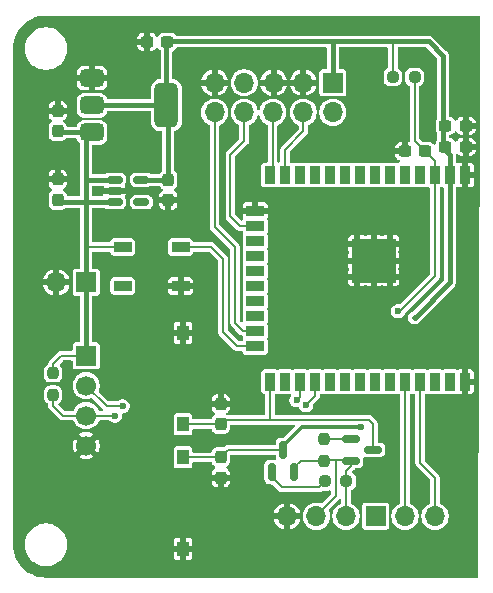
<source format=gbr>
%TF.GenerationSoftware,KiCad,Pcbnew,9.0.1*%
%TF.CreationDate,2025-10-26T23:50:52+01:00*%
%TF.ProjectId,onyks-iot-esp32-storage-rfid,6f6e796b-732d-4696-9f74-2d6573703332,rev?*%
%TF.SameCoordinates,Original*%
%TF.FileFunction,Copper,L1,Top*%
%TF.FilePolarity,Positive*%
%FSLAX46Y46*%
G04 Gerber Fmt 4.6, Leading zero omitted, Abs format (unit mm)*
G04 Created by KiCad (PCBNEW 9.0.1) date 2025-10-26 23:50:52*
%MOMM*%
%LPD*%
G01*
G04 APERTURE LIST*
G04 Aperture macros list*
%AMRoundRect*
0 Rectangle with rounded corners*
0 $1 Rounding radius*
0 $2 $3 $4 $5 $6 $7 $8 $9 X,Y pos of 4 corners*
0 Add a 4 corners polygon primitive as box body*
4,1,4,$2,$3,$4,$5,$6,$7,$8,$9,$2,$3,0*
0 Add four circle primitives for the rounded corners*
1,1,$1+$1,$2,$3*
1,1,$1+$1,$4,$5*
1,1,$1+$1,$6,$7*
1,1,$1+$1,$8,$9*
0 Add four rect primitives between the rounded corners*
20,1,$1+$1,$2,$3,$4,$5,0*
20,1,$1+$1,$4,$5,$6,$7,0*
20,1,$1+$1,$6,$7,$8,$9,0*
20,1,$1+$1,$8,$9,$2,$3,0*%
G04 Aperture macros list end*
%TA.AperFunction,SMDPad,CuDef*%
%ADD10RoundRect,0.237500X0.300000X0.237500X-0.300000X0.237500X-0.300000X-0.237500X0.300000X-0.237500X0*%
%TD*%
%TA.AperFunction,SMDPad,CuDef*%
%ADD11RoundRect,0.237500X-0.250000X-0.237500X0.250000X-0.237500X0.250000X0.237500X-0.250000X0.237500X0*%
%TD*%
%TA.AperFunction,ComponentPad*%
%ADD12R,1.700000X1.700000*%
%TD*%
%TA.AperFunction,ComponentPad*%
%ADD13C,1.700000*%
%TD*%
%TA.AperFunction,SMDPad,CuDef*%
%ADD14R,1.000000X1.250000*%
%TD*%
%TA.AperFunction,SMDPad,CuDef*%
%ADD15R,0.900000X1.500000*%
%TD*%
%TA.AperFunction,SMDPad,CuDef*%
%ADD16R,1.500000X0.900000*%
%TD*%
%TA.AperFunction,SMDPad,CuDef*%
%ADD17R,0.900000X0.900000*%
%TD*%
%TA.AperFunction,HeatsinkPad*%
%ADD18C,0.600000*%
%TD*%
%TA.AperFunction,HeatsinkPad*%
%ADD19R,3.800000X3.800000*%
%TD*%
%TA.AperFunction,SMDPad,CuDef*%
%ADD20RoundRect,0.237500X0.237500X-0.250000X0.237500X0.250000X-0.237500X0.250000X-0.237500X-0.250000X0*%
%TD*%
%TA.AperFunction,SMDPad,CuDef*%
%ADD21RoundRect,0.237500X-0.300000X-0.237500X0.300000X-0.237500X0.300000X0.237500X-0.300000X0.237500X0*%
%TD*%
%TA.AperFunction,SMDPad,CuDef*%
%ADD22RoundRect,0.090000X-0.660000X-0.360000X0.660000X-0.360000X0.660000X0.360000X-0.660000X0.360000X0*%
%TD*%
%TA.AperFunction,SMDPad,CuDef*%
%ADD23RoundRect,0.150000X-0.587500X-0.150000X0.587500X-0.150000X0.587500X0.150000X-0.587500X0.150000X0*%
%TD*%
%TA.AperFunction,SMDPad,CuDef*%
%ADD24RoundRect,0.237500X0.237500X-0.300000X0.237500X0.300000X-0.237500X0.300000X-0.237500X-0.300000X0*%
%TD*%
%TA.AperFunction,SMDPad,CuDef*%
%ADD25RoundRect,0.150000X0.150000X-0.587500X0.150000X0.587500X-0.150000X0.587500X-0.150000X-0.587500X0*%
%TD*%
%TA.AperFunction,ComponentPad*%
%ADD26O,1.700000X1.700000*%
%TD*%
%TA.AperFunction,SMDPad,CuDef*%
%ADD27RoundRect,0.150000X-0.512500X-0.150000X0.512500X-0.150000X0.512500X0.150000X-0.512500X0.150000X0*%
%TD*%
%TA.AperFunction,SMDPad,CuDef*%
%ADD28RoundRect,0.375000X-0.625000X-0.375000X0.625000X-0.375000X0.625000X0.375000X-0.625000X0.375000X0*%
%TD*%
%TA.AperFunction,SMDPad,CuDef*%
%ADD29RoundRect,0.500000X-0.500000X-1.400000X0.500000X-1.400000X0.500000X1.400000X-0.500000X1.400000X0*%
%TD*%
%TA.AperFunction,SMDPad,CuDef*%
%ADD30RoundRect,0.237500X-0.237500X0.300000X-0.237500X-0.300000X0.237500X-0.300000X0.237500X0.300000X0*%
%TD*%
%TA.AperFunction,SMDPad,CuDef*%
%ADD31RoundRect,0.237500X0.250000X0.237500X-0.250000X0.237500X-0.250000X-0.237500X0.250000X-0.237500X0*%
%TD*%
%TA.AperFunction,ViaPad*%
%ADD32C,0.600000*%
%TD*%
%TA.AperFunction,ViaPad*%
%ADD33C,0.500000*%
%TD*%
%TA.AperFunction,Conductor*%
%ADD34C,0.300000*%
%TD*%
%TA.AperFunction,Conductor*%
%ADD35C,0.200000*%
%TD*%
%TA.AperFunction,Conductor*%
%ADD36C,0.400000*%
%TD*%
G04 APERTURE END LIST*
D10*
%TO.P,C9,1*%
%TO.N,VDD33*%
X141070500Y-94234000D03*
%TO.P,C9,2*%
%TO.N,GND*%
X139345500Y-94234000D03*
%TD*%
D11*
%TO.P,R1,1*%
%TO.N,VDD33*%
X160175000Y-97200000D03*
%TO.P,R1,2*%
%TO.N,/ESP32/EN*%
X162000000Y-97200000D03*
%TD*%
D12*
%TO.P,J4,1,Pin_1*%
%TO.N,VCC*%
X134200000Y-120800000D03*
D13*
%TO.P,J4,2,Pin_2*%
%TO.N,/ESP32/RXD*%
X134200000Y-123340000D03*
%TO.P,J4,3,Pin_3*%
%TO.N,/ESP32/TXD*%
X134200000Y-125880000D03*
%TO.P,J4,4,Pin_4*%
%TO.N,GND*%
X134200000Y-128420000D03*
%TD*%
D14*
%TO.P,SW4,1,1*%
%TO.N,GND*%
X142400000Y-118850000D03*
%TO.P,SW4,2,2*%
%TO.N,/ESP32/IO0*%
X142400000Y-126600000D03*
%TD*%
D15*
%TO.P,U1,1,GND*%
%TO.N,GND*%
X166270000Y-105500000D03*
%TO.P,U1,2,VDD*%
%TO.N,VDD33*%
X165000000Y-105500000D03*
%TO.P,U1,3,EN*%
%TO.N,/ESP32/EN*%
X163730000Y-105500000D03*
%TO.P,U1,4,SENSOR_VP*%
%TO.N,unconnected-(U1-SENSOR_VP-Pad4)*%
X162460000Y-105500000D03*
%TO.P,U1,5,SENSOR_VN*%
%TO.N,unconnected-(U1-SENSOR_VN-Pad5)*%
X161190000Y-105500000D03*
%TO.P,U1,6,IO34*%
%TO.N,unconnected-(U1-IO34-Pad6)*%
X159920000Y-105500000D03*
%TO.P,U1,7,IO35*%
%TO.N,unconnected-(U1-IO35-Pad7)*%
X158650000Y-105500000D03*
%TO.P,U1,8,IO32*%
%TO.N,unconnected-(U1-IO32-Pad8)*%
X157380000Y-105500000D03*
%TO.P,U1,9,IO33*%
%TO.N,unconnected-(U1-IO33-Pad9)*%
X156110000Y-105500000D03*
%TO.P,U1,10,IO25*%
%TO.N,unconnected-(U1-IO25-Pad10)*%
X154840000Y-105500000D03*
%TO.P,U1,11,IO26*%
%TO.N,unconnected-(U1-IO26-Pad11)*%
X153570000Y-105500000D03*
%TO.P,U1,12,IO27*%
%TO.N,unconnected-(U1-IO27-Pad12)*%
X152300000Y-105500000D03*
%TO.P,U1,13,IO14*%
%TO.N,/ESP32/MTMS*%
X151030000Y-105500000D03*
%TO.P,U1,14,IO12*%
%TO.N,/ESP32/MTDI*%
X149760000Y-105500000D03*
D16*
%TO.P,U1,15,GND*%
%TO.N,GND*%
X148510000Y-108540000D03*
%TO.P,U1,16,IO13*%
%TO.N,/ESP32/MTCK*%
X148510000Y-109810000D03*
%TO.P,U1,17,SHD/SD2*%
%TO.N,unconnected-(U1-SHD{slash}SD2-Pad17)*%
X148510000Y-111080000D03*
%TO.P,U1,18,SWP/SD3*%
%TO.N,unconnected-(U1-SWP{slash}SD3-Pad18)*%
X148510000Y-112350000D03*
%TO.P,U1,19,SCS/CMD*%
%TO.N,unconnected-(U1-SCS{slash}CMD-Pad19)*%
X148510000Y-113620000D03*
%TO.P,U1,20,SCK/CLK*%
%TO.N,unconnected-(U1-SCK{slash}CLK-Pad20)*%
X148510000Y-114890000D03*
%TO.P,U1,21,SDO/SD0*%
%TO.N,unconnected-(U1-SDO{slash}SD0-Pad21)*%
X148510000Y-116160000D03*
%TO.P,U1,22,SDI/SD1*%
%TO.N,unconnected-(U1-SDI{slash}SD1-Pad22)*%
X148510000Y-117430000D03*
%TO.P,U1,23,IO15*%
%TO.N,/ESP32/MTDO*%
X148510000Y-118700000D03*
%TO.P,U1,24,IO2*%
%TO.N,/ESP32/LED*%
X148510000Y-119970000D03*
D15*
%TO.P,U1,25,IO0*%
%TO.N,/ESP32/IO0*%
X149760000Y-123000000D03*
%TO.P,U1,26,IO4*%
%TO.N,unconnected-(U1-IO4-Pad26)*%
X151030000Y-123000000D03*
%TO.P,U1,27,IO16*%
%TO.N,/ESP32/RXD*%
X152300000Y-123000000D03*
%TO.P,U1,28,IO17*%
%TO.N,/ESP32/TXD*%
X153570000Y-123000000D03*
%TO.P,U1,29,IO5*%
%TO.N,unconnected-(U1-IO5-Pad29)*%
X154840000Y-123000000D03*
%TO.P,U1,30,IO18*%
%TO.N,unconnected-(U1-IO18-Pad30)*%
X156110000Y-123000000D03*
%TO.P,U1,31,IO19*%
%TO.N,unconnected-(U1-IO19-Pad31)*%
X157380000Y-123000000D03*
%TO.P,U1,32,NC*%
%TO.N,unconnected-(U1-NC-Pad32)*%
X158650000Y-123000000D03*
%TO.P,U1,33,IO21*%
%TO.N,unconnected-(U1-IO21-Pad33)*%
X159920000Y-123000000D03*
%TO.P,U1,34,RXD0/IO3*%
%TO.N,/ESP32/PROGRAM_RXD*%
X161190000Y-123000000D03*
%TO.P,U1,35,TXD0/IO1*%
%TO.N,/ESP32/PROGRAM_TXD*%
X162460000Y-123000000D03*
%TO.P,U1,36,IO22*%
%TO.N,unconnected-(U1-IO22-Pad36)*%
X163730000Y-123000000D03*
%TO.P,U1,37,IO23*%
%TO.N,unconnected-(U1-IO23-Pad37)*%
X165000000Y-123000000D03*
%TO.P,U1,38,GND*%
%TO.N,GND*%
X166270000Y-123000000D03*
D17*
%TO.P,U1,39,GND*%
X159950000Y-111350000D03*
D18*
X159250000Y-111350000D03*
D17*
X158550000Y-111350000D03*
D18*
X157850000Y-111350000D03*
D17*
X157150000Y-111350000D03*
D18*
X159950000Y-112050000D03*
X158550000Y-112050000D03*
X157150000Y-112050000D03*
X159250000Y-112725000D03*
X157850000Y-112725000D03*
D17*
X159950000Y-112750000D03*
X158550000Y-112750000D03*
D19*
X158550000Y-112750000D03*
D17*
X157150000Y-112750000D03*
D18*
X159950000Y-113450000D03*
X158550000Y-113450000D03*
X157150000Y-113450000D03*
D17*
X159950000Y-114150000D03*
D18*
X159250000Y-114150000D03*
D17*
X158550000Y-114150000D03*
D18*
X157850000Y-114150000D03*
D17*
X157150000Y-114150000D03*
%TD*%
D20*
%TO.P,R3,1*%
%TO.N,/ESP32/RTS*%
X154305000Y-129690500D03*
%TO.P,R3,2*%
%TO.N,Net-(Q2-B)*%
X154305000Y-127865500D03*
%TD*%
D21*
%TO.P,C1,1*%
%TO.N,GND*%
X161189500Y-103505000D03*
%TO.P,C1,2*%
%TO.N,/ESP32/EN*%
X162914500Y-103505000D03*
%TD*%
%TO.P,C2,1*%
%TO.N,VDD33*%
X164618500Y-103124000D03*
%TO.P,C2,2*%
%TO.N,GND*%
X166343500Y-103124000D03*
%TD*%
%TO.P,C3,1*%
%TO.N,VDD33*%
X164618500Y-101346000D03*
%TO.P,C3,2*%
%TO.N,GND*%
X166343500Y-101346000D03*
%TD*%
D22*
%TO.P,D1,1,VDD*%
%TO.N,VCC*%
X137300000Y-111600000D03*
%TO.P,D1,2,DOUT*%
%TO.N,unconnected-(D1-DOUT-Pad2)*%
X137300000Y-114900000D03*
%TO.P,D1,3,VSS*%
%TO.N,GND*%
X142200000Y-114900000D03*
%TO.P,D1,4,DIN*%
%TO.N,/ESP32/LED*%
X142200000Y-111600000D03*
%TD*%
D20*
%TO.P,R4,1*%
%TO.N,/ESP32/TXD*%
X131400000Y-124105000D03*
%TO.P,R4,2*%
%TO.N,VCC*%
X131400000Y-122280000D03*
%TD*%
D23*
%TO.P,Q2,1,B*%
%TO.N,Net-(Q2-B)*%
X156621000Y-127828000D03*
%TO.P,Q2,2,E*%
%TO.N,/ESP32/DTR*%
X156621000Y-129728000D03*
%TO.P,Q2,3,C*%
%TO.N,/ESP32/IO0*%
X158496000Y-128778000D03*
%TD*%
D24*
%TO.P,C4,1*%
%TO.N,VCC*%
X131800000Y-107600000D03*
%TO.P,C4,2*%
%TO.N,GND*%
X131800000Y-105875000D03*
%TD*%
D25*
%TO.P,Q1,1,B*%
%TO.N,Net-(Q1-B)*%
X149900000Y-130653000D03*
%TO.P,Q1,2,E*%
%TO.N,/ESP32/RTS*%
X151800000Y-130653000D03*
%TO.P,Q1,3,C*%
%TO.N,/ESP32/EN*%
X150850000Y-128778000D03*
%TD*%
D12*
%TO.P,J3,1,Pin_1*%
%TO.N,VDD33*%
X155080000Y-97700000D03*
D26*
%TO.P,J3,2,Pin_2*%
%TO.N,GND*%
X152580000Y-97700000D03*
%TO.P,J3,3,Pin_3*%
X150080000Y-97700000D03*
%TO.P,J3,4,Pin_4*%
%TO.N,unconnected-(J3-Pin_4-Pad4)*%
X147580000Y-97700000D03*
%TO.P,J3,5,Pin_5*%
%TO.N,GND*%
X145080000Y-97700000D03*
%TO.P,J3,6,Pin_6*%
%TO.N,/ESP32/MTMS*%
X152580000Y-100200000D03*
%TO.P,J3,7,Pin_7*%
%TO.N,/ESP32/MTCK*%
X147580000Y-100200000D03*
%TO.P,J3,8,Pin_8*%
%TO.N,/ESP32/MTDO*%
X145080000Y-100200000D03*
%TO.P,J3,9,Pin_9*%
%TO.N,/ESP32/MTDI*%
X150000000Y-100200000D03*
%TO.P,J3,10,Pin_10*%
%TO.N,unconnected-(J3-Pin_10-Pad10)*%
X155080000Y-100200000D03*
%TD*%
D27*
%TO.P,U2,1,IN*%
%TO.N,VCC*%
X136600000Y-105900000D03*
%TO.P,U2,2,GND*%
%TO.N,GND*%
X136600000Y-106850000D03*
%TO.P,U2,3,EN*%
%TO.N,VCC*%
X136600000Y-107800000D03*
%TO.P,U2,4,NC*%
%TO.N,unconnected-(U2-NC-Pad4)*%
X138875000Y-107800000D03*
%TO.P,U2,5,OUT*%
%TO.N,VDD33*%
X138875000Y-105900000D03*
%TD*%
D24*
%TO.P,C6,1*%
%TO.N,VCC*%
X131800000Y-101800000D03*
%TO.P,C6,2*%
%TO.N,GND*%
X131800000Y-100075000D03*
%TD*%
D12*
%TO.P,J2,1,Pin_1*%
%TO.N,VDD33*%
X158700000Y-134400000D03*
D26*
%TO.P,J2,2,Pin_2*%
%TO.N,GND*%
X151200000Y-134400000D03*
%TO.P,J2,3,Pin_3*%
%TO.N,/ESP32/PROGRAM_RXD*%
X161200000Y-134400000D03*
%TO.P,J2,4,Pin_4*%
%TO.N,/ESP32/PROGRAM_TXD*%
X163740000Y-134400000D03*
%TO.P,J2,5,Pin_5*%
%TO.N,/ESP32/DTR*%
X156200000Y-134400000D03*
%TO.P,J2,6,Pin_6*%
%TO.N,/ESP32/RTS*%
X153700000Y-134400000D03*
%TD*%
D28*
%TO.P,U3,1,GND*%
%TO.N,GND*%
X134700000Y-97300000D03*
%TO.P,U3,2,VO*%
%TO.N,VDD33*%
X134700000Y-99600000D03*
D29*
X141000000Y-99600000D03*
D28*
%TO.P,U3,3,VI*%
%TO.N,VCC*%
X134700000Y-101900000D03*
%TD*%
D14*
%TO.P,SW3,1,1*%
%TO.N,GND*%
X142400000Y-137150000D03*
%TO.P,SW3,2,2*%
%TO.N,/ESP32/EN*%
X142400000Y-129400000D03*
%TD*%
D30*
%TO.P,C5,1*%
%TO.N,VDD33*%
X141150000Y-105900000D03*
%TO.P,C5,2*%
%TO.N,GND*%
X141150000Y-107625000D03*
%TD*%
D12*
%TO.P,J1,1,Pin_1*%
%TO.N,VCC*%
X134200000Y-114600000D03*
D26*
%TO.P,J1,2,Pin_2*%
%TO.N,GND*%
X131660000Y-114600000D03*
%TD*%
D30*
%TO.P,C8,1*%
%TO.N,GND*%
X145600000Y-124875000D03*
%TO.P,C8,2*%
%TO.N,/ESP32/IO0*%
X145600000Y-126600000D03*
%TD*%
D31*
%TO.P,R2,1*%
%TO.N,/ESP32/DTR*%
X156233500Y-131445000D03*
%TO.P,R2,2*%
%TO.N,Net-(Q1-B)*%
X154408500Y-131445000D03*
%TD*%
D24*
%TO.P,C7,1*%
%TO.N,GND*%
X145600000Y-131125000D03*
%TO.P,C7,2*%
%TO.N,/ESP32/EN*%
X145600000Y-129400000D03*
%TD*%
D32*
%TO.N,/ESP32/EN*%
X160608000Y-117047000D03*
X157480000Y-126838000D03*
%TO.N,GND*%
X138049000Y-95758000D03*
X151257000Y-112903000D03*
X142621000Y-104140000D03*
X136017000Y-104140000D03*
X136525000Y-134239000D03*
X136525000Y-131318000D03*
X158242000Y-100584000D03*
X166116000Y-99822000D03*
X166116000Y-95631000D03*
X166116000Y-97409000D03*
X131445000Y-129921000D03*
X136652000Y-120015000D03*
X155702000Y-102870000D03*
X151384000Y-108458000D03*
D33*
X146177000Y-95377000D03*
D32*
X151257000Y-119634000D03*
D33*
X145161000Y-92710000D03*
D32*
X154305000Y-125222000D03*
X156210000Y-125222000D03*
X140843000Y-123317000D03*
X166624000Y-115570000D03*
D33*
X135200000Y-106850000D03*
D32*
X153924000Y-112903000D03*
X129667000Y-131191000D03*
X151257000Y-115062000D03*
X138430000Y-132588000D03*
X129413000Y-110236000D03*
X146812000Y-135382000D03*
D33*
X154051000Y-92710000D03*
D32*
X160020000Y-98933000D03*
X153797000Y-110744000D03*
X166624000Y-109220000D03*
X143891000Y-105156000D03*
D33*
X151003000Y-92710000D03*
D32*
X153797000Y-114935000D03*
X144653000Y-116840000D03*
X131191000Y-127000000D03*
X136906000Y-101600000D03*
X146304000Y-122047000D03*
X160020000Y-101600000D03*
X144780000Y-120904000D03*
X166624000Y-112395000D03*
X136652000Y-122682000D03*
D33*
X142367000Y-92710000D03*
D32*
X151257000Y-117602000D03*
X144653000Y-123317000D03*
X164338000Y-125603000D03*
X158115000Y-102870000D03*
X151257000Y-110871000D03*
D33*
X160274000Y-92710000D03*
D32*
X129413000Y-114300000D03*
X139192000Y-104140000D03*
X164846000Y-116967000D03*
X158242000Y-97282000D03*
X156464000Y-108458000D03*
X138811000Y-101600000D03*
X143764000Y-102616000D03*
D33*
X157443172Y-92659738D03*
X148082000Y-92710000D03*
D32*
X163322000Y-118618000D03*
D33*
X139319000Y-92710000D03*
D32*
X138684000Y-135763000D03*
D33*
X132600000Y-98000000D03*
D32*
X166624000Y-118491000D03*
X143891000Y-107696000D03*
X142748000Y-109220000D03*
X165989000Y-127000000D03*
X137033000Y-97663000D03*
X129540000Y-128651000D03*
X146812000Y-132588000D03*
D33*
X151511000Y-95377000D03*
D32*
X164846000Y-120396000D03*
X142875000Y-121920000D03*
X164338000Y-128524000D03*
X131953000Y-117348000D03*
X129413000Y-108077000D03*
X129413000Y-117221000D03*
X153797000Y-108585000D03*
D33*
X136271000Y-92710000D03*
D32*
X145161000Y-134112000D03*
X129413000Y-120015000D03*
X153797000Y-117475000D03*
X136525000Y-137033000D03*
X129413000Y-105918000D03*
X142748000Y-106680000D03*
X145161000Y-137287000D03*
X140843000Y-121031000D03*
D33*
X166243000Y-102870000D03*
X163195000Y-92710000D03*
D32*
X165989000Y-129540000D03*
D33*
X136271000Y-94615000D03*
D32*
X144780000Y-118999000D03*
X129413000Y-122936000D03*
X136398000Y-117348000D03*
X129413000Y-103378000D03*
X129413000Y-125730000D03*
X153670000Y-119634000D03*
X131699000Y-110363000D03*
X142113000Y-116840000D03*
D33*
%TO.N,VDD33*%
X162000000Y-117600000D03*
D32*
%TO.N,/ESP32/TXD*%
X152806500Y-124993500D03*
X136652000Y-125880000D03*
%TO.N,/ESP32/RXD*%
X137287000Y-125080000D03*
X152016000Y-124584000D03*
%TD*%
D34*
%TO.N,/ESP32/EN*%
X150850000Y-128423000D02*
X150850000Y-128778000D01*
D35*
X160655000Y-117000000D02*
X160800000Y-117000000D01*
X160800000Y-117000000D02*
X163730000Y-114070000D01*
X162000000Y-102600000D02*
X162000000Y-100800000D01*
X163730000Y-104330000D02*
X162000000Y-102600000D01*
X163730000Y-114070000D02*
X163730000Y-105500000D01*
D34*
X157480000Y-126838000D02*
X152435000Y-126838000D01*
D35*
X163730000Y-105500000D02*
X163730000Y-104330000D01*
X146222000Y-128778000D02*
X150850000Y-128778000D01*
X162000000Y-100800000D02*
X162000000Y-97200000D01*
X145600000Y-129400000D02*
X146222000Y-128778000D01*
D34*
X152435000Y-126838000D02*
X150850000Y-128423000D01*
D35*
X142400000Y-129400000D02*
X145600000Y-129400000D01*
D36*
%TO.N,GND*%
X136600000Y-106850000D02*
X135200000Y-106850000D01*
%TO.N,VDD33*%
X155080000Y-97700000D02*
X155080000Y-94200000D01*
X138875000Y-105900000D02*
X141150000Y-105900000D01*
X164400000Y-97200000D02*
X164400000Y-95400000D01*
X164400000Y-100800000D02*
X164400000Y-97200000D01*
X134700000Y-99600000D02*
X141000000Y-99600000D01*
X164400000Y-103200000D02*
X164400000Y-100800000D01*
X165000000Y-103800000D02*
X164400000Y-103200000D01*
X160200000Y-94200000D02*
X141000000Y-94200000D01*
X165000000Y-114600000D02*
X165000000Y-105500000D01*
X165000000Y-105500000D02*
X165000000Y-103800000D01*
D35*
X160175000Y-97200000D02*
X160175000Y-94225000D01*
D36*
X141000000Y-99600000D02*
X141000000Y-94200000D01*
D35*
X160175000Y-94225000D02*
X160200000Y-94200000D01*
D36*
X164400000Y-95400000D02*
X163200000Y-94200000D01*
X162000000Y-117600000D02*
X165000000Y-114600000D01*
X163200000Y-94200000D02*
X160200000Y-94200000D01*
X141150000Y-105900000D02*
X141150000Y-99750000D01*
%TO.N,VCC*%
X134700000Y-101900000D02*
X132100000Y-101900000D01*
X134200000Y-107775000D02*
X134200000Y-106000000D01*
X134200000Y-111600000D02*
X134200000Y-114600000D01*
X136575000Y-107775000D02*
X134200000Y-107775000D01*
D35*
X132080000Y-120800000D02*
X131400000Y-121480000D01*
D36*
X136600000Y-107800000D02*
X136575000Y-107775000D01*
X136600000Y-105900000D02*
X134300000Y-105900000D01*
X134200000Y-107775000D02*
X131975000Y-107775000D01*
X134200000Y-111600000D02*
X134200000Y-107775000D01*
D35*
X134200000Y-120800000D02*
X132080000Y-120800000D01*
D36*
X134200000Y-114600000D02*
X134200000Y-120800000D01*
D35*
X131400000Y-121480000D02*
X131400000Y-122280000D01*
X137300000Y-111600000D02*
X134200000Y-111600000D01*
D36*
X134200000Y-106000000D02*
X134200000Y-102400000D01*
D35*
%TO.N,/ESP32/IO0*%
X145600000Y-126600000D02*
X142400000Y-126600000D01*
X145962000Y-126238000D02*
X145600000Y-126600000D01*
X149760000Y-123000000D02*
X149760000Y-126238000D01*
X158115000Y-126238000D02*
X145962000Y-126238000D01*
X158496000Y-128778000D02*
X158496000Y-126619000D01*
X158496000Y-126619000D02*
X158115000Y-126238000D01*
%TO.N,/ESP32/LED*%
X148480000Y-120000000D02*
X147000000Y-120000000D01*
X147000000Y-120000000D02*
X145800000Y-118800000D01*
X144800000Y-111600000D02*
X142200000Y-111600000D01*
X148510000Y-119970000D02*
X148480000Y-120000000D01*
X145800000Y-118800000D02*
X145800000Y-112600000D01*
X145800000Y-112600000D02*
X144800000Y-111600000D01*
%TO.N,/ESP32/DTR*%
X156621000Y-130145000D02*
X156621000Y-130001000D01*
X156200000Y-134400000D02*
X156200000Y-131400000D01*
X156233500Y-131445000D02*
X156233500Y-130532500D01*
X156233500Y-130532500D02*
X156621000Y-130145000D01*
%TO.N,/ESP32/PROGRAM_TXD*%
X162460000Y-123000000D02*
X162460000Y-129860000D01*
X163740000Y-131140000D02*
X163740000Y-134400000D01*
X162460000Y-129860000D02*
X163740000Y-131140000D01*
%TO.N,/ESP32/RTS*%
X151800000Y-130653000D02*
X151800000Y-130267000D01*
X155321000Y-132715000D02*
X155321000Y-129600000D01*
X153700000Y-134336000D02*
X155321000Y-132715000D01*
X155321000Y-129600000D02*
X156600000Y-129600000D01*
X152376500Y-129690500D02*
X154305000Y-129690500D01*
X153700000Y-134400000D02*
X153700000Y-134336000D01*
X154200000Y-129600000D02*
X155321000Y-129600000D01*
X151800000Y-130267000D02*
X152376500Y-129690500D01*
%TO.N,/ESP32/PROGRAM_RXD*%
X161190000Y-123000000D02*
X161190000Y-134390000D01*
%TO.N,/ESP32/MTDO*%
X146800000Y-118000000D02*
X146800000Y-111600000D01*
X145080000Y-109880000D02*
X145080000Y-100200000D01*
X147500000Y-118700000D02*
X146800000Y-118000000D01*
X148510000Y-118700000D02*
X147500000Y-118700000D01*
X146800000Y-111600000D02*
X145080000Y-109880000D01*
%TO.N,/ESP32/MTMS*%
X152580000Y-101820000D02*
X151030000Y-103370000D01*
X151000000Y-105470000D02*
X151030000Y-105500000D01*
X152580000Y-100200000D02*
X152580000Y-101820000D01*
X151030000Y-103370000D02*
X151030000Y-105500000D01*
%TO.N,/ESP32/MTCK*%
X147210000Y-109810000D02*
X146400000Y-109000000D01*
X146400000Y-103800000D02*
X147580000Y-102620000D01*
X147580000Y-102620000D02*
X147580000Y-100200000D01*
X146400000Y-109000000D02*
X146400000Y-103800000D01*
X148510000Y-109810000D02*
X147210000Y-109810000D01*
%TO.N,/ESP32/MTDI*%
X150000000Y-100200000D02*
X150000000Y-105260000D01*
%TO.N,/ESP32/TXD*%
X132200000Y-125880000D02*
X131400000Y-125080000D01*
X152800000Y-125000000D02*
X152806500Y-124993500D01*
X153570000Y-124230000D02*
X153570000Y-123000000D01*
X136600000Y-125880000D02*
X134200000Y-125880000D01*
X131400000Y-125080000D02*
X131400000Y-124105000D01*
X152806500Y-124993500D02*
X153570000Y-124230000D01*
X134200000Y-125880000D02*
X132200000Y-125880000D01*
%TO.N,/ESP32/RXD*%
X152300000Y-124300000D02*
X152300000Y-123000000D01*
X137200000Y-125080000D02*
X135940000Y-125080000D01*
X135940000Y-125080000D02*
X134200000Y-123340000D01*
X152000000Y-124600000D02*
X152016000Y-124584000D01*
X152016000Y-124584000D02*
X152300000Y-124300000D01*
%TO.N,Net-(Q1-B)*%
X149900000Y-130653000D02*
X149900000Y-131104000D01*
X150749000Y-131953000D02*
X153900500Y-131953000D01*
X153900500Y-131953000D02*
X154408500Y-131445000D01*
X149900000Y-131104000D02*
X150749000Y-131953000D01*
%TO.N,Net-(Q2-B)*%
X156621000Y-127828000D02*
X154342500Y-127828000D01*
X154342500Y-127828000D02*
X154305000Y-127865500D01*
%TD*%
%TA.AperFunction,Conductor*%
%TO.N,GND*%
G36*
X167529191Y-92019407D02*
G01*
X167565155Y-92068907D01*
X167570000Y-92099500D01*
X167570000Y-97892466D01*
X167569999Y-97892855D01*
X167406670Y-139500889D01*
X167387535Y-139559005D01*
X167337894Y-139594774D01*
X167307671Y-139599500D01*
X130802773Y-139599500D01*
X130797222Y-139599344D01*
X130492105Y-139582208D01*
X130481073Y-139580965D01*
X130182538Y-139530243D01*
X130171716Y-139527773D01*
X130078399Y-139500889D01*
X129880724Y-139443939D01*
X129870245Y-139440272D01*
X129590476Y-139324388D01*
X129580474Y-139319571D01*
X129315444Y-139173094D01*
X129306044Y-139167188D01*
X129059069Y-138991950D01*
X129050389Y-138985027D01*
X128824600Y-138783249D01*
X128816750Y-138775399D01*
X128614972Y-138549610D01*
X128608049Y-138540930D01*
X128432811Y-138293955D01*
X128426905Y-138284555D01*
X128280428Y-138019525D01*
X128275611Y-138009523D01*
X128207411Y-137844874D01*
X128159725Y-137729750D01*
X128156060Y-137719275D01*
X128153072Y-137708903D01*
X128072222Y-137428270D01*
X128069759Y-137417476D01*
X128019033Y-137118921D01*
X128017791Y-137107894D01*
X128007127Y-136918012D01*
X128000656Y-136802777D01*
X128000500Y-136797226D01*
X128000500Y-136681987D01*
X128999500Y-136681987D01*
X128999500Y-136918012D01*
X129030306Y-137152006D01*
X129030306Y-137152011D01*
X129091393Y-137379992D01*
X129181713Y-137598044D01*
X129299729Y-137802453D01*
X129443402Y-137989692D01*
X129443404Y-137989694D01*
X129443408Y-137989699D01*
X129610301Y-138156592D01*
X129610305Y-138156595D01*
X129610307Y-138156597D01*
X129732033Y-138250000D01*
X129797550Y-138300273D01*
X130001951Y-138418284D01*
X130001952Y-138418284D01*
X130001955Y-138418286D01*
X130220007Y-138508606D01*
X130447986Y-138569693D01*
X130681989Y-138600500D01*
X130681990Y-138600500D01*
X130918010Y-138600500D01*
X130918011Y-138600500D01*
X131152014Y-138569693D01*
X131379993Y-138508606D01*
X131598049Y-138418284D01*
X131802450Y-138300273D01*
X131989699Y-138156592D01*
X132156592Y-137989699D01*
X132300273Y-137802450D01*
X132418284Y-137598049D01*
X132500318Y-137400001D01*
X141600001Y-137400001D01*
X141600001Y-137819791D01*
X141602909Y-137844874D01*
X141648213Y-137947477D01*
X141727522Y-138026786D01*
X141830127Y-138072090D01*
X141855203Y-138074999D01*
X142149998Y-138074999D01*
X142150000Y-138074998D01*
X142150000Y-137400001D01*
X142650000Y-137400001D01*
X142650000Y-138074998D01*
X142650001Y-138074999D01*
X142944790Y-138074999D01*
X142944791Y-138074998D01*
X142969874Y-138072090D01*
X143072477Y-138026786D01*
X143151786Y-137947477D01*
X143197090Y-137844872D01*
X143199999Y-137819797D01*
X143200000Y-137819795D01*
X143200000Y-137400001D01*
X143199999Y-137400000D01*
X142650001Y-137400000D01*
X142650000Y-137400001D01*
X142150000Y-137400001D01*
X142149999Y-137400000D01*
X141600002Y-137400000D01*
X141600001Y-137400001D01*
X132500318Y-137400001D01*
X132508606Y-137379993D01*
X132569693Y-137152014D01*
X132600500Y-136918011D01*
X132600500Y-136681989D01*
X132573934Y-136480202D01*
X141600000Y-136480202D01*
X141600000Y-136899999D01*
X141600001Y-136900000D01*
X142149999Y-136900000D01*
X142150000Y-136899999D01*
X142150000Y-136225001D01*
X142650000Y-136225001D01*
X142650000Y-136899999D01*
X142650001Y-136900000D01*
X143199998Y-136900000D01*
X143199999Y-136899999D01*
X143199999Y-136480210D01*
X143199998Y-136480208D01*
X143197090Y-136455125D01*
X143151786Y-136352522D01*
X143072477Y-136273213D01*
X142969872Y-136227909D01*
X142944797Y-136225000D01*
X142650001Y-136225000D01*
X142650000Y-136225001D01*
X142150000Y-136225001D01*
X142149999Y-136225000D01*
X141855210Y-136225000D01*
X141855207Y-136225001D01*
X141830125Y-136227909D01*
X141727522Y-136273213D01*
X141648213Y-136352522D01*
X141602909Y-136455127D01*
X141600000Y-136480202D01*
X132573934Y-136480202D01*
X132569693Y-136447986D01*
X132508606Y-136220007D01*
X132418284Y-136001951D01*
X132300273Y-135797550D01*
X132156592Y-135610301D01*
X131989699Y-135443408D01*
X131989694Y-135443404D01*
X131989692Y-135443402D01*
X131802453Y-135299729D01*
X131794035Y-135294869D01*
X131598049Y-135181716D01*
X131598044Y-135181713D01*
X131379992Y-135091393D01*
X131224277Y-135049670D01*
X131152014Y-135030307D01*
X131152011Y-135030306D01*
X131152009Y-135030306D01*
X130918012Y-134999500D01*
X130918011Y-134999500D01*
X130681989Y-134999500D01*
X130681987Y-134999500D01*
X130447993Y-135030306D01*
X130447988Y-135030306D01*
X130220007Y-135091393D01*
X130001955Y-135181713D01*
X129797546Y-135299729D01*
X129610307Y-135443402D01*
X129443402Y-135610307D01*
X129299729Y-135797546D01*
X129181713Y-136001955D01*
X129091393Y-136220007D01*
X129030306Y-136447988D01*
X129030306Y-136447993D01*
X128999500Y-136681987D01*
X128000500Y-136681987D01*
X128000500Y-134149999D01*
X150075261Y-134149999D01*
X150075261Y-134150000D01*
X150766988Y-134150000D01*
X150734075Y-134207007D01*
X150700000Y-134334174D01*
X150700000Y-134465826D01*
X150734075Y-134592993D01*
X150766988Y-134650000D01*
X150075261Y-134650000D01*
X150078317Y-134669292D01*
X150134250Y-134841440D01*
X150216431Y-135002730D01*
X150216433Y-135002734D01*
X150322824Y-135149169D01*
X150450830Y-135277175D01*
X150597265Y-135383566D01*
X150597269Y-135383568D01*
X150758559Y-135465749D01*
X150930705Y-135521682D01*
X150950000Y-135524737D01*
X150950000Y-134833012D01*
X151007007Y-134865925D01*
X151134174Y-134900000D01*
X151265826Y-134900000D01*
X151392993Y-134865925D01*
X151450000Y-134833012D01*
X151450000Y-135524737D01*
X151469294Y-135521682D01*
X151641440Y-135465749D01*
X151802730Y-135383568D01*
X151802734Y-135383566D01*
X151949169Y-135277175D01*
X152077175Y-135149169D01*
X152183566Y-135002734D01*
X152183568Y-135002730D01*
X152265749Y-134841440D01*
X152321682Y-134669292D01*
X152324739Y-134650000D01*
X151633012Y-134650000D01*
X151665925Y-134592993D01*
X151700000Y-134465826D01*
X151700000Y-134334174D01*
X151665925Y-134207007D01*
X151633012Y-134150000D01*
X152324739Y-134150000D01*
X152324738Y-134149999D01*
X152321682Y-134130707D01*
X152265749Y-133958559D01*
X152183568Y-133797269D01*
X152183566Y-133797265D01*
X152077175Y-133650830D01*
X151949169Y-133522824D01*
X151802734Y-133416433D01*
X151802730Y-133416431D01*
X151641440Y-133334250D01*
X151469292Y-133278317D01*
X151450000Y-133275261D01*
X151450000Y-133966988D01*
X151392993Y-133934075D01*
X151265826Y-133900000D01*
X151134174Y-133900000D01*
X151007007Y-133934075D01*
X150950000Y-133966988D01*
X150950000Y-133275261D01*
X150949999Y-133275261D01*
X150930707Y-133278317D01*
X150758559Y-133334250D01*
X150597269Y-133416431D01*
X150597265Y-133416433D01*
X150450830Y-133522824D01*
X150322824Y-133650830D01*
X150216433Y-133797265D01*
X150216431Y-133797269D01*
X150134250Y-133958559D01*
X150078317Y-134130707D01*
X150075261Y-134149999D01*
X128000500Y-134149999D01*
X128000500Y-131375001D01*
X144825000Y-131375001D01*
X144825000Y-131467082D01*
X144835373Y-131553458D01*
X144889576Y-131690908D01*
X144889579Y-131690912D01*
X144978854Y-131808639D01*
X144978860Y-131808645D01*
X145096587Y-131897920D01*
X145096591Y-131897923D01*
X145234041Y-131952126D01*
X145320417Y-131962499D01*
X145320424Y-131962500D01*
X145349999Y-131962500D01*
X145350000Y-131962499D01*
X145350000Y-131375001D01*
X145850000Y-131375001D01*
X145850000Y-131962499D01*
X145850001Y-131962500D01*
X145879576Y-131962500D01*
X145879582Y-131962499D01*
X145965958Y-131952126D01*
X146103408Y-131897923D01*
X146103412Y-131897920D01*
X146221139Y-131808645D01*
X146221145Y-131808639D01*
X146310420Y-131690912D01*
X146310423Y-131690908D01*
X146364626Y-131553458D01*
X146374999Y-131467082D01*
X146375000Y-131467076D01*
X146375000Y-131375001D01*
X146374999Y-131375000D01*
X145850001Y-131375000D01*
X145850000Y-131375001D01*
X145350000Y-131375001D01*
X145349999Y-131375000D01*
X144825001Y-131375000D01*
X144825000Y-131375001D01*
X128000500Y-131375001D01*
X128000500Y-128329489D01*
X133050000Y-128329489D01*
X133050000Y-128510510D01*
X133078316Y-128689289D01*
X133134250Y-128861440D01*
X133216432Y-129022730D01*
X133227911Y-129038531D01*
X133717036Y-128549406D01*
X133734075Y-128612993D01*
X133799901Y-128727007D01*
X133892993Y-128820099D01*
X134007007Y-128885925D01*
X134070591Y-128902962D01*
X133581466Y-129392087D01*
X133597266Y-129403566D01*
X133758559Y-129485749D01*
X133930710Y-129541683D01*
X134109490Y-129570000D01*
X134290510Y-129570000D01*
X134469289Y-129541683D01*
X134641440Y-129485749D01*
X134802730Y-129403568D01*
X134802735Y-129403564D01*
X134818532Y-129392087D01*
X134818532Y-129392086D01*
X134329408Y-128902962D01*
X134392993Y-128885925D01*
X134507007Y-128820099D01*
X134600099Y-128727007D01*
X134665925Y-128612993D01*
X134682962Y-128549408D01*
X135172086Y-129038532D01*
X135172087Y-129038532D01*
X135183564Y-129022735D01*
X135183568Y-129022730D01*
X135265749Y-128861440D01*
X135321683Y-128689289D01*
X135350000Y-128510510D01*
X135350000Y-128329489D01*
X135321683Y-128150710D01*
X135265749Y-127978559D01*
X135183566Y-127817266D01*
X135172087Y-127801466D01*
X134682962Y-128290591D01*
X134665925Y-128227007D01*
X134600099Y-128112993D01*
X134507007Y-128019901D01*
X134392993Y-127954075D01*
X134329406Y-127937036D01*
X134818532Y-127447911D01*
X134802730Y-127436432D01*
X134641440Y-127354250D01*
X134469289Y-127298316D01*
X134290510Y-127270000D01*
X134109490Y-127270000D01*
X133930710Y-127298316D01*
X133758559Y-127354250D01*
X133597264Y-127436434D01*
X133581466Y-127447911D01*
X134070592Y-127937037D01*
X134007007Y-127954075D01*
X133892993Y-128019901D01*
X133799901Y-128112993D01*
X133734075Y-128227007D01*
X133717037Y-128290592D01*
X133227911Y-127801466D01*
X133216434Y-127817264D01*
X133134250Y-127978559D01*
X133078316Y-128150710D01*
X133050000Y-128329489D01*
X128000500Y-128329489D01*
X128000500Y-123812879D01*
X130624500Y-123812879D01*
X130624500Y-124397120D01*
X130634883Y-124483579D01*
X130680589Y-124599480D01*
X130689138Y-124621158D01*
X130778500Y-124739000D01*
X130896342Y-124828362D01*
X130936819Y-124844324D01*
X130984016Y-124883260D01*
X130999500Y-124936421D01*
X130999500Y-125027273D01*
X130999500Y-125132727D01*
X131006555Y-125159057D01*
X131026794Y-125234592D01*
X131079516Y-125325908D01*
X131079518Y-125325910D01*
X131079520Y-125325913D01*
X131954087Y-126200480D01*
X131954089Y-126200481D01*
X131954091Y-126200483D01*
X132045408Y-126253205D01*
X132045406Y-126253205D01*
X132045410Y-126253206D01*
X132045412Y-126253207D01*
X132147273Y-126280500D01*
X133052161Y-126280500D01*
X133110352Y-126299407D01*
X133140368Y-126334552D01*
X133216004Y-126482994D01*
X133322447Y-126629501D01*
X133450499Y-126757553D01*
X133597006Y-126863996D01*
X133758361Y-126946211D01*
X133930591Y-127002171D01*
X134002136Y-127013502D01*
X134109451Y-127030500D01*
X134109454Y-127030500D01*
X134290549Y-127030500D01*
X134379977Y-127016335D01*
X134469409Y-127002171D01*
X134641639Y-126946211D01*
X134802994Y-126863996D01*
X134949501Y-126757553D01*
X135077553Y-126629501D01*
X135183996Y-126482994D01*
X135259630Y-126334553D01*
X135302894Y-126291290D01*
X135347839Y-126280500D01*
X136162256Y-126280500D01*
X136220447Y-126299407D01*
X136232259Y-126309496D01*
X136283281Y-126360517D01*
X136283284Y-126360520D01*
X136420216Y-126439577D01*
X136572943Y-126480500D01*
X136572945Y-126480500D01*
X136731055Y-126480500D01*
X136731057Y-126480500D01*
X136883784Y-126439577D01*
X137020716Y-126360520D01*
X137132520Y-126248716D01*
X137211577Y-126111784D01*
X137252500Y-125959057D01*
X137252500Y-125930130D01*
X141599500Y-125930130D01*
X141599500Y-127269860D01*
X141599501Y-127269863D01*
X141602414Y-127294990D01*
X141612804Y-127318520D01*
X141647794Y-127397765D01*
X141727235Y-127477206D01*
X141830009Y-127522585D01*
X141855135Y-127525500D01*
X142944864Y-127525499D01*
X142969991Y-127522585D01*
X143072765Y-127477206D01*
X143152206Y-127397765D01*
X143197585Y-127294991D01*
X143200500Y-127269865D01*
X143200500Y-127099500D01*
X143219407Y-127041309D01*
X143268907Y-127005345D01*
X143299500Y-127000500D01*
X144756432Y-127000500D01*
X144814623Y-127019407D01*
X144848528Y-127063178D01*
X144889138Y-127166158D01*
X144978500Y-127284000D01*
X145096342Y-127373362D01*
X145233923Y-127427617D01*
X145320382Y-127438000D01*
X145320384Y-127438000D01*
X145879616Y-127438000D01*
X145879618Y-127438000D01*
X145966077Y-127427617D01*
X146103658Y-127373362D01*
X146221500Y-127284000D01*
X146310862Y-127166158D01*
X146365117Y-127028577D01*
X146375500Y-126942118D01*
X146375500Y-126737500D01*
X146394407Y-126679309D01*
X146443907Y-126643345D01*
X146474500Y-126638500D01*
X149707273Y-126638500D01*
X149812727Y-126638500D01*
X151758389Y-126638500D01*
X151816580Y-126657407D01*
X151852544Y-126706907D01*
X151852544Y-126768093D01*
X151828393Y-126807504D01*
X150924893Y-127711004D01*
X150870376Y-127738781D01*
X150854889Y-127740000D01*
X150645725Y-127740000D01*
X150615305Y-127742853D01*
X150615296Y-127742855D01*
X150487116Y-127787707D01*
X150377855Y-127868345D01*
X150377845Y-127868355D01*
X150297207Y-127977616D01*
X150252355Y-128105796D01*
X150252353Y-128105805D01*
X150249500Y-128136225D01*
X150249500Y-128278500D01*
X150230593Y-128336691D01*
X150181093Y-128372655D01*
X150150500Y-128377500D01*
X146274727Y-128377500D01*
X146169273Y-128377500D01*
X146106929Y-128394204D01*
X146067407Y-128404794D01*
X145976091Y-128457516D01*
X145976086Y-128457520D01*
X145900602Y-128533004D01*
X145846085Y-128560781D01*
X145830599Y-128562000D01*
X145320379Y-128562000D01*
X145233920Y-128572383D01*
X145096341Y-128626638D01*
X144978503Y-128715997D01*
X144978497Y-128716003D01*
X144889140Y-128833839D01*
X144889138Y-128833842D01*
X144848528Y-128936821D01*
X144809593Y-128984016D01*
X144756432Y-128999500D01*
X143299499Y-128999500D01*
X143241308Y-128980593D01*
X143205344Y-128931093D01*
X143200499Y-128900500D01*
X143200499Y-128730139D01*
X143200499Y-128730136D01*
X143197585Y-128705009D01*
X143152206Y-128602235D01*
X143072765Y-128522794D01*
X142969991Y-128477415D01*
X142969990Y-128477414D01*
X142969988Y-128477414D01*
X142944868Y-128474500D01*
X141855139Y-128474500D01*
X141855136Y-128474501D01*
X141830009Y-128477414D01*
X141727235Y-128522794D01*
X141647794Y-128602235D01*
X141602414Y-128705011D01*
X141599500Y-128730130D01*
X141599500Y-130069860D01*
X141599501Y-130069863D01*
X141602414Y-130094990D01*
X141627756Y-130152385D01*
X141647794Y-130197765D01*
X141727235Y-130277206D01*
X141830009Y-130322585D01*
X141855135Y-130325500D01*
X142944864Y-130325499D01*
X142969991Y-130322585D01*
X143072765Y-130277206D01*
X143152206Y-130197765D01*
X143197585Y-130094991D01*
X143200500Y-130069865D01*
X143200500Y-129899500D01*
X143219407Y-129841309D01*
X143268907Y-129805345D01*
X143299500Y-129800500D01*
X144756432Y-129800500D01*
X144814623Y-129819407D01*
X144848528Y-129863178D01*
X144889138Y-129966158D01*
X144978500Y-130084000D01*
X145096342Y-130173362D01*
X145096344Y-130173363D01*
X145101911Y-130176493D01*
X145143368Y-130221492D01*
X145150458Y-130282265D01*
X145120473Y-130335599D01*
X145101919Y-130349081D01*
X145096588Y-130352078D01*
X144978860Y-130441354D01*
X144978854Y-130441360D01*
X144889579Y-130559087D01*
X144889576Y-130559091D01*
X144835373Y-130696541D01*
X144825000Y-130782917D01*
X144825000Y-130874999D01*
X144825001Y-130875000D01*
X146374999Y-130875000D01*
X146375000Y-130874999D01*
X146375000Y-130782923D01*
X146374999Y-130782917D01*
X146364626Y-130696541D01*
X146310423Y-130559091D01*
X146310420Y-130559087D01*
X146221145Y-130441360D01*
X146221139Y-130441354D01*
X146103411Y-130352078D01*
X146098084Y-130349083D01*
X146056628Y-130304081D01*
X146049542Y-130243308D01*
X146079530Y-130189975D01*
X146098091Y-130176491D01*
X146103650Y-130173365D01*
X146103658Y-130173362D01*
X146221500Y-130084000D01*
X146310862Y-129966158D01*
X146365117Y-129828577D01*
X146375500Y-129742118D01*
X146375500Y-129277500D01*
X146394407Y-129219309D01*
X146443907Y-129183345D01*
X146474500Y-129178500D01*
X150150500Y-129178500D01*
X150208691Y-129197407D01*
X150244655Y-129246907D01*
X150249500Y-129277500D01*
X150249500Y-129419774D01*
X150252353Y-129450194D01*
X150252355Y-129450203D01*
X150267722Y-129494119D01*
X150269095Y-129555289D01*
X150234251Y-129605584D01*
X150176500Y-129625792D01*
X150141583Y-129620262D01*
X150134704Y-129617855D01*
X150134694Y-129617853D01*
X150104274Y-129615000D01*
X150104266Y-129615000D01*
X149695734Y-129615000D01*
X149695725Y-129615000D01*
X149665305Y-129617853D01*
X149665296Y-129617855D01*
X149537116Y-129662707D01*
X149427855Y-129743345D01*
X149427845Y-129743355D01*
X149347207Y-129852616D01*
X149302355Y-129980796D01*
X149302353Y-129980805D01*
X149299500Y-130011225D01*
X149299500Y-131294774D01*
X149302353Y-131325194D01*
X149302355Y-131325203D01*
X149347207Y-131453383D01*
X149427845Y-131562644D01*
X149427847Y-131562646D01*
X149427850Y-131562650D01*
X149427853Y-131562652D01*
X149427855Y-131562654D01*
X149537116Y-131643292D01*
X149537117Y-131643292D01*
X149537118Y-131643293D01*
X149665301Y-131688146D01*
X149695725Y-131690999D01*
X149695727Y-131691000D01*
X149695734Y-131691000D01*
X149879599Y-131691000D01*
X149937790Y-131709907D01*
X149949603Y-131719996D01*
X150428520Y-132198913D01*
X150428519Y-132198913D01*
X150469567Y-132239960D01*
X150503087Y-132273480D01*
X150594413Y-132326207D01*
X150696273Y-132353500D01*
X150696275Y-132353500D01*
X153953225Y-132353500D01*
X153953227Y-132353500D01*
X154055088Y-132326207D01*
X154055090Y-132326205D01*
X154055092Y-132326205D01*
X154146408Y-132273483D01*
X154146408Y-132273482D01*
X154146413Y-132273480D01*
X154170398Y-132249494D01*
X154224913Y-132221719D01*
X154240400Y-132220500D01*
X154700616Y-132220500D01*
X154700618Y-132220500D01*
X154787077Y-132210117D01*
X154787078Y-132210116D01*
X154787082Y-132210116D01*
X154793231Y-132208562D01*
X154793680Y-132210341D01*
X154846250Y-132207106D01*
X154897866Y-132239960D01*
X154920313Y-132296880D01*
X154920500Y-132302962D01*
X154920500Y-132508098D01*
X154901593Y-132566289D01*
X154891504Y-132578102D01*
X154180142Y-133289463D01*
X154125625Y-133317240D01*
X154079546Y-133313614D01*
X154069503Y-133310351D01*
X153969409Y-133277829D01*
X153969406Y-133277828D01*
X153790549Y-133249500D01*
X153790546Y-133249500D01*
X153609454Y-133249500D01*
X153609451Y-133249500D01*
X153430593Y-133277828D01*
X153258362Y-133333788D01*
X153097008Y-133416002D01*
X153023752Y-133469225D01*
X152950499Y-133522447D01*
X152822447Y-133650499D01*
X152822207Y-133650830D01*
X152716002Y-133797008D01*
X152633788Y-133958362D01*
X152577828Y-134130593D01*
X152549500Y-134309450D01*
X152549500Y-134490549D01*
X152577828Y-134669406D01*
X152633788Y-134841637D01*
X152715871Y-135002734D01*
X152716004Y-135002994D01*
X152822447Y-135149501D01*
X152950499Y-135277553D01*
X153097006Y-135383996D01*
X153258361Y-135466211D01*
X153430591Y-135522171D01*
X153502136Y-135533502D01*
X153609451Y-135550500D01*
X153609454Y-135550500D01*
X153790549Y-135550500D01*
X153879977Y-135536335D01*
X153969409Y-135522171D01*
X154141639Y-135466211D01*
X154302994Y-135383996D01*
X154449501Y-135277553D01*
X154577553Y-135149501D01*
X154683996Y-135002994D01*
X154766211Y-134841639D01*
X154822171Y-134669409D01*
X154850500Y-134490546D01*
X154850500Y-134309454D01*
X154850500Y-134309450D01*
X154822171Y-134130593D01*
X154822171Y-134130591D01*
X154766211Y-133958361D01*
X154757624Y-133941509D01*
X154748053Y-133881080D01*
X154775829Y-133826563D01*
X154775828Y-133826563D01*
X155630498Y-132971894D01*
X155685013Y-132944119D01*
X155745445Y-132953690D01*
X155788710Y-132996955D01*
X155799500Y-133041900D01*
X155799500Y-133252160D01*
X155780593Y-133310351D01*
X155745445Y-133340370D01*
X155597008Y-133416002D01*
X155523752Y-133469225D01*
X155450499Y-133522447D01*
X155322447Y-133650499D01*
X155322207Y-133650830D01*
X155216002Y-133797008D01*
X155133788Y-133958362D01*
X155077828Y-134130593D01*
X155049500Y-134309450D01*
X155049500Y-134490549D01*
X155077828Y-134669406D01*
X155133788Y-134841637D01*
X155215871Y-135002734D01*
X155216004Y-135002994D01*
X155322447Y-135149501D01*
X155450499Y-135277553D01*
X155597006Y-135383996D01*
X155758361Y-135466211D01*
X155930591Y-135522171D01*
X156002136Y-135533502D01*
X156109451Y-135550500D01*
X156109454Y-135550500D01*
X156290549Y-135550500D01*
X156379977Y-135536335D01*
X156469409Y-135522171D01*
X156641639Y-135466211D01*
X156802994Y-135383996D01*
X156949501Y-135277553D01*
X157077553Y-135149501D01*
X157183996Y-135002994D01*
X157266211Y-134841639D01*
X157322171Y-134669409D01*
X157350500Y-134490546D01*
X157350500Y-134309454D01*
X157350500Y-134309450D01*
X157322171Y-134130593D01*
X157322171Y-134130591D01*
X157266211Y-133958361D01*
X157183996Y-133797006D01*
X157077553Y-133650499D01*
X156949501Y-133522447D01*
X156925666Y-133505130D01*
X157549500Y-133505130D01*
X157549500Y-135294860D01*
X157549501Y-135294863D01*
X157552414Y-135319990D01*
X157577756Y-135377385D01*
X157597794Y-135422765D01*
X157677235Y-135502206D01*
X157780009Y-135547585D01*
X157805135Y-135550500D01*
X159594864Y-135550499D01*
X159619991Y-135547585D01*
X159722765Y-135502206D01*
X159802206Y-135422765D01*
X159847585Y-135319991D01*
X159850500Y-135294865D01*
X159850499Y-133505136D01*
X159847585Y-133480009D01*
X159802206Y-133377235D01*
X159722765Y-133297794D01*
X159619991Y-133252415D01*
X159619990Y-133252414D01*
X159619988Y-133252414D01*
X159594868Y-133249500D01*
X157805139Y-133249500D01*
X157805136Y-133249501D01*
X157780009Y-133252414D01*
X157677235Y-133297794D01*
X157597794Y-133377235D01*
X157552414Y-133480011D01*
X157549500Y-133505130D01*
X156925666Y-133505130D01*
X156802994Y-133416004D01*
X156802993Y-133416003D01*
X156802991Y-133416002D01*
X156654555Y-133340370D01*
X156611290Y-133297105D01*
X156600500Y-133252160D01*
X156600500Y-132282061D01*
X156619407Y-132223870D01*
X156663179Y-132189964D01*
X156749658Y-132155862D01*
X156867500Y-132066500D01*
X156956862Y-131948658D01*
X157011117Y-131811077D01*
X157021500Y-131724618D01*
X157021500Y-131165382D01*
X157011117Y-131078923D01*
X156956862Y-130941342D01*
X156867500Y-130823500D01*
X156754019Y-130737445D01*
X156719076Y-130687218D01*
X156720330Y-130626046D01*
X156743835Y-130588557D01*
X156866911Y-130465481D01*
X156866913Y-130465480D01*
X156941480Y-130390913D01*
X156945722Y-130383565D01*
X156948937Y-130377998D01*
X156994407Y-130337058D01*
X157034672Y-130328500D01*
X157262773Y-130328500D01*
X157262773Y-130328499D01*
X157293199Y-130325646D01*
X157421382Y-130280793D01*
X157530650Y-130200150D01*
X157611293Y-130090882D01*
X157656146Y-129962699D01*
X157658999Y-129932273D01*
X157659000Y-129932273D01*
X157659000Y-129523727D01*
X157658999Y-129523725D01*
X157656146Y-129493301D01*
X157653737Y-129486419D01*
X157652364Y-129425250D01*
X157687207Y-129374955D01*
X157744959Y-129354746D01*
X157779876Y-129360276D01*
X157823801Y-129375646D01*
X157854225Y-129378499D01*
X157854227Y-129378500D01*
X157854234Y-129378500D01*
X159137773Y-129378500D01*
X159137773Y-129378499D01*
X159168199Y-129375646D01*
X159296382Y-129330793D01*
X159405650Y-129250150D01*
X159486293Y-129140882D01*
X159531146Y-129012699D01*
X159533999Y-128982273D01*
X159534000Y-128982273D01*
X159534000Y-128573727D01*
X159533999Y-128573725D01*
X159533873Y-128572383D01*
X159531146Y-128543301D01*
X159486293Y-128415118D01*
X159482720Y-128410277D01*
X159405654Y-128305855D01*
X159405652Y-128305853D01*
X159405650Y-128305850D01*
X159405646Y-128305847D01*
X159405644Y-128305845D01*
X159296383Y-128225207D01*
X159168203Y-128180355D01*
X159168194Y-128180353D01*
X159137774Y-128177500D01*
X159137766Y-128177500D01*
X158995500Y-128177500D01*
X158937309Y-128158593D01*
X158901345Y-128109093D01*
X158896500Y-128078500D01*
X158896500Y-126566274D01*
X158896500Y-126566273D01*
X158869207Y-126464413D01*
X158854867Y-126439576D01*
X158816480Y-126373087D01*
X158741914Y-126298520D01*
X158360913Y-125917520D01*
X158360908Y-125917516D01*
X158269591Y-125864794D01*
X158269593Y-125864794D01*
X158230070Y-125854204D01*
X158167727Y-125837500D01*
X158167725Y-125837500D01*
X150259500Y-125837500D01*
X150201309Y-125818593D01*
X150165345Y-125769093D01*
X150160500Y-125738500D01*
X150160500Y-124149396D01*
X150179407Y-124091205D01*
X150228690Y-124055312D01*
X150243388Y-124050499D01*
X150254864Y-124050499D01*
X150279991Y-124047585D01*
X150359523Y-124012468D01*
X150364190Y-124010940D01*
X150390104Y-124010880D01*
X150415881Y-124008251D01*
X150423734Y-124010802D01*
X150425376Y-124010799D01*
X150426724Y-124011774D01*
X150434978Y-124014455D01*
X150510009Y-124047585D01*
X150535135Y-124050500D01*
X151461257Y-124050499D01*
X151519448Y-124069406D01*
X151555412Y-124118906D01*
X151555412Y-124180092D01*
X151537796Y-124208880D01*
X151539431Y-124210134D01*
X151535485Y-124215276D01*
X151535480Y-124215283D01*
X151535480Y-124215284D01*
X151456423Y-124352216D01*
X151415500Y-124504943D01*
X151415500Y-124663057D01*
X151456423Y-124815784D01*
X151535480Y-124952716D01*
X151647284Y-125064520D01*
X151784216Y-125143577D01*
X151936943Y-125184500D01*
X151936945Y-125184500D01*
X152095058Y-125184500D01*
X152095058Y-125184499D01*
X152120860Y-125177586D01*
X152132807Y-125174385D01*
X152193909Y-125177586D01*
X152241459Y-125216091D01*
X152244168Y-125220511D01*
X152246922Y-125225281D01*
X152246923Y-125225284D01*
X152325980Y-125362216D01*
X152437784Y-125474020D01*
X152574716Y-125553077D01*
X152727443Y-125594000D01*
X152727445Y-125594000D01*
X152885555Y-125594000D01*
X152885557Y-125594000D01*
X153038284Y-125553077D01*
X153175216Y-125474020D01*
X153287020Y-125362216D01*
X153366077Y-125225284D01*
X153407000Y-125072557D01*
X153407000Y-125000400D01*
X153425907Y-124942209D01*
X153435990Y-124930402D01*
X153890480Y-124475913D01*
X153890483Y-124475908D01*
X153943205Y-124384592D01*
X153943205Y-124384590D01*
X153943207Y-124384588D01*
X153970500Y-124282727D01*
X153970500Y-124177273D01*
X153970500Y-124149396D01*
X153989407Y-124091205D01*
X154038690Y-124055312D01*
X154053388Y-124050499D01*
X154064864Y-124050499D01*
X154089991Y-124047585D01*
X154169523Y-124012468D01*
X154174190Y-124010940D01*
X154200104Y-124010880D01*
X154225881Y-124008251D01*
X154233734Y-124010802D01*
X154235376Y-124010799D01*
X154236724Y-124011774D01*
X154244978Y-124014455D01*
X154320009Y-124047585D01*
X154345135Y-124050500D01*
X155334864Y-124050499D01*
X155359991Y-124047585D01*
X155435012Y-124014459D01*
X155495881Y-124008251D01*
X155514978Y-124014455D01*
X155590009Y-124047585D01*
X155615135Y-124050500D01*
X156604864Y-124050499D01*
X156629991Y-124047585D01*
X156705012Y-124014459D01*
X156765881Y-124008251D01*
X156784978Y-124014455D01*
X156860009Y-124047585D01*
X156885135Y-124050500D01*
X157874864Y-124050499D01*
X157899991Y-124047585D01*
X157975012Y-124014459D01*
X158035881Y-124008251D01*
X158054978Y-124014455D01*
X158130009Y-124047585D01*
X158155135Y-124050500D01*
X159144864Y-124050499D01*
X159169991Y-124047585D01*
X159245012Y-124014459D01*
X159305881Y-124008251D01*
X159324978Y-124014455D01*
X159400009Y-124047585D01*
X159425135Y-124050500D01*
X160414864Y-124050499D01*
X160439991Y-124047585D01*
X160515012Y-124014459D01*
X160520308Y-124013919D01*
X160524625Y-124010799D01*
X160542027Y-124011704D01*
X160575881Y-124008251D01*
X160585810Y-124010940D01*
X160590477Y-124012468D01*
X160670009Y-124047585D01*
X160695135Y-124050500D01*
X160706612Y-124050499D01*
X160721310Y-124055313D01*
X160736122Y-124066127D01*
X160753209Y-124072790D01*
X160760229Y-124083727D01*
X160770727Y-124091391D01*
X160776354Y-124108846D01*
X160786261Y-124124280D01*
X160789500Y-124149397D01*
X160789500Y-133257255D01*
X160770593Y-133315446D01*
X160735445Y-133345464D01*
X160597016Y-133415997D01*
X160597009Y-133416001D01*
X160509101Y-133479869D01*
X160450499Y-133522447D01*
X160322447Y-133650499D01*
X160322207Y-133650830D01*
X160216002Y-133797008D01*
X160133788Y-133958362D01*
X160077828Y-134130593D01*
X160049500Y-134309450D01*
X160049500Y-134490549D01*
X160077828Y-134669406D01*
X160133788Y-134841637D01*
X160215871Y-135002734D01*
X160216004Y-135002994D01*
X160322447Y-135149501D01*
X160450499Y-135277553D01*
X160597006Y-135383996D01*
X160758361Y-135466211D01*
X160930591Y-135522171D01*
X161002136Y-135533502D01*
X161109451Y-135550500D01*
X161109454Y-135550500D01*
X161290549Y-135550500D01*
X161379977Y-135536335D01*
X161469409Y-135522171D01*
X161641639Y-135466211D01*
X161802994Y-135383996D01*
X161949501Y-135277553D01*
X162077553Y-135149501D01*
X162183996Y-135002994D01*
X162266211Y-134841639D01*
X162322171Y-134669409D01*
X162350500Y-134490546D01*
X162350500Y-134309454D01*
X162350500Y-134309450D01*
X162322171Y-134130593D01*
X162322171Y-134130591D01*
X162266211Y-133958361D01*
X162183996Y-133797006D01*
X162077553Y-133650499D01*
X161949501Y-133522447D01*
X161802994Y-133416004D01*
X161802993Y-133416003D01*
X161802991Y-133416002D01*
X161644555Y-133335275D01*
X161601290Y-133292010D01*
X161590500Y-133247065D01*
X161590500Y-124149396D01*
X161609407Y-124091205D01*
X161658690Y-124055312D01*
X161673388Y-124050499D01*
X161684864Y-124050499D01*
X161709991Y-124047585D01*
X161789523Y-124012468D01*
X161794190Y-124010940D01*
X161820104Y-124010880D01*
X161845881Y-124008251D01*
X161853734Y-124010802D01*
X161855376Y-124010799D01*
X161856724Y-124011774D01*
X161864978Y-124014455D01*
X161940009Y-124047585D01*
X161965135Y-124050500D01*
X161965152Y-124050499D01*
X161966204Y-124050561D01*
X161966435Y-124050651D01*
X161967977Y-124050830D01*
X161967930Y-124051234D01*
X162023209Y-124072790D01*
X162056261Y-124124280D01*
X162059500Y-124149396D01*
X162059500Y-129807273D01*
X162059500Y-129912727D01*
X162073817Y-129966160D01*
X162086794Y-130014592D01*
X162139516Y-130105908D01*
X162139518Y-130105910D01*
X162139520Y-130105913D01*
X163310505Y-131276898D01*
X163338281Y-131331413D01*
X163339500Y-131346900D01*
X163339500Y-133252160D01*
X163320593Y-133310351D01*
X163285445Y-133340370D01*
X163137008Y-133416002D01*
X163063752Y-133469225D01*
X162990499Y-133522447D01*
X162862447Y-133650499D01*
X162862207Y-133650830D01*
X162756002Y-133797008D01*
X162673788Y-133958362D01*
X162617828Y-134130593D01*
X162589500Y-134309450D01*
X162589500Y-134490549D01*
X162617828Y-134669406D01*
X162673788Y-134841637D01*
X162755871Y-135002734D01*
X162756004Y-135002994D01*
X162862447Y-135149501D01*
X162990499Y-135277553D01*
X163137006Y-135383996D01*
X163298361Y-135466211D01*
X163470591Y-135522171D01*
X163542136Y-135533502D01*
X163649451Y-135550500D01*
X163649454Y-135550500D01*
X163830549Y-135550500D01*
X163919977Y-135536335D01*
X164009409Y-135522171D01*
X164181639Y-135466211D01*
X164342994Y-135383996D01*
X164489501Y-135277553D01*
X164617553Y-135149501D01*
X164723996Y-135002994D01*
X164806211Y-134841639D01*
X164862171Y-134669409D01*
X164890500Y-134490546D01*
X164890500Y-134309454D01*
X164890500Y-134309450D01*
X164862171Y-134130593D01*
X164862171Y-134130591D01*
X164806211Y-133958361D01*
X164723996Y-133797006D01*
X164617553Y-133650499D01*
X164489501Y-133522447D01*
X164342994Y-133416004D01*
X164342993Y-133416003D01*
X164342991Y-133416002D01*
X164194555Y-133340370D01*
X164151290Y-133297105D01*
X164140500Y-133252160D01*
X164140500Y-131087274D01*
X164140500Y-131087273D01*
X164113207Y-130985413D01*
X164060480Y-130894087D01*
X164041392Y-130874999D01*
X163985913Y-130819519D01*
X163985913Y-130819520D01*
X162889496Y-129723103D01*
X162861719Y-129668586D01*
X162860500Y-129653099D01*
X162860500Y-124149396D01*
X162879407Y-124091205D01*
X162928690Y-124055312D01*
X162943388Y-124050499D01*
X162954864Y-124050499D01*
X162979991Y-124047585D01*
X163059523Y-124012468D01*
X163064190Y-124010940D01*
X163090104Y-124010880D01*
X163115881Y-124008251D01*
X163123734Y-124010802D01*
X163125376Y-124010799D01*
X163126724Y-124011774D01*
X163134978Y-124014455D01*
X163210009Y-124047585D01*
X163235135Y-124050500D01*
X164224864Y-124050499D01*
X164249991Y-124047585D01*
X164325012Y-124014459D01*
X164385881Y-124008251D01*
X164404978Y-124014455D01*
X164480009Y-124047585D01*
X164505135Y-124050500D01*
X165494864Y-124050499D01*
X165519991Y-124047585D01*
X165595630Y-124014186D01*
X165656499Y-124007978D01*
X165675606Y-124014186D01*
X165750127Y-124047090D01*
X165775203Y-124049999D01*
X166019998Y-124049999D01*
X166020000Y-124049998D01*
X166020000Y-123250001D01*
X166520000Y-123250001D01*
X166520000Y-124049998D01*
X166520001Y-124049999D01*
X166764790Y-124049999D01*
X166764791Y-124049998D01*
X166789874Y-124047090D01*
X166892477Y-124001786D01*
X166971786Y-123922477D01*
X167017090Y-123819872D01*
X167019999Y-123794797D01*
X167020000Y-123794795D01*
X167020000Y-123250001D01*
X167019999Y-123250000D01*
X166520001Y-123250000D01*
X166520000Y-123250001D01*
X166020000Y-123250001D01*
X166020000Y-121950001D01*
X166520000Y-121950001D01*
X166520000Y-122749999D01*
X166520001Y-122750000D01*
X167019998Y-122750000D01*
X167019999Y-122749999D01*
X167019999Y-122205210D01*
X167019998Y-122205208D01*
X167017090Y-122180125D01*
X166971786Y-122077522D01*
X166892477Y-121998213D01*
X166789872Y-121952909D01*
X166764797Y-121950000D01*
X166520001Y-121950000D01*
X166520000Y-121950001D01*
X166020000Y-121950001D01*
X166019999Y-121950000D01*
X165775210Y-121950000D01*
X165775207Y-121950001D01*
X165750125Y-121952909D01*
X165750123Y-121952910D01*
X165675604Y-121985813D01*
X165614735Y-121992021D01*
X165595634Y-121985814D01*
X165519991Y-121952415D01*
X165519990Y-121952414D01*
X165519988Y-121952414D01*
X165494868Y-121949500D01*
X164505139Y-121949500D01*
X164505136Y-121949501D01*
X164480009Y-121952414D01*
X164404987Y-121985540D01*
X164344117Y-121991748D01*
X164325015Y-121985541D01*
X164249991Y-121952415D01*
X164249990Y-121952414D01*
X164249988Y-121952414D01*
X164224868Y-121949500D01*
X163235139Y-121949500D01*
X163235136Y-121949501D01*
X163210009Y-121952414D01*
X163134987Y-121985540D01*
X163074117Y-121991748D01*
X163055015Y-121985541D01*
X162979991Y-121952415D01*
X162979990Y-121952414D01*
X162979988Y-121952414D01*
X162954868Y-121949500D01*
X161965139Y-121949500D01*
X161965136Y-121949501D01*
X161940009Y-121952414D01*
X161864987Y-121985540D01*
X161804117Y-121991748D01*
X161785015Y-121985541D01*
X161709991Y-121952415D01*
X161709990Y-121952414D01*
X161709988Y-121952414D01*
X161684868Y-121949500D01*
X160695139Y-121949500D01*
X160695136Y-121949501D01*
X160670009Y-121952414D01*
X160594987Y-121985540D01*
X160534117Y-121991748D01*
X160515015Y-121985541D01*
X160439991Y-121952415D01*
X160439990Y-121952414D01*
X160439988Y-121952414D01*
X160414868Y-121949500D01*
X159425139Y-121949500D01*
X159425136Y-121949501D01*
X159400009Y-121952414D01*
X159324987Y-121985540D01*
X159264117Y-121991748D01*
X159245015Y-121985541D01*
X159169991Y-121952415D01*
X159169990Y-121952414D01*
X159169988Y-121952414D01*
X159144868Y-121949500D01*
X158155139Y-121949500D01*
X158155136Y-121949501D01*
X158130009Y-121952414D01*
X158054987Y-121985540D01*
X157994117Y-121991748D01*
X157975015Y-121985541D01*
X157899991Y-121952415D01*
X157899990Y-121952414D01*
X157899988Y-121952414D01*
X157874868Y-121949500D01*
X156885139Y-121949500D01*
X156885136Y-121949501D01*
X156860009Y-121952414D01*
X156784987Y-121985540D01*
X156724117Y-121991748D01*
X156705015Y-121985541D01*
X156629991Y-121952415D01*
X156629990Y-121952414D01*
X156629988Y-121952414D01*
X156604868Y-121949500D01*
X155615139Y-121949500D01*
X155615136Y-121949501D01*
X155590009Y-121952414D01*
X155514987Y-121985540D01*
X155454117Y-121991748D01*
X155435015Y-121985541D01*
X155359991Y-121952415D01*
X155359990Y-121952414D01*
X155359988Y-121952414D01*
X155334868Y-121949500D01*
X154345139Y-121949500D01*
X154345136Y-121949501D01*
X154320009Y-121952414D01*
X154244987Y-121985540D01*
X154184117Y-121991748D01*
X154165015Y-121985541D01*
X154089991Y-121952415D01*
X154089990Y-121952414D01*
X154089988Y-121952414D01*
X154064868Y-121949500D01*
X153075139Y-121949500D01*
X153075136Y-121949501D01*
X153050009Y-121952414D01*
X152974987Y-121985540D01*
X152914117Y-121991748D01*
X152895015Y-121985541D01*
X152819991Y-121952415D01*
X152819990Y-121952414D01*
X152819988Y-121952414D01*
X152794868Y-121949500D01*
X151805139Y-121949500D01*
X151805136Y-121949501D01*
X151780009Y-121952414D01*
X151704987Y-121985540D01*
X151644117Y-121991748D01*
X151625015Y-121985541D01*
X151549991Y-121952415D01*
X151549990Y-121952414D01*
X151549988Y-121952414D01*
X151524868Y-121949500D01*
X150535139Y-121949500D01*
X150535136Y-121949501D01*
X150510009Y-121952414D01*
X150434987Y-121985540D01*
X150374117Y-121991748D01*
X150355015Y-121985541D01*
X150279991Y-121952415D01*
X150279990Y-121952414D01*
X150279988Y-121952414D01*
X150254868Y-121949500D01*
X149265139Y-121949500D01*
X149265136Y-121949501D01*
X149240009Y-121952414D01*
X149137235Y-121997794D01*
X149057794Y-122077235D01*
X149012414Y-122180011D01*
X149009500Y-122205130D01*
X149009500Y-123794860D01*
X149009501Y-123794863D01*
X149012414Y-123819990D01*
X149012498Y-123820180D01*
X149057794Y-123922765D01*
X149137235Y-124002206D01*
X149240009Y-124047585D01*
X149265135Y-124050500D01*
X149265152Y-124050499D01*
X149266204Y-124050561D01*
X149266435Y-124050651D01*
X149267977Y-124050830D01*
X149267930Y-124051234D01*
X149323209Y-124072790D01*
X149356261Y-124124280D01*
X149359500Y-124149397D01*
X149359500Y-125738500D01*
X149340593Y-125796691D01*
X149291093Y-125832655D01*
X149260500Y-125837500D01*
X146148900Y-125837500D01*
X146100375Y-125824792D01*
X146098081Y-125823502D01*
X146056627Y-125778499D01*
X146049542Y-125717726D01*
X146079533Y-125664394D01*
X146098089Y-125650913D01*
X146103415Y-125647918D01*
X146221139Y-125558645D01*
X146221145Y-125558639D01*
X146310420Y-125440912D01*
X146310423Y-125440908D01*
X146364626Y-125303458D01*
X146374999Y-125217082D01*
X146375000Y-125217076D01*
X146375000Y-125125001D01*
X146374999Y-125125000D01*
X144825001Y-125125000D01*
X144825000Y-125125001D01*
X144825000Y-125217082D01*
X144835373Y-125303458D01*
X144889576Y-125440908D01*
X144889579Y-125440912D01*
X144978854Y-125558639D01*
X144978860Y-125558645D01*
X145096587Y-125647920D01*
X145101913Y-125650915D01*
X145143369Y-125695915D01*
X145150458Y-125756688D01*
X145120471Y-125810022D01*
X145101917Y-125823503D01*
X145096342Y-125826637D01*
X144978503Y-125915997D01*
X144978497Y-125916003D01*
X144889140Y-126033839D01*
X144889138Y-126033842D01*
X144848528Y-126136821D01*
X144809593Y-126184016D01*
X144756432Y-126199500D01*
X143299499Y-126199500D01*
X143241308Y-126180593D01*
X143205344Y-126131093D01*
X143200499Y-126100500D01*
X143200499Y-125930139D01*
X143200499Y-125930136D01*
X143197585Y-125905009D01*
X143152206Y-125802235D01*
X143072765Y-125722794D01*
X142969991Y-125677415D01*
X142969990Y-125677414D01*
X142969988Y-125677414D01*
X142944868Y-125674500D01*
X141855139Y-125674500D01*
X141855136Y-125674501D01*
X141830009Y-125677414D01*
X141727235Y-125722794D01*
X141647794Y-125802235D01*
X141602414Y-125905011D01*
X141599500Y-125930130D01*
X137252500Y-125930130D01*
X137252500Y-125800943D01*
X137250446Y-125793277D01*
X137250259Y-125781009D01*
X137255833Y-125762919D01*
X137256826Y-125744013D01*
X137264627Y-125734381D01*
X137268277Y-125722537D01*
X137283421Y-125711177D01*
X137295336Y-125696467D01*
X137308054Y-125692700D01*
X137317223Y-125685823D01*
X137332037Y-125685597D01*
X137349247Y-125680500D01*
X137366055Y-125680500D01*
X137366057Y-125680500D01*
X137518784Y-125639577D01*
X137655716Y-125560520D01*
X137767520Y-125448716D01*
X137846577Y-125311784D01*
X137887500Y-125159057D01*
X137887500Y-125000943D01*
X137846577Y-124848216D01*
X137767520Y-124711284D01*
X137655716Y-124599480D01*
X137540424Y-124532917D01*
X144825000Y-124532917D01*
X144825000Y-124624999D01*
X144825001Y-124625000D01*
X145349999Y-124625000D01*
X145350000Y-124624999D01*
X145350000Y-124037501D01*
X145850000Y-124037501D01*
X145850000Y-124624999D01*
X145850001Y-124625000D01*
X146374999Y-124625000D01*
X146375000Y-124624999D01*
X146375000Y-124532923D01*
X146374999Y-124532917D01*
X146364626Y-124446541D01*
X146310423Y-124309091D01*
X146310420Y-124309087D01*
X146221145Y-124191360D01*
X146221139Y-124191354D01*
X146103412Y-124102079D01*
X146103408Y-124102076D01*
X145965958Y-124047873D01*
X145879582Y-124037500D01*
X145850001Y-124037500D01*
X145850000Y-124037501D01*
X145350000Y-124037501D01*
X145349999Y-124037500D01*
X145320417Y-124037500D01*
X145234041Y-124047873D01*
X145096591Y-124102076D01*
X145096587Y-124102079D01*
X144978860Y-124191354D01*
X144978854Y-124191360D01*
X144889579Y-124309087D01*
X144889576Y-124309091D01*
X144835373Y-124446541D01*
X144825000Y-124532917D01*
X137540424Y-124532917D01*
X137518784Y-124520423D01*
X137366057Y-124479500D01*
X137207943Y-124479500D01*
X137112985Y-124504944D01*
X137055216Y-124520423D01*
X136918281Y-124599482D01*
X136867259Y-124650504D01*
X136812742Y-124678281D01*
X136797256Y-124679500D01*
X136146900Y-124679500D01*
X136088709Y-124660593D01*
X136076896Y-124650504D01*
X135294841Y-123868448D01*
X135267064Y-123813931D01*
X135270689Y-123767854D01*
X135322171Y-123609409D01*
X135322172Y-123609404D01*
X135350500Y-123430549D01*
X135350500Y-123249450D01*
X135322171Y-123070593D01*
X135322171Y-123070591D01*
X135266211Y-122898361D01*
X135183996Y-122737006D01*
X135077553Y-122590499D01*
X134949501Y-122462447D01*
X134802994Y-122356004D01*
X134802993Y-122356003D01*
X134802991Y-122356002D01*
X134641637Y-122273788D01*
X134469406Y-122217828D01*
X134290549Y-122189500D01*
X134290546Y-122189500D01*
X134109454Y-122189500D01*
X134109451Y-122189500D01*
X133930593Y-122217828D01*
X133758362Y-122273788D01*
X133597008Y-122356002D01*
X133523752Y-122409225D01*
X133450499Y-122462447D01*
X133322447Y-122590499D01*
X133272986Y-122658577D01*
X133216002Y-122737008D01*
X133133788Y-122898362D01*
X133077828Y-123070593D01*
X133049500Y-123249450D01*
X133049500Y-123430549D01*
X133077828Y-123609406D01*
X133133788Y-123781637D01*
X133205696Y-123922765D01*
X133216004Y-123942994D01*
X133322447Y-124089501D01*
X133450499Y-124217553D01*
X133597006Y-124323996D01*
X133758361Y-124406211D01*
X133930591Y-124462171D01*
X134002136Y-124473502D01*
X134109451Y-124490500D01*
X134109454Y-124490500D01*
X134290549Y-124490500D01*
X134469404Y-124462172D01*
X134469405Y-124462171D01*
X134469409Y-124462171D01*
X134627854Y-124410690D01*
X134689037Y-124410690D01*
X134728448Y-124434841D01*
X135604104Y-125310496D01*
X135631881Y-125365013D01*
X135622310Y-125425445D01*
X135579045Y-125468710D01*
X135534100Y-125479500D01*
X135347839Y-125479500D01*
X135289648Y-125460593D01*
X135259631Y-125425447D01*
X135183996Y-125277006D01*
X135077553Y-125130499D01*
X134949501Y-125002447D01*
X134802994Y-124896004D01*
X134802993Y-124896003D01*
X134802991Y-124896002D01*
X134641637Y-124813788D01*
X134469406Y-124757828D01*
X134290549Y-124729500D01*
X134290546Y-124729500D01*
X134109454Y-124729500D01*
X134109451Y-124729500D01*
X133930593Y-124757828D01*
X133758362Y-124813788D01*
X133597008Y-124896002D01*
X133572089Y-124914107D01*
X133450499Y-125002447D01*
X133322447Y-125130499D01*
X133283214Y-125184499D01*
X133216002Y-125277008D01*
X133191087Y-125325908D01*
X133140369Y-125425446D01*
X133097106Y-125468710D01*
X133052161Y-125479500D01*
X132406901Y-125479500D01*
X132348710Y-125460593D01*
X132336897Y-125450504D01*
X131874909Y-124988516D01*
X131847132Y-124933999D01*
X131856703Y-124873567D01*
X131898058Y-124832211D01*
X131897759Y-124831679D01*
X131899659Y-124830610D01*
X131899968Y-124830302D01*
X131901176Y-124829757D01*
X131903656Y-124828363D01*
X131903656Y-124828362D01*
X131903658Y-124828362D01*
X132021500Y-124739000D01*
X132110862Y-124621158D01*
X132165117Y-124483577D01*
X132175500Y-124397118D01*
X132175500Y-123812882D01*
X132165117Y-123726423D01*
X132110862Y-123588842D01*
X132021500Y-123471000D01*
X131903658Y-123381638D01*
X131766079Y-123327383D01*
X131679620Y-123317000D01*
X131679618Y-123317000D01*
X131120382Y-123317000D01*
X131120379Y-123317000D01*
X131033920Y-123327383D01*
X130896341Y-123381638D01*
X130778503Y-123470997D01*
X130778497Y-123471003D01*
X130689138Y-123588841D01*
X130634883Y-123726420D01*
X130624500Y-123812879D01*
X128000500Y-123812879D01*
X128000500Y-121987879D01*
X130624500Y-121987879D01*
X130624500Y-122572120D01*
X130634883Y-122658579D01*
X130689138Y-122796158D01*
X130778500Y-122914000D01*
X130896342Y-123003362D01*
X131033923Y-123057617D01*
X131120382Y-123068000D01*
X131120384Y-123068000D01*
X131679616Y-123068000D01*
X131679618Y-123068000D01*
X131766077Y-123057617D01*
X131903658Y-123003362D01*
X132021500Y-122914000D01*
X132110862Y-122796158D01*
X132165117Y-122658577D01*
X132175500Y-122572118D01*
X132175500Y-121987882D01*
X132165117Y-121901423D01*
X132110862Y-121763842D01*
X132021500Y-121646000D01*
X131986217Y-121619244D01*
X131951275Y-121569018D01*
X131952529Y-121507846D01*
X131976031Y-121470360D01*
X132216897Y-121229496D01*
X132271413Y-121201719D01*
X132286900Y-121200500D01*
X132950501Y-121200500D01*
X133008692Y-121219407D01*
X133044656Y-121268907D01*
X133049501Y-121299500D01*
X133049501Y-121694863D01*
X133052414Y-121719990D01*
X133071777Y-121763842D01*
X133097794Y-121822765D01*
X133177235Y-121902206D01*
X133280009Y-121947585D01*
X133305135Y-121950500D01*
X135094864Y-121950499D01*
X135119991Y-121947585D01*
X135222765Y-121902206D01*
X135302206Y-121822765D01*
X135347585Y-121719991D01*
X135350500Y-121694865D01*
X135350499Y-119905136D01*
X135347585Y-119880009D01*
X135302206Y-119777235D01*
X135222765Y-119697794D01*
X135119991Y-119652415D01*
X135119990Y-119652414D01*
X135119988Y-119652414D01*
X135094869Y-119649500D01*
X135094865Y-119649500D01*
X134799500Y-119649500D01*
X134741309Y-119630593D01*
X134705345Y-119581093D01*
X134700500Y-119550500D01*
X134700500Y-119100001D01*
X141600001Y-119100001D01*
X141600001Y-119519791D01*
X141602909Y-119544874D01*
X141648213Y-119647477D01*
X141727522Y-119726786D01*
X141830127Y-119772090D01*
X141855203Y-119774999D01*
X142149998Y-119774999D01*
X142150000Y-119774998D01*
X142150000Y-119100001D01*
X142650000Y-119100001D01*
X142650000Y-119774998D01*
X142650001Y-119774999D01*
X142944790Y-119774999D01*
X142944791Y-119774998D01*
X142969874Y-119772090D01*
X143072477Y-119726786D01*
X143151786Y-119647477D01*
X143197090Y-119544872D01*
X143199999Y-119519797D01*
X143200000Y-119519795D01*
X143200000Y-119100001D01*
X143199999Y-119100000D01*
X142650001Y-119100000D01*
X142650000Y-119100001D01*
X142150000Y-119100001D01*
X142149999Y-119100000D01*
X141600002Y-119100000D01*
X141600001Y-119100001D01*
X134700500Y-119100001D01*
X134700500Y-118180202D01*
X141600000Y-118180202D01*
X141600000Y-118599999D01*
X141600001Y-118600000D01*
X142149999Y-118600000D01*
X142150000Y-118599999D01*
X142150000Y-117925001D01*
X142650000Y-117925001D01*
X142650000Y-118599999D01*
X142650001Y-118600000D01*
X143199998Y-118600000D01*
X143199999Y-118599999D01*
X143199999Y-118180210D01*
X143199998Y-118180208D01*
X143197090Y-118155125D01*
X143151786Y-118052522D01*
X143072477Y-117973213D01*
X142969872Y-117927909D01*
X142944797Y-117925000D01*
X142650001Y-117925000D01*
X142650000Y-117925001D01*
X142150000Y-117925001D01*
X142149999Y-117925000D01*
X141855210Y-117925000D01*
X141855207Y-117925001D01*
X141830125Y-117927909D01*
X141727522Y-117973213D01*
X141648213Y-118052522D01*
X141602909Y-118155127D01*
X141600000Y-118180202D01*
X134700500Y-118180202D01*
X134700500Y-115849499D01*
X134719407Y-115791308D01*
X134768907Y-115755344D01*
X134799500Y-115750499D01*
X135094861Y-115750499D01*
X135094864Y-115750499D01*
X135119991Y-115747585D01*
X135222765Y-115702206D01*
X135302206Y-115622765D01*
X135347585Y-115519991D01*
X135350500Y-115494865D01*
X135350499Y-114509263D01*
X136249500Y-114509263D01*
X136249500Y-115290737D01*
X136263983Y-115382174D01*
X136263984Y-115382178D01*
X136278154Y-115409988D01*
X136320141Y-115492391D01*
X136407609Y-115579859D01*
X136517825Y-115636017D01*
X136609265Y-115650500D01*
X137990734Y-115650499D01*
X137990737Y-115650499D01*
X138017332Y-115646286D01*
X138082175Y-115636017D01*
X138192391Y-115579859D01*
X138279859Y-115492391D01*
X138336017Y-115382175D01*
X138350500Y-115290735D01*
X138350500Y-115290693D01*
X141150000Y-115290693D01*
X141164463Y-115382012D01*
X141164465Y-115382022D01*
X141220548Y-115492088D01*
X141220549Y-115492090D01*
X141307909Y-115579450D01*
X141307911Y-115579451D01*
X141417977Y-115635533D01*
X141417978Y-115635534D01*
X141509307Y-115649999D01*
X141949998Y-115649999D01*
X141950000Y-115649998D01*
X141950000Y-115150001D01*
X142450000Y-115150001D01*
X142450000Y-115649998D01*
X142450001Y-115649999D01*
X142890693Y-115649999D01*
X142982015Y-115635536D01*
X142982022Y-115635534D01*
X143092088Y-115579451D01*
X143092090Y-115579450D01*
X143179450Y-115492090D01*
X143179451Y-115492088D01*
X143235533Y-115382022D01*
X143235534Y-115382021D01*
X143250000Y-115290692D01*
X143250000Y-115150001D01*
X143249999Y-115150000D01*
X142450001Y-115150000D01*
X142450000Y-115150001D01*
X141950000Y-115150001D01*
X141949999Y-115150000D01*
X141150002Y-115150000D01*
X141150001Y-115150001D01*
X141150001Y-115290693D01*
X141150000Y-115290693D01*
X138350500Y-115290693D01*
X138350499Y-114899999D01*
X138350499Y-114509307D01*
X141150000Y-114509307D01*
X141150000Y-114649999D01*
X141150001Y-114650000D01*
X141949999Y-114650000D01*
X141950000Y-114649999D01*
X141950000Y-114150001D01*
X142450000Y-114150001D01*
X142450000Y-114649999D01*
X142450001Y-114650000D01*
X143249998Y-114650000D01*
X143249999Y-114649999D01*
X143249999Y-114509306D01*
X143235536Y-114417984D01*
X143235534Y-114417977D01*
X143179451Y-114307911D01*
X143179450Y-114307909D01*
X143092090Y-114220549D01*
X143092088Y-114220548D01*
X142982022Y-114164466D01*
X142982021Y-114164465D01*
X142890693Y-114150000D01*
X142450001Y-114150000D01*
X142450000Y-114150001D01*
X141950000Y-114150001D01*
X141949999Y-114150000D01*
X141509307Y-114150000D01*
X141509306Y-114150001D01*
X141417984Y-114164463D01*
X141417977Y-114164465D01*
X141307911Y-114220548D01*
X141307909Y-114220549D01*
X141220549Y-114307909D01*
X141220548Y-114307911D01*
X141164466Y-114417977D01*
X141164465Y-114417978D01*
X141150000Y-114509307D01*
X138350499Y-114509307D01*
X138350499Y-114509262D01*
X138344882Y-114473801D01*
X138336017Y-114417825D01*
X138279859Y-114307609D01*
X138192391Y-114220141D01*
X138082175Y-114163983D01*
X138082176Y-114163983D01*
X137990736Y-114149500D01*
X136609262Y-114149500D01*
X136517825Y-114163983D01*
X136517821Y-114163984D01*
X136407610Y-114220140D01*
X136320140Y-114307610D01*
X136263983Y-114417823D01*
X136249500Y-114509263D01*
X135350499Y-114509263D01*
X135350499Y-113705136D01*
X135347585Y-113680009D01*
X135302206Y-113577235D01*
X135222765Y-113497794D01*
X135119991Y-113452415D01*
X135119990Y-113452414D01*
X135119988Y-113452414D01*
X135094869Y-113449500D01*
X135094865Y-113449500D01*
X134799500Y-113449500D01*
X134741309Y-113430593D01*
X134705345Y-113381093D01*
X134700500Y-113350500D01*
X134700500Y-112099500D01*
X134719407Y-112041309D01*
X134768907Y-112005345D01*
X134799500Y-112000500D01*
X136166492Y-112000500D01*
X136224683Y-112019407D01*
X136260647Y-112068907D01*
X136263406Y-112080400D01*
X136263983Y-112082174D01*
X136263983Y-112082175D01*
X136320141Y-112192391D01*
X136407609Y-112279859D01*
X136517825Y-112336017D01*
X136609265Y-112350500D01*
X137990734Y-112350499D01*
X137990737Y-112350499D01*
X138017332Y-112346286D01*
X138082175Y-112336017D01*
X138192391Y-112279859D01*
X138279859Y-112192391D01*
X138336017Y-112082175D01*
X138350500Y-111990735D01*
X138350499Y-111209266D01*
X138350499Y-111209263D01*
X138350499Y-111209262D01*
X138338118Y-111131093D01*
X138336017Y-111117825D01*
X138279859Y-111007609D01*
X138192391Y-110920141D01*
X138082175Y-110863983D01*
X138082176Y-110863983D01*
X137990736Y-110849500D01*
X136609262Y-110849500D01*
X136517825Y-110863983D01*
X136517821Y-110863984D01*
X136407610Y-110920140D01*
X136320140Y-111007610D01*
X136263983Y-111117824D01*
X136261576Y-111125233D01*
X136259849Y-111124672D01*
X136236494Y-111170506D01*
X136181977Y-111198282D01*
X136166493Y-111199500D01*
X134799500Y-111199500D01*
X134741309Y-111180593D01*
X134705345Y-111131093D01*
X134700500Y-111100500D01*
X134700500Y-108374500D01*
X134719407Y-108316309D01*
X134768907Y-108280345D01*
X134799500Y-108275500D01*
X135737312Y-108275500D01*
X135795503Y-108294407D01*
X135796100Y-108294845D01*
X135874616Y-108352792D01*
X135874617Y-108352792D01*
X135874618Y-108352793D01*
X136002801Y-108397646D01*
X136033225Y-108400499D01*
X136033227Y-108400500D01*
X136033234Y-108400500D01*
X137166773Y-108400500D01*
X137166773Y-108400499D01*
X137197199Y-108397646D01*
X137325382Y-108352793D01*
X137434650Y-108272150D01*
X137515293Y-108162882D01*
X137560146Y-108034699D01*
X137562999Y-108004273D01*
X137563000Y-108004273D01*
X137563000Y-107595727D01*
X137562999Y-107595725D01*
X137912000Y-107595725D01*
X137912000Y-108004274D01*
X137914853Y-108034694D01*
X137914855Y-108034703D01*
X137959707Y-108162883D01*
X138040345Y-108272144D01*
X138040347Y-108272146D01*
X138040350Y-108272150D01*
X138040353Y-108272152D01*
X138040355Y-108272154D01*
X138149616Y-108352792D01*
X138149617Y-108352792D01*
X138149618Y-108352793D01*
X138277801Y-108397646D01*
X138308225Y-108400499D01*
X138308227Y-108400500D01*
X138308234Y-108400500D01*
X139441773Y-108400500D01*
X139441773Y-108400499D01*
X139472199Y-108397646D01*
X139600382Y-108352793D01*
X139709650Y-108272150D01*
X139790293Y-108162882D01*
X139835146Y-108034699D01*
X139837999Y-108004273D01*
X139838000Y-108004273D01*
X139838000Y-107875001D01*
X140375000Y-107875001D01*
X140375000Y-107967082D01*
X140385373Y-108053458D01*
X140439576Y-108190908D01*
X140439579Y-108190912D01*
X140528854Y-108308639D01*
X140528860Y-108308645D01*
X140646587Y-108397920D01*
X140646591Y-108397923D01*
X140784041Y-108452126D01*
X140870417Y-108462499D01*
X140870424Y-108462500D01*
X140899999Y-108462500D01*
X140900000Y-108462499D01*
X140900000Y-107875001D01*
X141400000Y-107875001D01*
X141400000Y-108462499D01*
X141400001Y-108462500D01*
X141429576Y-108462500D01*
X141429582Y-108462499D01*
X141515958Y-108452126D01*
X141653408Y-108397923D01*
X141653412Y-108397920D01*
X141771139Y-108308645D01*
X141771145Y-108308639D01*
X141860420Y-108190912D01*
X141860423Y-108190908D01*
X141914626Y-108053458D01*
X141924999Y-107967082D01*
X141925000Y-107967076D01*
X141925000Y-107875001D01*
X141924999Y-107875000D01*
X141400001Y-107875000D01*
X141400000Y-107875001D01*
X140900000Y-107875001D01*
X140899999Y-107875000D01*
X140375001Y-107875000D01*
X140375000Y-107875001D01*
X139838000Y-107875001D01*
X139838000Y-107595727D01*
X139837999Y-107595725D01*
X139835146Y-107565305D01*
X139835146Y-107565301D01*
X139790293Y-107437118D01*
X139750622Y-107383366D01*
X139709654Y-107327855D01*
X139709652Y-107327853D01*
X139709650Y-107327850D01*
X139709646Y-107327847D01*
X139709644Y-107327845D01*
X139600383Y-107247207D01*
X139472203Y-107202355D01*
X139472194Y-107202353D01*
X139441774Y-107199500D01*
X139441766Y-107199500D01*
X138308234Y-107199500D01*
X138308225Y-107199500D01*
X138277805Y-107202353D01*
X138277796Y-107202355D01*
X138149616Y-107247207D01*
X138040355Y-107327845D01*
X138040345Y-107327855D01*
X137959707Y-107437116D01*
X137914855Y-107565296D01*
X137914853Y-107565305D01*
X137912000Y-107595725D01*
X137562999Y-107595725D01*
X137560146Y-107565305D01*
X137560146Y-107565301D01*
X137515293Y-107437118D01*
X137515292Y-107437116D01*
X137475623Y-107383366D01*
X137456281Y-107325318D01*
X137474752Y-107266988D01*
X137475624Y-107265788D01*
X137514844Y-107212647D01*
X137554261Y-107100000D01*
X135645739Y-107100000D01*
X135660716Y-107142803D01*
X135662088Y-107203973D01*
X135627244Y-107254267D01*
X135569492Y-107274475D01*
X135567271Y-107274500D01*
X134799500Y-107274500D01*
X134741309Y-107255593D01*
X134705345Y-107206093D01*
X134700500Y-107175500D01*
X134700500Y-106499500D01*
X134719407Y-106441309D01*
X134768907Y-106405345D01*
X134799500Y-106400500D01*
X135576019Y-106400500D01*
X135634210Y-106419407D01*
X135670174Y-106468907D01*
X135670174Y-106530093D01*
X135669463Y-106532198D01*
X135645738Y-106599999D01*
X135645738Y-106600000D01*
X137554261Y-106600000D01*
X137514845Y-106487352D01*
X137475623Y-106434210D01*
X137456281Y-106376162D01*
X137474752Y-106317832D01*
X137475568Y-106316707D01*
X137515293Y-106262882D01*
X137560146Y-106134699D01*
X137562999Y-106104273D01*
X137563000Y-106104273D01*
X137563000Y-105695727D01*
X137562999Y-105695725D01*
X137560146Y-105665305D01*
X137560146Y-105665301D01*
X137515293Y-105537118D01*
X137466808Y-105471423D01*
X137434654Y-105427855D01*
X137434652Y-105427853D01*
X137434650Y-105427850D01*
X137434646Y-105427847D01*
X137434644Y-105427845D01*
X137325383Y-105347207D01*
X137197203Y-105302355D01*
X137197194Y-105302353D01*
X137166774Y-105299500D01*
X137166766Y-105299500D01*
X136033234Y-105299500D01*
X136033225Y-105299500D01*
X136002805Y-105302353D01*
X136002796Y-105302355D01*
X135874616Y-105347207D01*
X135829974Y-105380155D01*
X135771926Y-105399497D01*
X135771186Y-105399500D01*
X134799500Y-105399500D01*
X134741309Y-105380593D01*
X134705345Y-105331093D01*
X134700500Y-105300500D01*
X134700500Y-103049500D01*
X134719407Y-102991309D01*
X134768907Y-102955345D01*
X134799500Y-102950500D01*
X135379588Y-102950500D01*
X135379594Y-102950500D01*
X135447657Y-102944315D01*
X135604270Y-102895512D01*
X135744653Y-102810648D01*
X135860648Y-102694653D01*
X135945512Y-102554270D01*
X135994315Y-102397657D01*
X136000500Y-102329594D01*
X136000500Y-101470406D01*
X135994315Y-101402343D01*
X135949843Y-101259629D01*
X135945514Y-101245736D01*
X135945509Y-101245724D01*
X135860650Y-101105350D01*
X135860649Y-101105349D01*
X135860648Y-101105347D01*
X135744653Y-100989352D01*
X135744650Y-100989350D01*
X135744649Y-100989349D01*
X135604275Y-100904490D01*
X135604263Y-100904485D01*
X135447662Y-100855686D01*
X135447656Y-100855684D01*
X135379599Y-100849500D01*
X135379594Y-100849500D01*
X134020406Y-100849500D01*
X134020400Y-100849500D01*
X133952343Y-100855684D01*
X133952337Y-100855686D01*
X133795736Y-100904485D01*
X133795724Y-100904490D01*
X133655350Y-100989349D01*
X133539349Y-101105350D01*
X133454490Y-101245724D01*
X133454484Y-101245738D01*
X133428243Y-101329952D01*
X133392881Y-101379883D01*
X133334923Y-101399493D01*
X133333726Y-101399500D01*
X132643568Y-101399500D01*
X132585377Y-101380593D01*
X132551471Y-101336821D01*
X132510862Y-101233842D01*
X132421500Y-101116000D01*
X132356065Y-101066379D01*
X132303661Y-101026640D01*
X132303659Y-101026639D01*
X132303658Y-101026638D01*
X132303656Y-101026637D01*
X132298085Y-101023505D01*
X132256629Y-100978504D01*
X132249541Y-100917731D01*
X132279529Y-100864398D01*
X132298089Y-100850913D01*
X132303415Y-100847918D01*
X132421139Y-100758645D01*
X132421145Y-100758639D01*
X132510420Y-100640912D01*
X132510423Y-100640908D01*
X132564626Y-100503458D01*
X132574999Y-100417082D01*
X132575000Y-100417076D01*
X132575000Y-100325001D01*
X132574999Y-100325000D01*
X131025001Y-100325000D01*
X131025000Y-100325001D01*
X131025000Y-100417082D01*
X131035373Y-100503458D01*
X131089576Y-100640908D01*
X131089579Y-100640912D01*
X131178854Y-100758639D01*
X131178860Y-100758645D01*
X131296587Y-100847920D01*
X131301913Y-100850915D01*
X131343369Y-100895915D01*
X131350458Y-100956688D01*
X131320471Y-101010022D01*
X131301917Y-101023503D01*
X131296342Y-101026637D01*
X131178503Y-101115997D01*
X131178497Y-101116003D01*
X131089138Y-101233841D01*
X131034883Y-101371420D01*
X131024500Y-101457879D01*
X131024500Y-102142120D01*
X131034883Y-102228579D01*
X131082372Y-102349000D01*
X131089138Y-102366158D01*
X131178500Y-102484000D01*
X131296342Y-102573362D01*
X131401989Y-102615024D01*
X131429596Y-102625911D01*
X131433923Y-102627617D01*
X131520382Y-102638000D01*
X131520384Y-102638000D01*
X132079616Y-102638000D01*
X132079618Y-102638000D01*
X132166077Y-102627617D01*
X132303658Y-102573362D01*
X132421500Y-102484000D01*
X132455108Y-102439680D01*
X132505335Y-102404738D01*
X132533992Y-102400500D01*
X133333726Y-102400500D01*
X133391917Y-102419407D01*
X133427881Y-102468907D01*
X133428243Y-102470048D01*
X133454484Y-102554261D01*
X133454490Y-102554275D01*
X133539349Y-102694649D01*
X133539350Y-102694650D01*
X133539352Y-102694653D01*
X133655347Y-102810648D01*
X133655349Y-102810649D01*
X133655352Y-102810652D01*
X133660064Y-102814344D01*
X133658515Y-102816320D01*
X133691731Y-102854732D01*
X133699500Y-102893176D01*
X133699500Y-107175500D01*
X133680593Y-107233691D01*
X133631093Y-107269655D01*
X133600500Y-107274500D01*
X132665318Y-107274500D01*
X132607127Y-107255593D01*
X132571163Y-107206093D01*
X132567024Y-107187304D01*
X132565117Y-107171423D01*
X132510862Y-107033842D01*
X132421500Y-106916000D01*
X132337206Y-106852078D01*
X132303661Y-106826640D01*
X132303659Y-106826639D01*
X132303658Y-106826638D01*
X132303656Y-106826637D01*
X132298085Y-106823505D01*
X132256629Y-106778504D01*
X132249541Y-106717731D01*
X132279529Y-106664398D01*
X132298089Y-106650913D01*
X132303415Y-106647918D01*
X132421139Y-106558645D01*
X132421145Y-106558639D01*
X132510420Y-106440912D01*
X132510423Y-106440908D01*
X132564626Y-106303458D01*
X132574999Y-106217082D01*
X132575000Y-106217076D01*
X132575000Y-106125001D01*
X132574999Y-106125000D01*
X131025001Y-106125000D01*
X131025000Y-106125001D01*
X131025000Y-106217082D01*
X131035373Y-106303458D01*
X131089576Y-106440908D01*
X131089579Y-106440912D01*
X131178854Y-106558639D01*
X131178860Y-106558645D01*
X131296587Y-106647920D01*
X131301913Y-106650915D01*
X131343369Y-106695915D01*
X131350458Y-106756688D01*
X131320471Y-106810022D01*
X131301917Y-106823503D01*
X131296342Y-106826637D01*
X131178503Y-106915997D01*
X131178497Y-106916003D01*
X131089138Y-107033841D01*
X131034883Y-107171420D01*
X131024500Y-107257879D01*
X131024500Y-107942120D01*
X131034883Y-108028579D01*
X131089138Y-108166158D01*
X131178500Y-108284000D01*
X131296342Y-108373362D01*
X131433923Y-108427617D01*
X131520382Y-108438000D01*
X131520384Y-108438000D01*
X132079616Y-108438000D01*
X132079618Y-108438000D01*
X132166077Y-108427617D01*
X132303658Y-108373362D01*
X132406182Y-108295616D01*
X132463973Y-108275521D01*
X132466001Y-108275500D01*
X133600500Y-108275500D01*
X133658691Y-108294407D01*
X133694655Y-108343907D01*
X133699500Y-108374500D01*
X133699500Y-113350500D01*
X133680593Y-113408691D01*
X133631093Y-113444655D01*
X133600500Y-113449500D01*
X133305139Y-113449500D01*
X133305136Y-113449501D01*
X133280009Y-113452414D01*
X133177235Y-113497794D01*
X133097794Y-113577235D01*
X133052414Y-113680011D01*
X133049500Y-113705130D01*
X133049500Y-115494860D01*
X133049501Y-115494863D01*
X133052414Y-115519990D01*
X133077756Y-115577385D01*
X133097794Y-115622765D01*
X133177235Y-115702206D01*
X133280009Y-115747585D01*
X133305135Y-115750500D01*
X133600500Y-115750499D01*
X133658690Y-115769406D01*
X133694654Y-115818906D01*
X133699500Y-115849499D01*
X133699500Y-119550500D01*
X133680593Y-119608691D01*
X133631093Y-119644655D01*
X133600500Y-119649500D01*
X133305139Y-119649500D01*
X133305136Y-119649501D01*
X133280009Y-119652414D01*
X133177235Y-119697794D01*
X133097794Y-119777235D01*
X133052414Y-119880011D01*
X133049500Y-119905130D01*
X133049500Y-120300500D01*
X133030593Y-120358691D01*
X132981093Y-120394655D01*
X132950500Y-120399500D01*
X132132727Y-120399500D01*
X132027273Y-120399500D01*
X131964929Y-120416204D01*
X131925407Y-120426794D01*
X131834091Y-120479516D01*
X131079516Y-121234091D01*
X131026793Y-121325411D01*
X131026792Y-121325411D01*
X131026793Y-121325412D01*
X130999500Y-121427273D01*
X130999500Y-121448578D01*
X130980593Y-121506769D01*
X130936819Y-121540675D01*
X130896343Y-121556636D01*
X130896343Y-121556637D01*
X130778503Y-121645997D01*
X130778497Y-121646003D01*
X130689138Y-121763841D01*
X130634883Y-121901420D01*
X130624500Y-121987879D01*
X128000500Y-121987879D01*
X128000500Y-114349999D01*
X130535261Y-114349999D01*
X130535261Y-114350000D01*
X131226988Y-114350000D01*
X131194075Y-114407007D01*
X131160000Y-114534174D01*
X131160000Y-114665826D01*
X131194075Y-114792993D01*
X131226988Y-114850000D01*
X130535261Y-114850000D01*
X130538317Y-114869292D01*
X130594250Y-115041440D01*
X130676431Y-115202730D01*
X130676433Y-115202734D01*
X130782824Y-115349169D01*
X130910830Y-115477175D01*
X131057265Y-115583566D01*
X131057269Y-115583568D01*
X131218559Y-115665749D01*
X131390705Y-115721682D01*
X131410000Y-115724737D01*
X131410000Y-115033012D01*
X131467007Y-115065925D01*
X131594174Y-115100000D01*
X131725826Y-115100000D01*
X131852993Y-115065925D01*
X131910000Y-115033012D01*
X131910000Y-115724737D01*
X131929294Y-115721682D01*
X132101440Y-115665749D01*
X132262730Y-115583568D01*
X132262734Y-115583566D01*
X132409169Y-115477175D01*
X132537175Y-115349169D01*
X132643566Y-115202734D01*
X132643568Y-115202730D01*
X132725749Y-115041440D01*
X132781682Y-114869292D01*
X132784739Y-114850000D01*
X132093012Y-114850000D01*
X132125925Y-114792993D01*
X132160000Y-114665826D01*
X132160000Y-114534174D01*
X132125925Y-114407007D01*
X132093012Y-114350000D01*
X132784739Y-114350000D01*
X132784738Y-114349999D01*
X132781682Y-114330707D01*
X132725749Y-114158559D01*
X132643568Y-113997269D01*
X132643566Y-113997265D01*
X132537175Y-113850830D01*
X132409169Y-113722824D01*
X132262734Y-113616433D01*
X132262730Y-113616431D01*
X132101440Y-113534250D01*
X131929292Y-113478317D01*
X131910000Y-113475261D01*
X131910000Y-114166988D01*
X131852993Y-114134075D01*
X131725826Y-114100000D01*
X131594174Y-114100000D01*
X131467007Y-114134075D01*
X131410000Y-114166988D01*
X131410000Y-113475261D01*
X131409999Y-113475261D01*
X131390707Y-113478317D01*
X131218559Y-113534250D01*
X131057269Y-113616431D01*
X131057265Y-113616433D01*
X130910830Y-113722824D01*
X130782824Y-113850830D01*
X130676433Y-113997265D01*
X130676431Y-113997269D01*
X130594250Y-114158559D01*
X130538317Y-114330707D01*
X130535261Y-114349999D01*
X128000500Y-114349999D01*
X128000500Y-105532917D01*
X131025000Y-105532917D01*
X131025000Y-105624999D01*
X131025001Y-105625000D01*
X131549999Y-105625000D01*
X131550000Y-105624999D01*
X131550000Y-105037501D01*
X132050000Y-105037501D01*
X132050000Y-105624999D01*
X132050001Y-105625000D01*
X132574999Y-105625000D01*
X132575000Y-105624999D01*
X132575000Y-105532923D01*
X132574999Y-105532917D01*
X132564626Y-105446541D01*
X132510423Y-105309091D01*
X132510420Y-105309087D01*
X132421145Y-105191360D01*
X132421139Y-105191354D01*
X132303412Y-105102079D01*
X132303408Y-105102076D01*
X132165958Y-105047873D01*
X132079582Y-105037500D01*
X132050001Y-105037500D01*
X132050000Y-105037501D01*
X131550000Y-105037501D01*
X131549999Y-105037500D01*
X131520417Y-105037500D01*
X131434041Y-105047873D01*
X131296591Y-105102076D01*
X131296587Y-105102079D01*
X131178860Y-105191354D01*
X131178854Y-105191360D01*
X131089579Y-105309087D01*
X131089576Y-105309091D01*
X131035373Y-105446541D01*
X131025000Y-105532917D01*
X128000500Y-105532917D01*
X128000500Y-99732917D01*
X131025000Y-99732917D01*
X131025000Y-99824999D01*
X131025001Y-99825000D01*
X131549999Y-99825000D01*
X131550000Y-99824999D01*
X131550000Y-99237501D01*
X132050000Y-99237501D01*
X132050000Y-99824999D01*
X132050001Y-99825000D01*
X132574999Y-99825000D01*
X132575000Y-99824999D01*
X132575000Y-99732923D01*
X132574999Y-99732917D01*
X132564626Y-99646541D01*
X132510423Y-99509091D01*
X132510420Y-99509087D01*
X132421145Y-99391360D01*
X132421139Y-99391354D01*
X132303412Y-99302079D01*
X132303408Y-99302076D01*
X132197369Y-99260260D01*
X132165958Y-99247873D01*
X132079582Y-99237500D01*
X132050001Y-99237500D01*
X132050000Y-99237501D01*
X131550000Y-99237501D01*
X131549999Y-99237500D01*
X131520417Y-99237500D01*
X131434041Y-99247873D01*
X131296591Y-99302076D01*
X131296587Y-99302079D01*
X131178860Y-99391354D01*
X131178854Y-99391360D01*
X131089579Y-99509087D01*
X131089576Y-99509091D01*
X131035373Y-99646541D01*
X131025000Y-99732917D01*
X128000500Y-99732917D01*
X128000500Y-99170400D01*
X133399500Y-99170400D01*
X133399500Y-100029599D01*
X133405684Y-100097656D01*
X133405686Y-100097662D01*
X133454485Y-100254263D01*
X133454490Y-100254275D01*
X133539349Y-100394649D01*
X133539350Y-100394650D01*
X133539352Y-100394653D01*
X133655347Y-100510648D01*
X133655349Y-100510649D01*
X133655350Y-100510650D01*
X133795724Y-100595509D01*
X133795727Y-100595510D01*
X133795730Y-100595512D01*
X133952343Y-100644315D01*
X134020406Y-100650500D01*
X134020412Y-100650500D01*
X135379588Y-100650500D01*
X135379594Y-100650500D01*
X135447657Y-100644315D01*
X135604270Y-100595512D01*
X135744653Y-100510648D01*
X135860648Y-100394653D01*
X135945512Y-100254270D01*
X135971757Y-100170048D01*
X136007119Y-100120117D01*
X136065077Y-100100507D01*
X136066274Y-100100500D01*
X139600500Y-100100500D01*
X139658691Y-100119407D01*
X139694655Y-100168907D01*
X139699500Y-100199500D01*
X139699500Y-101044970D01*
X139714630Y-101179249D01*
X139714633Y-101179261D01*
X139774211Y-101349522D01*
X139774211Y-101349523D01*
X139850171Y-101470412D01*
X139870184Y-101502262D01*
X139997738Y-101629816D01*
X139997740Y-101629817D01*
X139997741Y-101629818D01*
X140128658Y-101712079D01*
X140150478Y-101725789D01*
X140218657Y-101749646D01*
X140320738Y-101785366D01*
X140320742Y-101785367D01*
X140320745Y-101785368D01*
X140320746Y-101785368D01*
X140320750Y-101785369D01*
X140455029Y-101800499D01*
X140455045Y-101800499D01*
X140455046Y-101800500D01*
X140550500Y-101800500D01*
X140608691Y-101819407D01*
X140644655Y-101868907D01*
X140649500Y-101899500D01*
X140649500Y-105075070D01*
X140630593Y-105133261D01*
X140610320Y-105153953D01*
X140528504Y-105215996D01*
X140528497Y-105216003D01*
X140439138Y-105333841D01*
X140437964Y-105336819D01*
X140436393Y-105338722D01*
X140435821Y-105339741D01*
X140435638Y-105339638D01*
X140399028Y-105384016D01*
X140345867Y-105399500D01*
X139703814Y-105399500D01*
X139645623Y-105380593D01*
X139645026Y-105380155D01*
X139600383Y-105347207D01*
X139472203Y-105302355D01*
X139472194Y-105302353D01*
X139441774Y-105299500D01*
X139441766Y-105299500D01*
X138308234Y-105299500D01*
X138308225Y-105299500D01*
X138277805Y-105302353D01*
X138277796Y-105302355D01*
X138149616Y-105347207D01*
X138040355Y-105427845D01*
X138040345Y-105427855D01*
X137959707Y-105537116D01*
X137914855Y-105665296D01*
X137914853Y-105665305D01*
X137912000Y-105695725D01*
X137912000Y-106104274D01*
X137914853Y-106134694D01*
X137914855Y-106134703D01*
X137959707Y-106262883D01*
X138040345Y-106372144D01*
X138040347Y-106372146D01*
X138040350Y-106372150D01*
X138040353Y-106372152D01*
X138040355Y-106372154D01*
X138149616Y-106452792D01*
X138149617Y-106452792D01*
X138149618Y-106452793D01*
X138277801Y-106497646D01*
X138308225Y-106500499D01*
X138308227Y-106500500D01*
X138308234Y-106500500D01*
X139441773Y-106500500D01*
X139441773Y-106500499D01*
X139472199Y-106497646D01*
X139600382Y-106452793D01*
X139616486Y-106440908D01*
X139645026Y-106419845D01*
X139703074Y-106400503D01*
X139703814Y-106400500D01*
X140345867Y-106400500D01*
X140404058Y-106419407D01*
X140435737Y-106460306D01*
X140435821Y-106460259D01*
X140436139Y-106460825D01*
X140437964Y-106463181D01*
X140439138Y-106466158D01*
X140528500Y-106584000D01*
X140646342Y-106673362D01*
X140646344Y-106673363D01*
X140651911Y-106676493D01*
X140693368Y-106721492D01*
X140700458Y-106782265D01*
X140670473Y-106835599D01*
X140651919Y-106849081D01*
X140646588Y-106852078D01*
X140528860Y-106941354D01*
X140528854Y-106941360D01*
X140439579Y-107059087D01*
X140439576Y-107059091D01*
X140385373Y-107196541D01*
X140375000Y-107282917D01*
X140375000Y-107374999D01*
X140375001Y-107375000D01*
X141924999Y-107375000D01*
X141925000Y-107374999D01*
X141925000Y-107282923D01*
X141924999Y-107282917D01*
X141914626Y-107196541D01*
X141860423Y-107059091D01*
X141860420Y-107059087D01*
X141771145Y-106941360D01*
X141771139Y-106941354D01*
X141653411Y-106852078D01*
X141648084Y-106849083D01*
X141606628Y-106804081D01*
X141599542Y-106743308D01*
X141629530Y-106689975D01*
X141648091Y-106676491D01*
X141653650Y-106673365D01*
X141653658Y-106673362D01*
X141771500Y-106584000D01*
X141860862Y-106466158D01*
X141915117Y-106328577D01*
X141925500Y-106242118D01*
X141925500Y-105557882D01*
X141915117Y-105471423D01*
X141860862Y-105333842D01*
X141771500Y-105216000D01*
X141771495Y-105215996D01*
X141689680Y-105153953D01*
X141654738Y-105103727D01*
X141650500Y-105075070D01*
X141650500Y-101865673D01*
X141669407Y-101807482D01*
X141716799Y-101772230D01*
X141849522Y-101725789D01*
X142002262Y-101629816D01*
X142129816Y-101502262D01*
X142225789Y-101349522D01*
X142285368Y-101179255D01*
X142292495Y-101116003D01*
X142300499Y-101044970D01*
X142300500Y-101044953D01*
X142300500Y-98155046D01*
X142300499Y-98155029D01*
X142285369Y-98020750D01*
X142285367Y-98020743D01*
X142285365Y-98020738D01*
X142225789Y-97850478D01*
X142207578Y-97821496D01*
X142129818Y-97697741D01*
X142129817Y-97697740D01*
X142129816Y-97697738D01*
X142002262Y-97570184D01*
X141983274Y-97558253D01*
X141983273Y-97558252D01*
X141849523Y-97474211D01*
X141780330Y-97449999D01*
X143955261Y-97449999D01*
X143955261Y-97450000D01*
X144646988Y-97450000D01*
X144614075Y-97507007D01*
X144580000Y-97634174D01*
X144580000Y-97765826D01*
X144614075Y-97892993D01*
X144646988Y-97950000D01*
X143955261Y-97950000D01*
X143958317Y-97969292D01*
X144014250Y-98141440D01*
X144096431Y-98302730D01*
X144096433Y-98302734D01*
X144202824Y-98449169D01*
X144330830Y-98577175D01*
X144477265Y-98683566D01*
X144477269Y-98683568D01*
X144638559Y-98765749D01*
X144810705Y-98821682D01*
X144830000Y-98824737D01*
X144830000Y-98133012D01*
X144887007Y-98165925D01*
X145014174Y-98200000D01*
X145145826Y-98200000D01*
X145272993Y-98165925D01*
X145330000Y-98133012D01*
X145330000Y-98824737D01*
X145349294Y-98821682D01*
X145521440Y-98765749D01*
X145682730Y-98683568D01*
X145682734Y-98683566D01*
X145829169Y-98577175D01*
X145957175Y-98449169D01*
X146063566Y-98302734D01*
X146063568Y-98302730D01*
X146145749Y-98141440D01*
X146201682Y-97969292D01*
X146204739Y-97950000D01*
X145513012Y-97950000D01*
X145545925Y-97892993D01*
X145580000Y-97765826D01*
X145580000Y-97634174D01*
X145573375Y-97609450D01*
X146429500Y-97609450D01*
X146429500Y-97790549D01*
X146457828Y-97969406D01*
X146513788Y-98141637D01*
X146595871Y-98302734D01*
X146596004Y-98302994D01*
X146702447Y-98449501D01*
X146830499Y-98577553D01*
X146977006Y-98683996D01*
X147138361Y-98766211D01*
X147310591Y-98822171D01*
X147382136Y-98833502D01*
X147489451Y-98850500D01*
X147489454Y-98850500D01*
X147670549Y-98850500D01*
X147759977Y-98836335D01*
X147849409Y-98822171D01*
X148021639Y-98766211D01*
X148182994Y-98683996D01*
X148329501Y-98577553D01*
X148457553Y-98449501D01*
X148563996Y-98302994D01*
X148646211Y-98141639D01*
X148702171Y-97969409D01*
X148711444Y-97910862D01*
X148712385Y-97904924D01*
X148730500Y-97790549D01*
X148730500Y-97609450D01*
X148712385Y-97495076D01*
X148705245Y-97449999D01*
X148955261Y-97449999D01*
X148955261Y-97450000D01*
X149646988Y-97450000D01*
X149614075Y-97507007D01*
X149580000Y-97634174D01*
X149580000Y-97765826D01*
X149614075Y-97892993D01*
X149646988Y-97950000D01*
X148955261Y-97950000D01*
X148958317Y-97969292D01*
X149014250Y-98141440D01*
X149096431Y-98302730D01*
X149096433Y-98302734D01*
X149202824Y-98449169D01*
X149330830Y-98577175D01*
X149477265Y-98683566D01*
X149477269Y-98683568D01*
X149638559Y-98765749D01*
X149810705Y-98821682D01*
X149830000Y-98824737D01*
X149830000Y-98133012D01*
X149887007Y-98165925D01*
X150014174Y-98200000D01*
X150145826Y-98200000D01*
X150272993Y-98165925D01*
X150330000Y-98133012D01*
X150330000Y-98824737D01*
X150349294Y-98821682D01*
X150521440Y-98765749D01*
X150682730Y-98683568D01*
X150682734Y-98683566D01*
X150829169Y-98577175D01*
X150957175Y-98449169D01*
X151063566Y-98302734D01*
X151063568Y-98302730D01*
X151145749Y-98141440D01*
X151201682Y-97969292D01*
X151204739Y-97950000D01*
X150513012Y-97950000D01*
X150545925Y-97892993D01*
X150580000Y-97765826D01*
X150580000Y-97634174D01*
X150545925Y-97507007D01*
X150513012Y-97450000D01*
X151204739Y-97450000D01*
X151204738Y-97449999D01*
X151455261Y-97449999D01*
X151455261Y-97450000D01*
X152146988Y-97450000D01*
X152114075Y-97507007D01*
X152080000Y-97634174D01*
X152080000Y-97765826D01*
X152114075Y-97892993D01*
X152146988Y-97950000D01*
X151455261Y-97950000D01*
X151458317Y-97969292D01*
X151514250Y-98141440D01*
X151596431Y-98302730D01*
X151596433Y-98302734D01*
X151702824Y-98449169D01*
X151830830Y-98577175D01*
X151977265Y-98683566D01*
X151977269Y-98683568D01*
X152138559Y-98765749D01*
X152310705Y-98821682D01*
X152330000Y-98824737D01*
X152330000Y-98133012D01*
X152387007Y-98165925D01*
X152514174Y-98200000D01*
X152645826Y-98200000D01*
X152772993Y-98165925D01*
X152830000Y-98133012D01*
X152830000Y-98824737D01*
X152849294Y-98821682D01*
X153021440Y-98765749D01*
X153182730Y-98683568D01*
X153182734Y-98683566D01*
X153329169Y-98577175D01*
X153457175Y-98449169D01*
X153563566Y-98302734D01*
X153563568Y-98302730D01*
X153645749Y-98141440D01*
X153701682Y-97969292D01*
X153704739Y-97950000D01*
X153013012Y-97950000D01*
X153045925Y-97892993D01*
X153080000Y-97765826D01*
X153080000Y-97634174D01*
X153045925Y-97507007D01*
X153013012Y-97450000D01*
X153704739Y-97450000D01*
X153704738Y-97449999D01*
X153701682Y-97430707D01*
X153645749Y-97258559D01*
X153563568Y-97097269D01*
X153563566Y-97097265D01*
X153457175Y-96950830D01*
X153329169Y-96822824D01*
X153182734Y-96716433D01*
X153182730Y-96716431D01*
X153021440Y-96634250D01*
X152849292Y-96578317D01*
X152830000Y-96575261D01*
X152830000Y-97266988D01*
X152772993Y-97234075D01*
X152645826Y-97200000D01*
X152514174Y-97200000D01*
X152387007Y-97234075D01*
X152330000Y-97266988D01*
X152330000Y-96575261D01*
X152329999Y-96575261D01*
X152310707Y-96578317D01*
X152138559Y-96634250D01*
X151977269Y-96716431D01*
X151977265Y-96716433D01*
X151830830Y-96822824D01*
X151702824Y-96950830D01*
X151596433Y-97097265D01*
X151596431Y-97097269D01*
X151514250Y-97258559D01*
X151458317Y-97430707D01*
X151455261Y-97449999D01*
X151204738Y-97449999D01*
X151201682Y-97430707D01*
X151145749Y-97258559D01*
X151063568Y-97097269D01*
X151063566Y-97097265D01*
X150957175Y-96950830D01*
X150829169Y-96822824D01*
X150682734Y-96716433D01*
X150682730Y-96716431D01*
X150521440Y-96634250D01*
X150349292Y-96578317D01*
X150330000Y-96575261D01*
X150330000Y-97266988D01*
X150272993Y-97234075D01*
X150145826Y-97200000D01*
X150014174Y-97200000D01*
X149887007Y-97234075D01*
X149830000Y-97266988D01*
X149830000Y-96575261D01*
X149829999Y-96575261D01*
X149810707Y-96578317D01*
X149638559Y-96634250D01*
X149477269Y-96716431D01*
X149477265Y-96716433D01*
X149330830Y-96822824D01*
X149202824Y-96950830D01*
X149096433Y-97097265D01*
X149096431Y-97097269D01*
X149014250Y-97258559D01*
X148958317Y-97430707D01*
X148955261Y-97449999D01*
X148705245Y-97449999D01*
X148702171Y-97430593D01*
X148702171Y-97430591D01*
X148646211Y-97258361D01*
X148563996Y-97097006D01*
X148457553Y-96950499D01*
X148329501Y-96822447D01*
X148182994Y-96716004D01*
X148182993Y-96716003D01*
X148182991Y-96716002D01*
X148021637Y-96633788D01*
X147849406Y-96577828D01*
X147670549Y-96549500D01*
X147670546Y-96549500D01*
X147489454Y-96549500D01*
X147489451Y-96549500D01*
X147310593Y-96577828D01*
X147138362Y-96633788D01*
X146977008Y-96716002D01*
X146903752Y-96769225D01*
X146830499Y-96822447D01*
X146702447Y-96950499D01*
X146702207Y-96950830D01*
X146596002Y-97097008D01*
X146513788Y-97258362D01*
X146457828Y-97430593D01*
X146429500Y-97609450D01*
X145573375Y-97609450D01*
X145545925Y-97507007D01*
X145513012Y-97450000D01*
X146204739Y-97450000D01*
X146204738Y-97449999D01*
X146201682Y-97430707D01*
X146145749Y-97258559D01*
X146063568Y-97097269D01*
X146063566Y-97097265D01*
X145957175Y-96950830D01*
X145829169Y-96822824D01*
X145682734Y-96716433D01*
X145682730Y-96716431D01*
X145521440Y-96634250D01*
X145349292Y-96578317D01*
X145330000Y-96575261D01*
X145330000Y-97266988D01*
X145272993Y-97234075D01*
X145145826Y-97200000D01*
X145014174Y-97200000D01*
X144887007Y-97234075D01*
X144830000Y-97266988D01*
X144830000Y-96575261D01*
X144829999Y-96575261D01*
X144810707Y-96578317D01*
X144638559Y-96634250D01*
X144477269Y-96716431D01*
X144477265Y-96716433D01*
X144330830Y-96822824D01*
X144202824Y-96950830D01*
X144096433Y-97097265D01*
X144096431Y-97097269D01*
X144014250Y-97258559D01*
X143958317Y-97430707D01*
X143955261Y-97449999D01*
X141780330Y-97449999D01*
X141679261Y-97414633D01*
X141679249Y-97414630D01*
X141588415Y-97404396D01*
X141532707Y-97379093D01*
X141502512Y-97325877D01*
X141500500Y-97306019D01*
X141500500Y-95065934D01*
X141519407Y-95007743D01*
X141563179Y-94973837D01*
X141636658Y-94944862D01*
X141754500Y-94855500D01*
X141842328Y-94739681D01*
X141892555Y-94704738D01*
X141921212Y-94700500D01*
X154480500Y-94700500D01*
X154538691Y-94719407D01*
X154574655Y-94768907D01*
X154579500Y-94799500D01*
X154579500Y-96450500D01*
X154560593Y-96508691D01*
X154511093Y-96544655D01*
X154480500Y-96549500D01*
X154185139Y-96549500D01*
X154185136Y-96549501D01*
X154160009Y-96552414D01*
X154057235Y-96597794D01*
X153977794Y-96677235D01*
X153932414Y-96780011D01*
X153929500Y-96805130D01*
X153929500Y-98594860D01*
X153929501Y-98594863D01*
X153932414Y-98619990D01*
X153957756Y-98677385D01*
X153977794Y-98722765D01*
X154057235Y-98802206D01*
X154160009Y-98847585D01*
X154185135Y-98850500D01*
X155974864Y-98850499D01*
X155999991Y-98847585D01*
X156102765Y-98802206D01*
X156182206Y-98722765D01*
X156227585Y-98619991D01*
X156230500Y-98594865D01*
X156230499Y-96805136D01*
X156227585Y-96780009D01*
X156182206Y-96677235D01*
X156102765Y-96597794D01*
X155999991Y-96552415D01*
X155999990Y-96552414D01*
X155999988Y-96552414D01*
X155974869Y-96549500D01*
X155974865Y-96549500D01*
X155679500Y-96549500D01*
X155621309Y-96530593D01*
X155585345Y-96481093D01*
X155580500Y-96450500D01*
X155580500Y-94799500D01*
X155599407Y-94741309D01*
X155648907Y-94705345D01*
X155679500Y-94700500D01*
X159675500Y-94700500D01*
X159733691Y-94719407D01*
X159769655Y-94768907D01*
X159774500Y-94799500D01*
X159774500Y-96376149D01*
X159755593Y-96434340D01*
X159711819Y-96468246D01*
X159658842Y-96489137D01*
X159541000Y-96578500D01*
X159540997Y-96578503D01*
X159451638Y-96696341D01*
X159397383Y-96833920D01*
X159387000Y-96920379D01*
X159387000Y-97479620D01*
X159397383Y-97566079D01*
X159424237Y-97634174D01*
X159451638Y-97703658D01*
X159541000Y-97821500D01*
X159658842Y-97910862D01*
X159796423Y-97965117D01*
X159882882Y-97975500D01*
X159882884Y-97975500D01*
X160467116Y-97975500D01*
X160467118Y-97975500D01*
X160553577Y-97965117D01*
X160691158Y-97910862D01*
X160809000Y-97821500D01*
X160898362Y-97703658D01*
X160952617Y-97566077D01*
X160963000Y-97479618D01*
X160963000Y-96920382D01*
X160952617Y-96833923D01*
X160948091Y-96822447D01*
X160931356Y-96780009D01*
X160898362Y-96696342D01*
X160809000Y-96578500D01*
X160691158Y-96489138D01*
X160691157Y-96489137D01*
X160638181Y-96468246D01*
X160590984Y-96429309D01*
X160575500Y-96376149D01*
X160575500Y-94799500D01*
X160594407Y-94741309D01*
X160643907Y-94705345D01*
X160674500Y-94700500D01*
X162951678Y-94700500D01*
X163009869Y-94719407D01*
X163021682Y-94729496D01*
X163870504Y-95578317D01*
X163898281Y-95632834D01*
X163899500Y-95648321D01*
X163899500Y-100737362D01*
X163880593Y-100795553D01*
X163879384Y-100797181D01*
X163845138Y-100842341D01*
X163790883Y-100979920D01*
X163780500Y-101066379D01*
X163780500Y-101625620D01*
X163790883Y-101712079D01*
X163845136Y-101849655D01*
X163845137Y-101849657D01*
X163845138Y-101849658D01*
X163857283Y-101865673D01*
X163879384Y-101894818D01*
X163899479Y-101952609D01*
X163899500Y-101954637D01*
X163899500Y-102515362D01*
X163880593Y-102573553D01*
X163879384Y-102575181D01*
X163845138Y-102620341D01*
X163790883Y-102757920D01*
X163780763Y-102842191D01*
X163755052Y-102897712D01*
X163701616Y-102927517D01*
X163640868Y-102920221D01*
X163603587Y-102890208D01*
X163598502Y-102883503D01*
X163598500Y-102883500D01*
X163480658Y-102794138D01*
X163343079Y-102739883D01*
X163256620Y-102729500D01*
X163256618Y-102729500D01*
X162736901Y-102729500D01*
X162678710Y-102710593D01*
X162666897Y-102700504D01*
X162429496Y-102463103D01*
X162401719Y-102408586D01*
X162400500Y-102393099D01*
X162400500Y-98023850D01*
X162419407Y-97965659D01*
X162463180Y-97931753D01*
X162516158Y-97910862D01*
X162634000Y-97821500D01*
X162723362Y-97703658D01*
X162777617Y-97566077D01*
X162788000Y-97479618D01*
X162788000Y-96920382D01*
X162777617Y-96833923D01*
X162773091Y-96822447D01*
X162756356Y-96780009D01*
X162723362Y-96696342D01*
X162634000Y-96578500D01*
X162516158Y-96489138D01*
X162516155Y-96489137D01*
X162378579Y-96434883D01*
X162292120Y-96424500D01*
X162292118Y-96424500D01*
X161707882Y-96424500D01*
X161707879Y-96424500D01*
X161621420Y-96434883D01*
X161483841Y-96489138D01*
X161366003Y-96578497D01*
X161365997Y-96578503D01*
X161276638Y-96696341D01*
X161222383Y-96833920D01*
X161212000Y-96920379D01*
X161212000Y-97479620D01*
X161222383Y-97566079D01*
X161249237Y-97634174D01*
X161276638Y-97703658D01*
X161366000Y-97821500D01*
X161424921Y-97866181D01*
X161476011Y-97904924D01*
X161483842Y-97910862D01*
X161536819Y-97931753D01*
X161584016Y-97970689D01*
X161599500Y-98023850D01*
X161599500Y-102631000D01*
X161580593Y-102689191D01*
X161531093Y-102725155D01*
X161500500Y-102730000D01*
X161439501Y-102730000D01*
X161439500Y-102730001D01*
X161439500Y-103406000D01*
X161420593Y-103464191D01*
X161371093Y-103500155D01*
X161340500Y-103505000D01*
X161189501Y-103505000D01*
X161189500Y-103505001D01*
X161189500Y-103656000D01*
X161170593Y-103714191D01*
X161121093Y-103750155D01*
X161090500Y-103755000D01*
X160352001Y-103755000D01*
X160352000Y-103755001D01*
X160352000Y-103784582D01*
X160362373Y-103870958D01*
X160416576Y-104008408D01*
X160416579Y-104008412D01*
X160505854Y-104126139D01*
X160505860Y-104126145D01*
X160623587Y-104215420D01*
X160732581Y-104258402D01*
X160779779Y-104297339D01*
X160795076Y-104356581D01*
X160772630Y-104413501D01*
X160725993Y-104444931D01*
X160711477Y-104449500D01*
X160695136Y-104449501D01*
X160670009Y-104452415D01*
X160589966Y-104487756D01*
X160584729Y-104489406D01*
X160559357Y-104489173D01*
X160534117Y-104491748D01*
X160525233Y-104488861D01*
X160523546Y-104488846D01*
X160522264Y-104487896D01*
X160515015Y-104485541D01*
X160439991Y-104452415D01*
X160439990Y-104452414D01*
X160439988Y-104452414D01*
X160414868Y-104449500D01*
X159425139Y-104449500D01*
X159425136Y-104449501D01*
X159400009Y-104452414D01*
X159324987Y-104485540D01*
X159264117Y-104491748D01*
X159245015Y-104485541D01*
X159169991Y-104452415D01*
X159169990Y-104452414D01*
X159169988Y-104452414D01*
X159144868Y-104449500D01*
X158155139Y-104449500D01*
X158155136Y-104449501D01*
X158130009Y-104452414D01*
X158054987Y-104485540D01*
X157994117Y-104491748D01*
X157975015Y-104485541D01*
X157899991Y-104452415D01*
X157899990Y-104452414D01*
X157899988Y-104452414D01*
X157874868Y-104449500D01*
X156885139Y-104449500D01*
X156885136Y-104449501D01*
X156860009Y-104452414D01*
X156784987Y-104485540D01*
X156724117Y-104491748D01*
X156705015Y-104485541D01*
X156629991Y-104452415D01*
X156629990Y-104452414D01*
X156629988Y-104452414D01*
X156604868Y-104449500D01*
X155615139Y-104449500D01*
X155615136Y-104449501D01*
X155590009Y-104452414D01*
X155514987Y-104485540D01*
X155454117Y-104491748D01*
X155435015Y-104485541D01*
X155359991Y-104452415D01*
X155359990Y-104452414D01*
X155359988Y-104452414D01*
X155334868Y-104449500D01*
X154345139Y-104449500D01*
X154345136Y-104449501D01*
X154320009Y-104452414D01*
X154244987Y-104485540D01*
X154184117Y-104491748D01*
X154165015Y-104485541D01*
X154089991Y-104452415D01*
X154089990Y-104452414D01*
X154089988Y-104452414D01*
X154064868Y-104449500D01*
X153075139Y-104449500D01*
X153075136Y-104449501D01*
X153050009Y-104452414D01*
X152974987Y-104485540D01*
X152914117Y-104491748D01*
X152895015Y-104485541D01*
X152819991Y-104452415D01*
X152819990Y-104452414D01*
X152819988Y-104452414D01*
X152794868Y-104449500D01*
X151805139Y-104449500D01*
X151805136Y-104449501D01*
X151780009Y-104452414D01*
X151704987Y-104485540D01*
X151699688Y-104486080D01*
X151695374Y-104489200D01*
X151677974Y-104488294D01*
X151644117Y-104491748D01*
X151634189Y-104489059D01*
X151629516Y-104487528D01*
X151549991Y-104452415D01*
X151524865Y-104449500D01*
X151513390Y-104449500D01*
X151498690Y-104444686D01*
X151483868Y-104433864D01*
X151466773Y-104427194D01*
X151459760Y-104416263D01*
X151449273Y-104408607D01*
X151443642Y-104391141D01*
X151433733Y-104375696D01*
X151430500Y-104350602D01*
X151430500Y-103576900D01*
X151449407Y-103518709D01*
X151459490Y-103506902D01*
X151740975Y-103225417D01*
X160352000Y-103225417D01*
X160352000Y-103254999D01*
X160352001Y-103255000D01*
X160939499Y-103255000D01*
X160939500Y-103254999D01*
X160939500Y-102730001D01*
X160939499Y-102730000D01*
X160847417Y-102730000D01*
X160761041Y-102740373D01*
X160623591Y-102794576D01*
X160623587Y-102794579D01*
X160505860Y-102883854D01*
X160505854Y-102883860D01*
X160416579Y-103001587D01*
X160416576Y-103001591D01*
X160362373Y-103139041D01*
X160352000Y-103225417D01*
X151740975Y-103225417D01*
X152900480Y-102065913D01*
X152953207Y-101974588D01*
X152980500Y-101872727D01*
X152980500Y-101767273D01*
X152980500Y-101347839D01*
X152999407Y-101289648D01*
X153034552Y-101259631D01*
X153182994Y-101183996D01*
X153329501Y-101077553D01*
X153457553Y-100949501D01*
X153563996Y-100802994D01*
X153646211Y-100641639D01*
X153702171Y-100469409D01*
X153730500Y-100290546D01*
X153730500Y-100109454D01*
X153730500Y-100109450D01*
X153929500Y-100109450D01*
X153929500Y-100290549D01*
X153957828Y-100469406D01*
X154013552Y-100640912D01*
X154013789Y-100641639D01*
X154016982Y-100647906D01*
X154092212Y-100795553D01*
X154096004Y-100802994D01*
X154202447Y-100949501D01*
X154330499Y-101077553D01*
X154477006Y-101183996D01*
X154638361Y-101266211D01*
X154810591Y-101322171D01*
X154859719Y-101329952D01*
X154989451Y-101350500D01*
X154989454Y-101350500D01*
X155170549Y-101350500D01*
X155259977Y-101336335D01*
X155349409Y-101322171D01*
X155521639Y-101266211D01*
X155682994Y-101183996D01*
X155829501Y-101077553D01*
X155957553Y-100949501D01*
X156063996Y-100802994D01*
X156146211Y-100641639D01*
X156202171Y-100469409D01*
X156230500Y-100290546D01*
X156230500Y-100109454D01*
X156230500Y-100109450D01*
X156202171Y-99930593D01*
X156202171Y-99930591D01*
X156146211Y-99758361D01*
X156063996Y-99597006D01*
X155957553Y-99450499D01*
X155829501Y-99322447D01*
X155682994Y-99216004D01*
X155682993Y-99216003D01*
X155682991Y-99216002D01*
X155521637Y-99133788D01*
X155349406Y-99077828D01*
X155170549Y-99049500D01*
X155170546Y-99049500D01*
X154989454Y-99049500D01*
X154989451Y-99049500D01*
X154810593Y-99077828D01*
X154638362Y-99133788D01*
X154477008Y-99216002D01*
X154403752Y-99269225D01*
X154330499Y-99322447D01*
X154202447Y-99450499D01*
X154159881Y-99509087D01*
X154096002Y-99597008D01*
X154013788Y-99758362D01*
X153957828Y-99930593D01*
X153929500Y-100109450D01*
X153730500Y-100109450D01*
X153702171Y-99930593D01*
X153702171Y-99930591D01*
X153646211Y-99758361D01*
X153563996Y-99597006D01*
X153457553Y-99450499D01*
X153329501Y-99322447D01*
X153182994Y-99216004D01*
X153182993Y-99216003D01*
X153182991Y-99216002D01*
X153021637Y-99133788D01*
X152849406Y-99077828D01*
X152670549Y-99049500D01*
X152670546Y-99049500D01*
X152489454Y-99049500D01*
X152489451Y-99049500D01*
X152310593Y-99077828D01*
X152138362Y-99133788D01*
X151977008Y-99216002D01*
X151903752Y-99269225D01*
X151830499Y-99322447D01*
X151702447Y-99450499D01*
X151659881Y-99509087D01*
X151596002Y-99597008D01*
X151513788Y-99758362D01*
X151457828Y-99930593D01*
X151429500Y-100109450D01*
X151429500Y-100290549D01*
X151457828Y-100469406D01*
X151513552Y-100640912D01*
X151513789Y-100641639D01*
X151516982Y-100647906D01*
X151592212Y-100795553D01*
X151596004Y-100802994D01*
X151702447Y-100949501D01*
X151830499Y-101077553D01*
X151977006Y-101183996D01*
X152125446Y-101259630D01*
X152168710Y-101302894D01*
X152179500Y-101347839D01*
X152179500Y-101613099D01*
X152160593Y-101671290D01*
X152150504Y-101683103D01*
X150709516Y-103124091D01*
X150656793Y-103215411D01*
X150656792Y-103215411D01*
X150656793Y-103215412D01*
X150629500Y-103317273D01*
X150629500Y-104350603D01*
X150626283Y-104360503D01*
X150627407Y-104370850D01*
X150617040Y-104388950D01*
X150610593Y-104408794D01*
X150602171Y-104414912D01*
X150596999Y-104423944D01*
X150579822Y-104431150D01*
X150561093Y-104444758D01*
X150541190Y-104449024D01*
X150536798Y-104449500D01*
X150535136Y-104449501D01*
X150510598Y-104452346D01*
X150510190Y-104452391D01*
X150480559Y-104446200D01*
X150450922Y-104440232D01*
X150450667Y-104439955D01*
X150450298Y-104439878D01*
X150429965Y-104417453D01*
X150409496Y-104395204D01*
X150409402Y-104394774D01*
X150409199Y-104394550D01*
X150409046Y-104393141D01*
X150400500Y-104353970D01*
X150400500Y-101347839D01*
X150419407Y-101289648D01*
X150454552Y-101259631D01*
X150602994Y-101183996D01*
X150749501Y-101077553D01*
X150877553Y-100949501D01*
X150983996Y-100802994D01*
X151066211Y-100641639D01*
X151122171Y-100469409D01*
X151150500Y-100290546D01*
X151150500Y-100109454D01*
X151150500Y-100109450D01*
X151122171Y-99930593D01*
X151122171Y-99930591D01*
X151066211Y-99758361D01*
X150983996Y-99597006D01*
X150877553Y-99450499D01*
X150749501Y-99322447D01*
X150602994Y-99216004D01*
X150602993Y-99216003D01*
X150602991Y-99216002D01*
X150441637Y-99133788D01*
X150269406Y-99077828D01*
X150090549Y-99049500D01*
X150090546Y-99049500D01*
X149909454Y-99049500D01*
X149909451Y-99049500D01*
X149730593Y-99077828D01*
X149558362Y-99133788D01*
X149397008Y-99216002D01*
X149323752Y-99269225D01*
X149250499Y-99322447D01*
X149122447Y-99450499D01*
X149079881Y-99509087D01*
X149016002Y-99597008D01*
X148933788Y-99758362D01*
X148884155Y-99911120D01*
X148848191Y-99960620D01*
X148790000Y-99979528D01*
X148731810Y-99960621D01*
X148695846Y-99911121D01*
X148695845Y-99911120D01*
X148646211Y-99758362D01*
X148646211Y-99758361D01*
X148563996Y-99597006D01*
X148457553Y-99450499D01*
X148329501Y-99322447D01*
X148182994Y-99216004D01*
X148182993Y-99216003D01*
X148182991Y-99216002D01*
X148021637Y-99133788D01*
X147849406Y-99077828D01*
X147670549Y-99049500D01*
X147670546Y-99049500D01*
X147489454Y-99049500D01*
X147489451Y-99049500D01*
X147310593Y-99077828D01*
X147138362Y-99133788D01*
X146977008Y-99216002D01*
X146903752Y-99269225D01*
X146830499Y-99322447D01*
X146702447Y-99450499D01*
X146659881Y-99509087D01*
X146596002Y-99597008D01*
X146513788Y-99758362D01*
X146457828Y-99930593D01*
X146429500Y-100109450D01*
X146429500Y-100290549D01*
X146457828Y-100469406D01*
X146513552Y-100640912D01*
X146513789Y-100641639D01*
X146516982Y-100647906D01*
X146592212Y-100795553D01*
X146596004Y-100802994D01*
X146702447Y-100949501D01*
X146830499Y-101077553D01*
X146977006Y-101183996D01*
X147125446Y-101259630D01*
X147168710Y-101302894D01*
X147179500Y-101347839D01*
X147179500Y-102413099D01*
X147160593Y-102471290D01*
X147150504Y-102483103D01*
X146079516Y-103554091D01*
X146026794Y-103645407D01*
X146023956Y-103656000D01*
X146000589Y-103743207D01*
X146000588Y-103743212D01*
X146000587Y-103743211D01*
X145999500Y-103747270D01*
X145999500Y-103747273D01*
X145999500Y-108947273D01*
X145999500Y-109052727D01*
X146001415Y-109059874D01*
X146026794Y-109154592D01*
X146079516Y-109245908D01*
X146079518Y-109245910D01*
X146079520Y-109245913D01*
X146964087Y-110130480D01*
X146964089Y-110130481D01*
X146964091Y-110130483D01*
X147055408Y-110183205D01*
X147055406Y-110183205D01*
X147055410Y-110183206D01*
X147055412Y-110183207D01*
X147157273Y-110210500D01*
X147360604Y-110210500D01*
X147418795Y-110229407D01*
X147454688Y-110278691D01*
X147459501Y-110293388D01*
X147459501Y-110304864D01*
X147462415Y-110329991D01*
X147497526Y-110409511D01*
X147499059Y-110414191D01*
X147499118Y-110440101D01*
X147501748Y-110465882D01*
X147499196Y-110473735D01*
X147499200Y-110475376D01*
X147498224Y-110476724D01*
X147495540Y-110484987D01*
X147462415Y-110560009D01*
X147462414Y-110560011D01*
X147459500Y-110585130D01*
X147459500Y-111574860D01*
X147459501Y-111574863D01*
X147462414Y-111599990D01*
X147495540Y-111675012D01*
X147501748Y-111735882D01*
X147495540Y-111754987D01*
X147462415Y-111830009D01*
X147462414Y-111830011D01*
X147459500Y-111855130D01*
X147459500Y-112844860D01*
X147459501Y-112844863D01*
X147462414Y-112869990D01*
X147495540Y-112945012D01*
X147501748Y-113005882D01*
X147495540Y-113024987D01*
X147462415Y-113100009D01*
X147462414Y-113100011D01*
X147459500Y-113125130D01*
X147459500Y-114114860D01*
X147459501Y-114114863D01*
X147462414Y-114139990D01*
X147495540Y-114215012D01*
X147501748Y-114275882D01*
X147495540Y-114294987D01*
X147462415Y-114370009D01*
X147462414Y-114370011D01*
X147459500Y-114395130D01*
X147459500Y-115384860D01*
X147459501Y-115384863D01*
X147462414Y-115409990D01*
X147495540Y-115485012D01*
X147501748Y-115545882D01*
X147495540Y-115564987D01*
X147462415Y-115640009D01*
X147462414Y-115640011D01*
X147459500Y-115665130D01*
X147459500Y-116654860D01*
X147459501Y-116654863D01*
X147462414Y-116679990D01*
X147495540Y-116755012D01*
X147501748Y-116815882D01*
X147495540Y-116834987D01*
X147462415Y-116910009D01*
X147462414Y-116910011D01*
X147459500Y-116935130D01*
X147459500Y-117854099D01*
X147452336Y-117876146D01*
X147448710Y-117899044D01*
X147443061Y-117904692D01*
X147440593Y-117912290D01*
X147421836Y-117925917D01*
X147405445Y-117942309D01*
X147397555Y-117943558D01*
X147391093Y-117948254D01*
X147367908Y-117948254D01*
X147345013Y-117951880D01*
X147337896Y-117948254D01*
X147329907Y-117948254D01*
X147290496Y-117924103D01*
X147229496Y-117863103D01*
X147201719Y-117808586D01*
X147200500Y-117793099D01*
X147200500Y-111547274D01*
X147196972Y-111534108D01*
X147173207Y-111445413D01*
X147120480Y-111354087D01*
X147045913Y-111279519D01*
X147045913Y-111279520D01*
X145509496Y-109743103D01*
X145481719Y-109688586D01*
X145480500Y-109673099D01*
X145480500Y-101347839D01*
X145499407Y-101289648D01*
X145534552Y-101259631D01*
X145682994Y-101183996D01*
X145829501Y-101077553D01*
X145957553Y-100949501D01*
X146063996Y-100802994D01*
X146146211Y-100641639D01*
X146202171Y-100469409D01*
X146230500Y-100290546D01*
X146230500Y-100109454D01*
X146230500Y-100109450D01*
X146202171Y-99930593D01*
X146202171Y-99930591D01*
X146146211Y-99758361D01*
X146063996Y-99597006D01*
X145957553Y-99450499D01*
X145829501Y-99322447D01*
X145682994Y-99216004D01*
X145682993Y-99216003D01*
X145682991Y-99216002D01*
X145521637Y-99133788D01*
X145349406Y-99077828D01*
X145170549Y-99049500D01*
X145170546Y-99049500D01*
X144989454Y-99049500D01*
X144989451Y-99049500D01*
X144810593Y-99077828D01*
X144638362Y-99133788D01*
X144477008Y-99216002D01*
X144403752Y-99269225D01*
X144330499Y-99322447D01*
X144202447Y-99450499D01*
X144159881Y-99509087D01*
X144096002Y-99597008D01*
X144013788Y-99758362D01*
X143957828Y-99930593D01*
X143929500Y-100109450D01*
X143929500Y-100290549D01*
X143957828Y-100469406D01*
X144013552Y-100640912D01*
X144013789Y-100641639D01*
X144016982Y-100647906D01*
X144092212Y-100795553D01*
X144096004Y-100802994D01*
X144202447Y-100949501D01*
X144330499Y-101077553D01*
X144477006Y-101183996D01*
X144625446Y-101259630D01*
X144668710Y-101302894D01*
X144679500Y-101347839D01*
X144679500Y-109827273D01*
X144679500Y-109932727D01*
X144703570Y-110022559D01*
X144706794Y-110034592D01*
X144759516Y-110125908D01*
X144759518Y-110125910D01*
X144759520Y-110125913D01*
X146370505Y-111736898D01*
X146398281Y-111791413D01*
X146399500Y-111806900D01*
X146399500Y-117947273D01*
X146399500Y-118052727D01*
X146423570Y-118142559D01*
X146426794Y-118154592D01*
X146479516Y-118245908D01*
X146479517Y-118245909D01*
X146479518Y-118245910D01*
X146479520Y-118245913D01*
X146833606Y-118599999D01*
X147179519Y-118945912D01*
X147179520Y-118945913D01*
X147179519Y-118945913D01*
X147254087Y-119020480D01*
X147345409Y-119073205D01*
X147345413Y-119073207D01*
X147386124Y-119084115D01*
X147437437Y-119117437D01*
X147455673Y-119152479D01*
X147459501Y-119165842D01*
X147459501Y-119194864D01*
X147462415Y-119219991D01*
X147498277Y-119301213D01*
X147500147Y-119307738D01*
X147499298Y-119331860D01*
X147501748Y-119355882D01*
X147498052Y-119367255D01*
X147497995Y-119368885D01*
X147497186Y-119369918D01*
X147495540Y-119374987D01*
X147462415Y-119450009D01*
X147462414Y-119450011D01*
X147459500Y-119475130D01*
X147459500Y-119500500D01*
X147454655Y-119515411D01*
X147454655Y-119531093D01*
X147445438Y-119543778D01*
X147440593Y-119558691D01*
X147427907Y-119567907D01*
X147418691Y-119580593D01*
X147403778Y-119585438D01*
X147391093Y-119594655D01*
X147360500Y-119599500D01*
X147206901Y-119599500D01*
X147148710Y-119580593D01*
X147136897Y-119570504D01*
X146229496Y-118663103D01*
X146201719Y-118608586D01*
X146200500Y-118593099D01*
X146200500Y-112660714D01*
X146200501Y-112660701D01*
X146200501Y-112547272D01*
X146200500Y-112547270D01*
X146173207Y-112445413D01*
X146173205Y-112445409D01*
X146120481Y-112354089D01*
X146120480Y-112354087D01*
X146045913Y-112279520D01*
X146045910Y-112279518D01*
X145045913Y-111279520D01*
X145045910Y-111279518D01*
X145045908Y-111279516D01*
X144954591Y-111226794D01*
X144954593Y-111226794D01*
X144915070Y-111216204D01*
X144852727Y-111199500D01*
X144852725Y-111199500D01*
X143333508Y-111199500D01*
X143275317Y-111180593D01*
X143239353Y-111131093D01*
X143236593Y-111119599D01*
X143236017Y-111117829D01*
X143236017Y-111117825D01*
X143179859Y-111007609D01*
X143092391Y-110920141D01*
X142982175Y-110863983D01*
X142982176Y-110863983D01*
X142890736Y-110849500D01*
X141509262Y-110849500D01*
X141417825Y-110863983D01*
X141417821Y-110863984D01*
X141307610Y-110920140D01*
X141220140Y-111007610D01*
X141163983Y-111117823D01*
X141149500Y-111209263D01*
X141149500Y-111990737D01*
X141163983Y-112082174D01*
X141163984Y-112082178D01*
X141218186Y-112188554D01*
X141220141Y-112192391D01*
X141307609Y-112279859D01*
X141417825Y-112336017D01*
X141509265Y-112350500D01*
X142890734Y-112350499D01*
X142890737Y-112350499D01*
X142917332Y-112346286D01*
X142982175Y-112336017D01*
X143092391Y-112279859D01*
X143179859Y-112192391D01*
X143236017Y-112082175D01*
X143236017Y-112082169D01*
X143238424Y-112074767D01*
X143240150Y-112075327D01*
X143263506Y-112029494D01*
X143318023Y-112001718D01*
X143333507Y-112000500D01*
X144593099Y-112000500D01*
X144651290Y-112019407D01*
X144663103Y-112029496D01*
X145370504Y-112736896D01*
X145398281Y-112791413D01*
X145399500Y-112806900D01*
X145399500Y-118747273D01*
X145399500Y-118852727D01*
X145423570Y-118942559D01*
X145426794Y-118954592D01*
X145479516Y-119045908D01*
X145479518Y-119045910D01*
X145479520Y-119045913D01*
X146754087Y-120320480D01*
X146754089Y-120320481D01*
X146754091Y-120320483D01*
X146845408Y-120373205D01*
X146845406Y-120373205D01*
X146845410Y-120373206D01*
X146845412Y-120373207D01*
X146947273Y-120400500D01*
X147052727Y-120400500D01*
X147363854Y-120400500D01*
X147422045Y-120419407D01*
X147458009Y-120468907D01*
X147462195Y-120488094D01*
X147462414Y-120489990D01*
X147487756Y-120547385D01*
X147507794Y-120592765D01*
X147587235Y-120672206D01*
X147690009Y-120717585D01*
X147715135Y-120720500D01*
X149304864Y-120720499D01*
X149329991Y-120717585D01*
X149432765Y-120672206D01*
X149512206Y-120592765D01*
X149557585Y-120489991D01*
X149560500Y-120464865D01*
X149560499Y-119475136D01*
X149557585Y-119450009D01*
X149524460Y-119374987D01*
X149518251Y-119314118D01*
X149524457Y-119295018D01*
X149557585Y-119219991D01*
X149560500Y-119194865D01*
X149560499Y-118205136D01*
X149557585Y-118180009D01*
X149546598Y-118155125D01*
X149524460Y-118104987D01*
X149518251Y-118044118D01*
X149524457Y-118025018D01*
X149557585Y-117949991D01*
X149560500Y-117924865D01*
X149560499Y-116935136D01*
X149557585Y-116910009D01*
X149524460Y-116834987D01*
X149518251Y-116774118D01*
X149524457Y-116755018D01*
X149557585Y-116679991D01*
X149560500Y-116654865D01*
X149560499Y-115665136D01*
X149557585Y-115640009D01*
X149557583Y-115640004D01*
X149524460Y-115564987D01*
X149518251Y-115504118D01*
X149524457Y-115485018D01*
X149557585Y-115409991D01*
X149560500Y-115384865D01*
X149560499Y-114400001D01*
X156400001Y-114400001D01*
X156400001Y-114644791D01*
X156402909Y-114669874D01*
X156448213Y-114772477D01*
X156527522Y-114851786D01*
X156630127Y-114897090D01*
X156655203Y-114899999D01*
X156899998Y-114899999D01*
X156900000Y-114899998D01*
X156900000Y-114400001D01*
X157400000Y-114400001D01*
X157400000Y-114899998D01*
X157400001Y-114899999D01*
X157644790Y-114899999D01*
X157644791Y-114899998D01*
X157669874Y-114897090D01*
X157772477Y-114851786D01*
X157779996Y-114844268D01*
X157834513Y-114816491D01*
X157894945Y-114826062D01*
X157920004Y-114844268D01*
X157927522Y-114851786D01*
X158030127Y-114897090D01*
X158055203Y-114899999D01*
X158299998Y-114899999D01*
X158300000Y-114899998D01*
X158300000Y-114400001D01*
X158800000Y-114400001D01*
X158800000Y-114899998D01*
X158800001Y-114899999D01*
X159044790Y-114899999D01*
X159044791Y-114899998D01*
X159069874Y-114897090D01*
X159172477Y-114851786D01*
X159179996Y-114844268D01*
X159234513Y-114816491D01*
X159294945Y-114826062D01*
X159320004Y-114844268D01*
X159327522Y-114851786D01*
X159430127Y-114897090D01*
X159455203Y-114899999D01*
X159699998Y-114899999D01*
X159700000Y-114899998D01*
X159700000Y-114400001D01*
X160200000Y-114400001D01*
X160200000Y-114899998D01*
X160200001Y-114899999D01*
X160444790Y-114899999D01*
X160444791Y-114899998D01*
X160469874Y-114897090D01*
X160572477Y-114851786D01*
X160651786Y-114772477D01*
X160697090Y-114669872D01*
X160699999Y-114644797D01*
X160700000Y-114644795D01*
X160700000Y-114400001D01*
X160699999Y-114400000D01*
X160200001Y-114400000D01*
X160200000Y-114400001D01*
X159700000Y-114400001D01*
X159699999Y-114400000D01*
X158800001Y-114400000D01*
X158800000Y-114400001D01*
X158300000Y-114400001D01*
X158299999Y-114400000D01*
X157400001Y-114400000D01*
X157400000Y-114400001D01*
X156900000Y-114400001D01*
X156899999Y-114400000D01*
X156400002Y-114400000D01*
X156400001Y-114400001D01*
X149560499Y-114400001D01*
X149560499Y-114395136D01*
X149557585Y-114370009D01*
X149523640Y-114293130D01*
X149522907Y-114291269D01*
X149521160Y-114262637D01*
X149518251Y-114234118D01*
X149519235Y-114231088D01*
X149519181Y-114230198D01*
X149519882Y-114229097D01*
X149524457Y-114215018D01*
X149557585Y-114139991D01*
X149560500Y-114114865D01*
X149560499Y-113655202D01*
X156400000Y-113655202D01*
X156400000Y-113899999D01*
X156400001Y-113900000D01*
X156899999Y-113900000D01*
X156900000Y-113899999D01*
X156900000Y-113000001D01*
X157400000Y-113000001D01*
X157400000Y-113899999D01*
X157400001Y-113900000D01*
X158299999Y-113900000D01*
X158300000Y-113899999D01*
X158300000Y-113000001D01*
X158800000Y-113000001D01*
X158800000Y-113899999D01*
X158800001Y-113900000D01*
X159699999Y-113900000D01*
X159700000Y-113899999D01*
X159700000Y-113000001D01*
X160200000Y-113000001D01*
X160200000Y-113899999D01*
X160200001Y-113900000D01*
X160699998Y-113900000D01*
X160699999Y-113899999D01*
X160699999Y-113655210D01*
X160699998Y-113655208D01*
X160697090Y-113630125D01*
X160651786Y-113527522D01*
X160644268Y-113520004D01*
X160616491Y-113465487D01*
X160626062Y-113405055D01*
X160644268Y-113379996D01*
X160651786Y-113372477D01*
X160697090Y-113269872D01*
X160699999Y-113244797D01*
X160700000Y-113244795D01*
X160700000Y-113000001D01*
X160699999Y-113000000D01*
X160200001Y-113000000D01*
X160200000Y-113000001D01*
X159700000Y-113000001D01*
X159699999Y-113000000D01*
X158800001Y-113000000D01*
X158800000Y-113000001D01*
X158300000Y-113000001D01*
X158299999Y-113000000D01*
X157400001Y-113000000D01*
X157400000Y-113000001D01*
X156900000Y-113000001D01*
X156899999Y-113000000D01*
X156400002Y-113000000D01*
X156400001Y-113000001D01*
X156400001Y-113244791D01*
X156402909Y-113269874D01*
X156448214Y-113372479D01*
X156455733Y-113379999D01*
X156483509Y-113434516D01*
X156473935Y-113494948D01*
X156455733Y-113520001D01*
X156448214Y-113527520D01*
X156402909Y-113630127D01*
X156400000Y-113655202D01*
X149560499Y-113655202D01*
X149560499Y-113616433D01*
X149560499Y-113125139D01*
X149560499Y-113125136D01*
X149557585Y-113100009D01*
X149524460Y-113024987D01*
X149518251Y-112964118D01*
X149524457Y-112945018D01*
X149557585Y-112869991D01*
X149560500Y-112844865D01*
X149560499Y-112255202D01*
X156400000Y-112255202D01*
X156400000Y-112499999D01*
X156400001Y-112500000D01*
X156899999Y-112500000D01*
X156900000Y-112499999D01*
X156900000Y-111600001D01*
X157400000Y-111600001D01*
X157400000Y-112499999D01*
X157400001Y-112500000D01*
X158299999Y-112500000D01*
X158300000Y-112499999D01*
X158300000Y-111600001D01*
X158800000Y-111600001D01*
X158800000Y-112499999D01*
X158800001Y-112500000D01*
X159699999Y-112500000D01*
X159700000Y-112499999D01*
X159700000Y-111600001D01*
X160200000Y-111600001D01*
X160200000Y-112499999D01*
X160200001Y-112500000D01*
X160699998Y-112500000D01*
X160699999Y-112499999D01*
X160699999Y-112255210D01*
X160699998Y-112255208D01*
X160697090Y-112230125D01*
X160651786Y-112127522D01*
X160644268Y-112120004D01*
X160616491Y-112065487D01*
X160626062Y-112005055D01*
X160644268Y-111979996D01*
X160651786Y-111972477D01*
X160697090Y-111869872D01*
X160699999Y-111844797D01*
X160700000Y-111844795D01*
X160700000Y-111600001D01*
X160699999Y-111600000D01*
X160200001Y-111600000D01*
X160200000Y-111600001D01*
X159700000Y-111600001D01*
X159699999Y-111600000D01*
X158800001Y-111600000D01*
X158800000Y-111600001D01*
X158300000Y-111600001D01*
X158299999Y-111600000D01*
X157400001Y-111600000D01*
X157400000Y-111600001D01*
X156900000Y-111600001D01*
X156899999Y-111600000D01*
X156400002Y-111600000D01*
X156400001Y-111600001D01*
X156400001Y-111844791D01*
X156402909Y-111869874D01*
X156448214Y-111972479D01*
X156455733Y-111979999D01*
X156483509Y-112034516D01*
X156473935Y-112094948D01*
X156455733Y-112120001D01*
X156448214Y-112127520D01*
X156402909Y-112230127D01*
X156400000Y-112255202D01*
X149560499Y-112255202D01*
X149560499Y-111855136D01*
X149557585Y-111830009D01*
X149557583Y-111830004D01*
X149524460Y-111754987D01*
X149518251Y-111694118D01*
X149524457Y-111675018D01*
X149557585Y-111599991D01*
X149560500Y-111574865D01*
X149560499Y-110855202D01*
X156400000Y-110855202D01*
X156400000Y-111099999D01*
X156400001Y-111100000D01*
X156899999Y-111100000D01*
X156900000Y-111099999D01*
X156900000Y-110600001D01*
X157400000Y-110600001D01*
X157400000Y-111099999D01*
X157400001Y-111100000D01*
X158299999Y-111100000D01*
X158300000Y-111099999D01*
X158300000Y-110600001D01*
X158800000Y-110600001D01*
X158800000Y-111099999D01*
X158800001Y-111100000D01*
X159699999Y-111100000D01*
X159700000Y-111099999D01*
X159700000Y-110600001D01*
X160200000Y-110600001D01*
X160200000Y-111099999D01*
X160200001Y-111100000D01*
X160699998Y-111100000D01*
X160699999Y-111099999D01*
X160699999Y-110855210D01*
X160699998Y-110855208D01*
X160697090Y-110830125D01*
X160651786Y-110727522D01*
X160572477Y-110648213D01*
X160469872Y-110602909D01*
X160444797Y-110600000D01*
X160200001Y-110600000D01*
X160200000Y-110600001D01*
X159700000Y-110600001D01*
X159699999Y-110600000D01*
X159455210Y-110600000D01*
X159455207Y-110600001D01*
X159430125Y-110602909D01*
X159327520Y-110648214D01*
X159320001Y-110655733D01*
X159265484Y-110683509D01*
X159205052Y-110673935D01*
X159179999Y-110655733D01*
X159172479Y-110648214D01*
X159069872Y-110602909D01*
X159044797Y-110600000D01*
X158800001Y-110600000D01*
X158800000Y-110600001D01*
X158300000Y-110600001D01*
X158299999Y-110600000D01*
X158055210Y-110600000D01*
X158055207Y-110600001D01*
X158030125Y-110602909D01*
X157927520Y-110648214D01*
X157920001Y-110655733D01*
X157865484Y-110683509D01*
X157805052Y-110673935D01*
X157779999Y-110655733D01*
X157772479Y-110648214D01*
X157669872Y-110602909D01*
X157644797Y-110600000D01*
X157400001Y-110600000D01*
X157400000Y-110600001D01*
X156900000Y-110600001D01*
X156899999Y-110600000D01*
X156655210Y-110600000D01*
X156655207Y-110600001D01*
X156630125Y-110602909D01*
X156527522Y-110648213D01*
X156448213Y-110727522D01*
X156402909Y-110830127D01*
X156400000Y-110855202D01*
X149560499Y-110855202D01*
X149560499Y-110585136D01*
X149557585Y-110560009D01*
X149524460Y-110484987D01*
X149518251Y-110424118D01*
X149524457Y-110405018D01*
X149557585Y-110329991D01*
X149560500Y-110304865D01*
X149560499Y-109315136D01*
X149557585Y-109290009D01*
X149524186Y-109214369D01*
X149517978Y-109153500D01*
X149524187Y-109134393D01*
X149557088Y-109059877D01*
X149557090Y-109059872D01*
X149559999Y-109034797D01*
X149560000Y-109034795D01*
X149560000Y-108790001D01*
X149559999Y-108790000D01*
X147460002Y-108790000D01*
X147460001Y-108790001D01*
X147460001Y-109034791D01*
X147462909Y-109059874D01*
X147495813Y-109134394D01*
X147496819Y-109144264D01*
X147501867Y-109152802D01*
X147499816Y-109173651D01*
X147502021Y-109195264D01*
X147496099Y-109213715D01*
X147495949Y-109214061D01*
X147462415Y-109290009D01*
X147462175Y-109292070D01*
X147458494Y-109300575D01*
X147442714Y-109318466D01*
X147429643Y-109338424D01*
X147422837Y-109341005D01*
X147418024Y-109346464D01*
X147394740Y-109351664D01*
X147372435Y-109360126D01*
X147365412Y-109358214D01*
X147358310Y-109359801D01*
X147336420Y-109350324D01*
X147313397Y-109344058D01*
X147303658Y-109336140D01*
X147302161Y-109335492D01*
X147301512Y-109334395D01*
X147297639Y-109331246D01*
X146829496Y-108863103D01*
X146801719Y-108808586D01*
X146800500Y-108793099D01*
X146800500Y-108045202D01*
X147460000Y-108045202D01*
X147460000Y-108289999D01*
X147460001Y-108290000D01*
X148259999Y-108290000D01*
X148260000Y-108289999D01*
X148260000Y-107790001D01*
X148760000Y-107790001D01*
X148760000Y-108289999D01*
X148760001Y-108290000D01*
X149559998Y-108290000D01*
X149559999Y-108289999D01*
X149559999Y-108045210D01*
X149559998Y-108045208D01*
X149557090Y-108020125D01*
X149511786Y-107917522D01*
X149432477Y-107838213D01*
X149329872Y-107792909D01*
X149304797Y-107790000D01*
X148760001Y-107790000D01*
X148760000Y-107790001D01*
X148260000Y-107790001D01*
X148259999Y-107790000D01*
X147715210Y-107790000D01*
X147715207Y-107790001D01*
X147690125Y-107792909D01*
X147587522Y-107838213D01*
X147508213Y-107917522D01*
X147462909Y-108020127D01*
X147460000Y-108045202D01*
X146800500Y-108045202D01*
X146800500Y-104006900D01*
X146819407Y-103948709D01*
X146829490Y-103936902D01*
X147900480Y-102865913D01*
X147900483Y-102865908D01*
X147953205Y-102774592D01*
X147953205Y-102774590D01*
X147953207Y-102774588D01*
X147980500Y-102672727D01*
X147980500Y-102567273D01*
X147980500Y-101347839D01*
X147999407Y-101289648D01*
X148034552Y-101259631D01*
X148182994Y-101183996D01*
X148329501Y-101077553D01*
X148457553Y-100949501D01*
X148563996Y-100802994D01*
X148646211Y-100641639D01*
X148695845Y-100488879D01*
X148731809Y-100439379D01*
X148789999Y-100420471D01*
X148848190Y-100439378D01*
X148884154Y-100488878D01*
X148884155Y-100488879D01*
X148933552Y-100640912D01*
X148933789Y-100641639D01*
X148936982Y-100647906D01*
X149012212Y-100795553D01*
X149016004Y-100802994D01*
X149122447Y-100949501D01*
X149250499Y-101077553D01*
X149397006Y-101183996D01*
X149545446Y-101259630D01*
X149588710Y-101302894D01*
X149599500Y-101347839D01*
X149599500Y-104350500D01*
X149580593Y-104408691D01*
X149531093Y-104444655D01*
X149500500Y-104449500D01*
X149265140Y-104449500D01*
X149265135Y-104449501D01*
X149240009Y-104452414D01*
X149137235Y-104497794D01*
X149057794Y-104577235D01*
X149012414Y-104680011D01*
X149009500Y-104705130D01*
X149009500Y-106294860D01*
X149009501Y-106294863D01*
X149012414Y-106319990D01*
X149035443Y-106372144D01*
X149057794Y-106422765D01*
X149137235Y-106502206D01*
X149240009Y-106547585D01*
X149265135Y-106550500D01*
X150254864Y-106550499D01*
X150279991Y-106547585D01*
X150355012Y-106514459D01*
X150415881Y-106508251D01*
X150434978Y-106514455D01*
X150510009Y-106547585D01*
X150535135Y-106550500D01*
X151524864Y-106550499D01*
X151549991Y-106547585D01*
X151625012Y-106514459D01*
X151685881Y-106508251D01*
X151704978Y-106514455D01*
X151780009Y-106547585D01*
X151805135Y-106550500D01*
X152794864Y-106550499D01*
X152819991Y-106547585D01*
X152895012Y-106514459D01*
X152955881Y-106508251D01*
X152974978Y-106514455D01*
X153050009Y-106547585D01*
X153075135Y-106550500D01*
X154064864Y-106550499D01*
X154089991Y-106547585D01*
X154165012Y-106514459D01*
X154225881Y-106508251D01*
X154244978Y-106514455D01*
X154320009Y-106547585D01*
X154345135Y-106550500D01*
X155334864Y-106550499D01*
X155359991Y-106547585D01*
X155435012Y-106514459D01*
X155495881Y-106508251D01*
X155514978Y-106514455D01*
X155590009Y-106547585D01*
X155615135Y-106550500D01*
X156604864Y-106550499D01*
X156629991Y-106547585D01*
X156705012Y-106514459D01*
X156765881Y-106508251D01*
X156784978Y-106514455D01*
X156860009Y-106547585D01*
X156885135Y-106550500D01*
X157874864Y-106550499D01*
X157899991Y-106547585D01*
X157975012Y-106514459D01*
X158035881Y-106508251D01*
X158054978Y-106514455D01*
X158130009Y-106547585D01*
X158155135Y-106550500D01*
X159144864Y-106550499D01*
X159169991Y-106547585D01*
X159245012Y-106514459D01*
X159305881Y-106508251D01*
X159324978Y-106514455D01*
X159400009Y-106547585D01*
X159425135Y-106550500D01*
X160414864Y-106550499D01*
X160439991Y-106547585D01*
X160515012Y-106514459D01*
X160575881Y-106508251D01*
X160594978Y-106514455D01*
X160670009Y-106547585D01*
X160695135Y-106550500D01*
X161684864Y-106550499D01*
X161709991Y-106547585D01*
X161785012Y-106514459D01*
X161845881Y-106508251D01*
X161864978Y-106514455D01*
X161940009Y-106547585D01*
X161965135Y-106550500D01*
X162954864Y-106550499D01*
X162979991Y-106547585D01*
X163055012Y-106514459D01*
X163060308Y-106513919D01*
X163064625Y-106510799D01*
X163082027Y-106511704D01*
X163115881Y-106508251D01*
X163125810Y-106510940D01*
X163130477Y-106512468D01*
X163210009Y-106547585D01*
X163235135Y-106550500D01*
X163246612Y-106550499D01*
X163261310Y-106555313D01*
X163276122Y-106566127D01*
X163293209Y-106572790D01*
X163300229Y-106583727D01*
X163310727Y-106591391D01*
X163316354Y-106608846D01*
X163326261Y-106624280D01*
X163329500Y-106649397D01*
X163329500Y-113863099D01*
X163310593Y-113921290D01*
X163300504Y-113933103D01*
X160806380Y-116427226D01*
X160751863Y-116455003D01*
X160710755Y-116452849D01*
X160687059Y-116446500D01*
X160687057Y-116446500D01*
X160528943Y-116446500D01*
X160376216Y-116487423D01*
X160239284Y-116566480D01*
X160127480Y-116678284D01*
X160048423Y-116815216D01*
X160007500Y-116967943D01*
X160007500Y-117126057D01*
X160048423Y-117278784D01*
X160127480Y-117415716D01*
X160239284Y-117527520D01*
X160376216Y-117606577D01*
X160528943Y-117647500D01*
X160528945Y-117647500D01*
X160687055Y-117647500D01*
X160687057Y-117647500D01*
X160839784Y-117606577D01*
X160976716Y-117527520D01*
X161088520Y-117415716D01*
X161167577Y-117278784D01*
X161189981Y-117195166D01*
X161215602Y-117150789D01*
X163975910Y-114390481D01*
X163975913Y-114390480D01*
X164050480Y-114315913D01*
X164103207Y-114224587D01*
X164119446Y-114163983D01*
X164130501Y-114122727D01*
X164130501Y-114017273D01*
X164130500Y-114017269D01*
X164130500Y-106649396D01*
X164149407Y-106591205D01*
X164198907Y-106555241D01*
X164222032Y-106550891D01*
X164222025Y-106550828D01*
X164222925Y-106550723D01*
X164223790Y-106550561D01*
X164224861Y-106550499D01*
X164224864Y-106550499D01*
X164249991Y-106547585D01*
X164325012Y-106514459D01*
X164335232Y-106513417D01*
X164344117Y-106508251D01*
X164364999Y-106510380D01*
X164385879Y-106508251D01*
X164404981Y-106514457D01*
X164440489Y-106530135D01*
X164486083Y-106570935D01*
X164499500Y-106620699D01*
X164499500Y-114351677D01*
X164480593Y-114409868D01*
X164470504Y-114421681D01*
X161830386Y-117061798D01*
X161793027Y-117083369D01*
X161793510Y-117084533D01*
X161787519Y-117087014D01*
X161787516Y-117087015D01*
X161787515Y-117087016D01*
X161734461Y-117117646D01*
X161661986Y-117159490D01*
X161559487Y-117261989D01*
X161487017Y-117387510D01*
X161449500Y-117527525D01*
X161449500Y-117672474D01*
X161487017Y-117812489D01*
X161559487Y-117938010D01*
X161559489Y-117938012D01*
X161559491Y-117938015D01*
X161661985Y-118040509D01*
X161661987Y-118040510D01*
X161661989Y-118040512D01*
X161787511Y-118112982D01*
X161787512Y-118112982D01*
X161787515Y-118112984D01*
X161927525Y-118150500D01*
X161927526Y-118150500D01*
X162072474Y-118150500D01*
X162072475Y-118150500D01*
X162212485Y-118112984D01*
X162212487Y-118112982D01*
X162212489Y-118112982D01*
X162338010Y-118040512D01*
X162338010Y-118040511D01*
X162338015Y-118040509D01*
X162440509Y-117938015D01*
X162512984Y-117812485D01*
X162512985Y-117812480D01*
X162515469Y-117806486D01*
X162516637Y-117806970D01*
X162538201Y-117769611D01*
X165400500Y-114907314D01*
X165433590Y-114850001D01*
X165466390Y-114793190D01*
X165466390Y-114793188D01*
X165466392Y-114793186D01*
X165500500Y-114665892D01*
X165500500Y-114534107D01*
X165500500Y-106620699D01*
X165508474Y-106596156D01*
X165513916Y-106570936D01*
X165517797Y-106567463D01*
X165519407Y-106562508D01*
X165559510Y-106530135D01*
X165595630Y-106514186D01*
X165656499Y-106507978D01*
X165675606Y-106514186D01*
X165750127Y-106547090D01*
X165775203Y-106549999D01*
X166019998Y-106549999D01*
X166020000Y-106549998D01*
X166020000Y-105750001D01*
X166520000Y-105750001D01*
X166520000Y-106549998D01*
X166520001Y-106549999D01*
X166764790Y-106549999D01*
X166764791Y-106549998D01*
X166789874Y-106547090D01*
X166892477Y-106501786D01*
X166971786Y-106422477D01*
X167017090Y-106319872D01*
X167019999Y-106294797D01*
X167020000Y-106294795D01*
X167020000Y-105750001D01*
X167019999Y-105750000D01*
X166520001Y-105750000D01*
X166520000Y-105750001D01*
X166020000Y-105750001D01*
X166020000Y-104450001D01*
X166520000Y-104450001D01*
X166520000Y-105249999D01*
X166520001Y-105250000D01*
X167019998Y-105250000D01*
X167019999Y-105249999D01*
X167019999Y-104705210D01*
X167019998Y-104705208D01*
X167017090Y-104680125D01*
X166971786Y-104577522D01*
X166892477Y-104498213D01*
X166789872Y-104452909D01*
X166764797Y-104450000D01*
X166520001Y-104450000D01*
X166520000Y-104450001D01*
X166020000Y-104450001D01*
X166019999Y-104450000D01*
X165775210Y-104450000D01*
X165775207Y-104450001D01*
X165750125Y-104452909D01*
X165675606Y-104485813D01*
X165665382Y-104486855D01*
X165656499Y-104492021D01*
X165635619Y-104489891D01*
X165614736Y-104492021D01*
X165595629Y-104485812D01*
X165559511Y-104469864D01*
X165513916Y-104429063D01*
X165500500Y-104379300D01*
X165500500Y-103823618D01*
X165519407Y-103765427D01*
X165568907Y-103729463D01*
X165630093Y-103729463D01*
X165659320Y-103744735D01*
X165777586Y-103834420D01*
X165777591Y-103834423D01*
X165915041Y-103888626D01*
X166001417Y-103898999D01*
X166001424Y-103899000D01*
X166093499Y-103899000D01*
X166093500Y-103898999D01*
X166093500Y-103374001D01*
X166593500Y-103374001D01*
X166593500Y-103898999D01*
X166593501Y-103899000D01*
X166685576Y-103899000D01*
X166685582Y-103898999D01*
X166771958Y-103888626D01*
X166909408Y-103834423D01*
X166909412Y-103834420D01*
X167027139Y-103745145D01*
X167027145Y-103745139D01*
X167116420Y-103627412D01*
X167116423Y-103627408D01*
X167170626Y-103489958D01*
X167180999Y-103403582D01*
X167181000Y-103403576D01*
X167181000Y-103374001D01*
X167180999Y-103374000D01*
X166593501Y-103374000D01*
X166593500Y-103374001D01*
X166093500Y-103374001D01*
X166093500Y-102349001D01*
X166593500Y-102349001D01*
X166593500Y-102873999D01*
X166593501Y-102874000D01*
X167180999Y-102874000D01*
X167181000Y-102873999D01*
X167181000Y-102844423D01*
X167180999Y-102844417D01*
X167170626Y-102758041D01*
X167116423Y-102620591D01*
X167116420Y-102620587D01*
X167027145Y-102502860D01*
X167027139Y-102502854D01*
X166909412Y-102413579D01*
X166909408Y-102413576D01*
X166771958Y-102359373D01*
X166685582Y-102349000D01*
X166593501Y-102349000D01*
X166593500Y-102349001D01*
X166093500Y-102349001D01*
X166093499Y-102349000D01*
X166001417Y-102349000D01*
X165915041Y-102359373D01*
X165777591Y-102413576D01*
X165777587Y-102413579D01*
X165659860Y-102502854D01*
X165659854Y-102502860D01*
X165570578Y-102620588D01*
X165567581Y-102625919D01*
X165522578Y-102667372D01*
X165461804Y-102674457D01*
X165408473Y-102644466D01*
X165394993Y-102625911D01*
X165391861Y-102620341D01*
X165356235Y-102573361D01*
X165302500Y-102502500D01*
X165184658Y-102413138D01*
X165163357Y-102404738D01*
X165047079Y-102358883D01*
X164987694Y-102351751D01*
X164978756Y-102347612D01*
X164968907Y-102347612D01*
X164951592Y-102335032D01*
X164932173Y-102326039D01*
X164927375Y-102317437D01*
X164919407Y-102311648D01*
X164912793Y-102291293D01*
X164902369Y-102272603D01*
X164900500Y-102253457D01*
X164900500Y-102216542D01*
X164919407Y-102158351D01*
X164968907Y-102122387D01*
X164987694Y-102118248D01*
X165047077Y-102111117D01*
X165184658Y-102056862D01*
X165302500Y-101967500D01*
X165391862Y-101849658D01*
X165391865Y-101849650D01*
X165394991Y-101844091D01*
X165439989Y-101802632D01*
X165500762Y-101795540D01*
X165554097Y-101825524D01*
X165567583Y-101844084D01*
X165570578Y-101849411D01*
X165659854Y-101967139D01*
X165659860Y-101967145D01*
X165777587Y-102056420D01*
X165777591Y-102056423D01*
X165915041Y-102110626D01*
X166001417Y-102120999D01*
X166001424Y-102121000D01*
X166093499Y-102121000D01*
X166093500Y-102120999D01*
X166093500Y-101596001D01*
X166593500Y-101596001D01*
X166593500Y-102120999D01*
X166593501Y-102121000D01*
X166685576Y-102121000D01*
X166685582Y-102120999D01*
X166771958Y-102110626D01*
X166909408Y-102056423D01*
X166909412Y-102056420D01*
X167027139Y-101967145D01*
X167027145Y-101967139D01*
X167116420Y-101849412D01*
X167116423Y-101849408D01*
X167170626Y-101711958D01*
X167180999Y-101625582D01*
X167181000Y-101625576D01*
X167181000Y-101596001D01*
X167180999Y-101596000D01*
X166593501Y-101596000D01*
X166593500Y-101596001D01*
X166093500Y-101596001D01*
X166093500Y-100571001D01*
X166593500Y-100571001D01*
X166593500Y-101095999D01*
X166593501Y-101096000D01*
X167180999Y-101096000D01*
X167181000Y-101095999D01*
X167181000Y-101066423D01*
X167180999Y-101066417D01*
X167170626Y-100980041D01*
X167116423Y-100842591D01*
X167116420Y-100842587D01*
X167027145Y-100724860D01*
X167027139Y-100724854D01*
X166909412Y-100635579D01*
X166909408Y-100635576D01*
X166771958Y-100581373D01*
X166685582Y-100571000D01*
X166593501Y-100571000D01*
X166593500Y-100571001D01*
X166093500Y-100571001D01*
X166093499Y-100571000D01*
X166001417Y-100571000D01*
X165915041Y-100581373D01*
X165777591Y-100635576D01*
X165777587Y-100635579D01*
X165659860Y-100724854D01*
X165659854Y-100724860D01*
X165570578Y-100842588D01*
X165567581Y-100847919D01*
X165522578Y-100889372D01*
X165461804Y-100896457D01*
X165408473Y-100866466D01*
X165394993Y-100847911D01*
X165391861Y-100842341D01*
X165302500Y-100724500D01*
X165184658Y-100635138D01*
X165047079Y-100580883D01*
X164987694Y-100573751D01*
X164932173Y-100548039D01*
X164902369Y-100494603D01*
X164900500Y-100475457D01*
X164900500Y-95334109D01*
X164900500Y-95334108D01*
X164866392Y-95206814D01*
X164866390Y-95206811D01*
X164866390Y-95206809D01*
X164800503Y-95092690D01*
X164800501Y-95092688D01*
X164800500Y-95092686D01*
X164707314Y-94999500D01*
X164707311Y-94999498D01*
X163507314Y-93799500D01*
X163507311Y-93799498D01*
X163507309Y-93799496D01*
X163393189Y-93733609D01*
X163393191Y-93733609D01*
X163343799Y-93720375D01*
X163265892Y-93699500D01*
X163265890Y-93699500D01*
X141869646Y-93699500D01*
X141811455Y-93680593D01*
X141790762Y-93660319D01*
X141754502Y-93612503D01*
X141754500Y-93612500D01*
X141636658Y-93523138D01*
X141595814Y-93507031D01*
X141499079Y-93468883D01*
X141412620Y-93458500D01*
X141412618Y-93458500D01*
X140728382Y-93458500D01*
X140728379Y-93458500D01*
X140641920Y-93468883D01*
X140504341Y-93523138D01*
X140386503Y-93612497D01*
X140386497Y-93612503D01*
X140297137Y-93730342D01*
X140294003Y-93735917D01*
X140249001Y-93777371D01*
X140188227Y-93784457D01*
X140134895Y-93754468D01*
X140121415Y-93735913D01*
X140118420Y-93730587D01*
X140029145Y-93612860D01*
X140029139Y-93612854D01*
X139911412Y-93523579D01*
X139911408Y-93523576D01*
X139773958Y-93469373D01*
X139687582Y-93459000D01*
X139595501Y-93459000D01*
X139595500Y-93459001D01*
X139595500Y-95008999D01*
X139595501Y-95009000D01*
X139687576Y-95009000D01*
X139687582Y-95008999D01*
X139773958Y-94998626D01*
X139911408Y-94944423D01*
X139911412Y-94944420D01*
X140029139Y-94855145D01*
X140029145Y-94855139D01*
X140118418Y-94737415D01*
X140121413Y-94732089D01*
X140166412Y-94690631D01*
X140227185Y-94683540D01*
X140280519Y-94713525D01*
X140294005Y-94732085D01*
X140297140Y-94737661D01*
X140344034Y-94799500D01*
X140386500Y-94855500D01*
X140386503Y-94855502D01*
X140460319Y-94911478D01*
X140495261Y-94961704D01*
X140499500Y-94990362D01*
X140499500Y-97306019D01*
X140480593Y-97364210D01*
X140431093Y-97400174D01*
X140411585Y-97404396D01*
X140320750Y-97414630D01*
X140320738Y-97414633D01*
X140150477Y-97474211D01*
X140150476Y-97474211D01*
X139997741Y-97570181D01*
X139870181Y-97697741D01*
X139774211Y-97850476D01*
X139774211Y-97850477D01*
X139714633Y-98020738D01*
X139714630Y-98020750D01*
X139699500Y-98155029D01*
X139699500Y-99000500D01*
X139680593Y-99058691D01*
X139631093Y-99094655D01*
X139600500Y-99099500D01*
X136066274Y-99099500D01*
X136008083Y-99080593D01*
X135972119Y-99031093D01*
X135971757Y-99029952D01*
X135945515Y-98945738D01*
X135945509Y-98945724D01*
X135860650Y-98805350D01*
X135860649Y-98805349D01*
X135860648Y-98805347D01*
X135744653Y-98689352D01*
X135744650Y-98689350D01*
X135744649Y-98689349D01*
X135604275Y-98604490D01*
X135604263Y-98604485D01*
X135447662Y-98555686D01*
X135447656Y-98555684D01*
X135379599Y-98549500D01*
X135379594Y-98549500D01*
X134020406Y-98549500D01*
X134020400Y-98549500D01*
X133952343Y-98555684D01*
X133952337Y-98555686D01*
X133795736Y-98604485D01*
X133795724Y-98604490D01*
X133655350Y-98689349D01*
X133539349Y-98805350D01*
X133454490Y-98945724D01*
X133454485Y-98945736D01*
X133405686Y-99102337D01*
X133405684Y-99102343D01*
X133399500Y-99170400D01*
X128000500Y-99170400D01*
X128000500Y-97550001D01*
X133400001Y-97550001D01*
X133400001Y-97729566D01*
X133406179Y-97797564D01*
X133406181Y-97797573D01*
X133454942Y-97954054D01*
X133454948Y-97954068D01*
X133539745Y-98094339D01*
X133655660Y-98210254D01*
X133795931Y-98295051D01*
X133795945Y-98295057D01*
X133952431Y-98343819D01*
X134020441Y-98349999D01*
X134449998Y-98349999D01*
X134450000Y-98349998D01*
X134450000Y-97550001D01*
X134950000Y-97550001D01*
X134950000Y-98349998D01*
X134950001Y-98349999D01*
X135379550Y-98349999D01*
X135379566Y-98349998D01*
X135447564Y-98343820D01*
X135447573Y-98343818D01*
X135604054Y-98295057D01*
X135604068Y-98295051D01*
X135744339Y-98210254D01*
X135860254Y-98094339D01*
X135945051Y-97954068D01*
X135945057Y-97954054D01*
X135993819Y-97797568D01*
X135999999Y-97729564D01*
X136000000Y-97729552D01*
X136000000Y-97550001D01*
X135999999Y-97550000D01*
X134950001Y-97550000D01*
X134950000Y-97550001D01*
X134450000Y-97550001D01*
X134449999Y-97550000D01*
X133400002Y-97550000D01*
X133400001Y-97550001D01*
X128000500Y-97550001D01*
X128000500Y-96870435D01*
X133400000Y-96870435D01*
X133400000Y-97049999D01*
X133400001Y-97050000D01*
X134449999Y-97050000D01*
X134450000Y-97049999D01*
X134450000Y-96250001D01*
X134950000Y-96250001D01*
X134950000Y-97049999D01*
X134950001Y-97050000D01*
X135999998Y-97050000D01*
X135999999Y-97049999D01*
X135999999Y-96870449D01*
X135999998Y-96870433D01*
X135993820Y-96802435D01*
X135993818Y-96802426D01*
X135945057Y-96645945D01*
X135945051Y-96645931D01*
X135860254Y-96505660D01*
X135744339Y-96389745D01*
X135604068Y-96304948D01*
X135604054Y-96304942D01*
X135447568Y-96256180D01*
X135379564Y-96250000D01*
X134950001Y-96250000D01*
X134950000Y-96250001D01*
X134450000Y-96250001D01*
X134449999Y-96250000D01*
X134020449Y-96250000D01*
X134020433Y-96250001D01*
X133952435Y-96256179D01*
X133952426Y-96256181D01*
X133795945Y-96304942D01*
X133795931Y-96304948D01*
X133655660Y-96389745D01*
X133539745Y-96505660D01*
X133454948Y-96645931D01*
X133454942Y-96645945D01*
X133406180Y-96802431D01*
X133400000Y-96870435D01*
X128000500Y-96870435D01*
X128000500Y-94802773D01*
X128000656Y-94797222D01*
X128003796Y-94741309D01*
X128007127Y-94681987D01*
X128999500Y-94681987D01*
X128999500Y-94918012D01*
X129030306Y-95152006D01*
X129030306Y-95152011D01*
X129091393Y-95379992D01*
X129181713Y-95598044D01*
X129299729Y-95802453D01*
X129443402Y-95989692D01*
X129443404Y-95989694D01*
X129443408Y-95989699D01*
X129610301Y-96156592D01*
X129610305Y-96156595D01*
X129610307Y-96156597D01*
X129732033Y-96250000D01*
X129797550Y-96300273D01*
X130001951Y-96418284D01*
X130001952Y-96418284D01*
X130001955Y-96418286D01*
X130153585Y-96481093D01*
X130220007Y-96508606D01*
X130447986Y-96569693D01*
X130681989Y-96600500D01*
X130681990Y-96600500D01*
X130918010Y-96600500D01*
X130918011Y-96600500D01*
X131152014Y-96569693D01*
X131379993Y-96508606D01*
X131598049Y-96418284D01*
X131802450Y-96300273D01*
X131989699Y-96156592D01*
X132156592Y-95989699D01*
X132300273Y-95802450D01*
X132418284Y-95598049D01*
X132508606Y-95379993D01*
X132569693Y-95152014D01*
X132600500Y-94918011D01*
X132600500Y-94681989D01*
X132574434Y-94484001D01*
X138508000Y-94484001D01*
X138508000Y-94513582D01*
X138518373Y-94599958D01*
X138572576Y-94737408D01*
X138572579Y-94737412D01*
X138661854Y-94855139D01*
X138661860Y-94855145D01*
X138779587Y-94944420D01*
X138779591Y-94944423D01*
X138917041Y-94998626D01*
X139003417Y-95008999D01*
X139003424Y-95009000D01*
X139095499Y-95009000D01*
X139095500Y-95008999D01*
X139095500Y-94484001D01*
X139095499Y-94484000D01*
X138508001Y-94484000D01*
X138508000Y-94484001D01*
X132574434Y-94484001D01*
X132569693Y-94447986D01*
X132508606Y-94220007D01*
X132418284Y-94001951D01*
X132390840Y-93954417D01*
X138508000Y-93954417D01*
X138508000Y-93983999D01*
X138508001Y-93984000D01*
X139095499Y-93984000D01*
X139095500Y-93983999D01*
X139095500Y-93459001D01*
X139095499Y-93459000D01*
X139003417Y-93459000D01*
X138917041Y-93469373D01*
X138779591Y-93523576D01*
X138779587Y-93523579D01*
X138661860Y-93612854D01*
X138661854Y-93612860D01*
X138572579Y-93730587D01*
X138572576Y-93730591D01*
X138518373Y-93868041D01*
X138508000Y-93954417D01*
X132390840Y-93954417D01*
X132300273Y-93797550D01*
X132267215Y-93754468D01*
X132156597Y-93610307D01*
X132156595Y-93610305D01*
X132156592Y-93610301D01*
X131989699Y-93443408D01*
X131989694Y-93443404D01*
X131989692Y-93443402D01*
X131802453Y-93299729D01*
X131598044Y-93181713D01*
X131379992Y-93091393D01*
X131224277Y-93049670D01*
X131152014Y-93030307D01*
X131152011Y-93030306D01*
X131152009Y-93030306D01*
X130918012Y-92999500D01*
X130918011Y-92999500D01*
X130681989Y-92999500D01*
X130681987Y-92999500D01*
X130447993Y-93030306D01*
X130447988Y-93030306D01*
X130220007Y-93091393D01*
X130001955Y-93181713D01*
X129797546Y-93299729D01*
X129610307Y-93443402D01*
X129443402Y-93610307D01*
X129299729Y-93797546D01*
X129181713Y-94001955D01*
X129091393Y-94220007D01*
X129030306Y-94447988D01*
X129030306Y-94447993D01*
X128999500Y-94681987D01*
X128007127Y-94681987D01*
X128017791Y-94492099D01*
X128019034Y-94481073D01*
X128020356Y-94473293D01*
X128069760Y-94182519D01*
X128072221Y-94171733D01*
X128156063Y-93880714D01*
X128159723Y-93870254D01*
X128275614Y-93590469D01*
X128280428Y-93580474D01*
X128311873Y-93523579D01*
X128426909Y-93315436D01*
X128432806Y-93306051D01*
X128608053Y-93059063D01*
X128614967Y-93050394D01*
X128816757Y-92824592D01*
X128824592Y-92816757D01*
X129050394Y-92614967D01*
X129059063Y-92608053D01*
X129306051Y-92432806D01*
X129315436Y-92426909D01*
X129580480Y-92280424D01*
X129590469Y-92275614D01*
X129870254Y-92159723D01*
X129880714Y-92156063D01*
X130171733Y-92072221D01*
X130182519Y-92069760D01*
X130481080Y-92019033D01*
X130492099Y-92017791D01*
X130797222Y-92000655D01*
X130802773Y-92000500D01*
X130839882Y-92000500D01*
X167471000Y-92000500D01*
X167529191Y-92019407D01*
G37*
%TD.AperFunction*%
%TD*%
M02*

</source>
